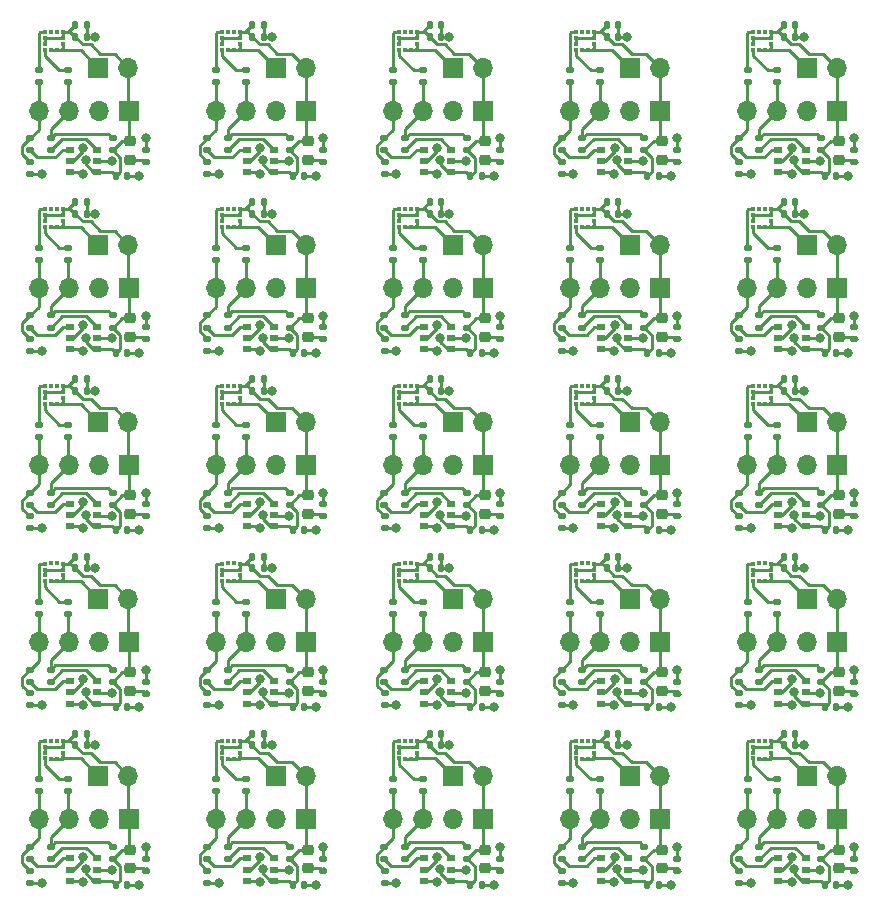
<source format=gbr>
%TF.GenerationSoftware,KiCad,Pcbnew,7.0.1*%
%TF.CreationDate,2025-01-22T18:11:29-05:00*%
%TF.ProjectId,TrackRingA-panel,54726163-6b52-4696-9e67-412d70616e65,rev?*%
%TF.SameCoordinates,Original*%
%TF.FileFunction,Copper,L1,Top*%
%TF.FilePolarity,Positive*%
%FSLAX46Y46*%
G04 Gerber Fmt 4.6, Leading zero omitted, Abs format (unit mm)*
G04 Created by KiCad (PCBNEW 7.0.1) date 2025-01-22 18:11:29*
%MOMM*%
%LPD*%
G01*
G04 APERTURE LIST*
G04 Aperture macros list*
%AMRoundRect*
0 Rectangle with rounded corners*
0 $1 Rounding radius*
0 $2 $3 $4 $5 $6 $7 $8 $9 X,Y pos of 4 corners*
0 Add a 4 corners polygon primitive as box body*
4,1,4,$2,$3,$4,$5,$6,$7,$8,$9,$2,$3,0*
0 Add four circle primitives for the rounded corners*
1,1,$1+$1,$2,$3*
1,1,$1+$1,$4,$5*
1,1,$1+$1,$6,$7*
1,1,$1+$1,$8,$9*
0 Add four rect primitives between the rounded corners*
20,1,$1+$1,$2,$3,$4,$5,0*
20,1,$1+$1,$4,$5,$6,$7,0*
20,1,$1+$1,$6,$7,$8,$9,0*
20,1,$1+$1,$8,$9,$2,$3,0*%
G04 Aperture macros list end*
%TA.AperFunction,SMDPad,CuDef*%
%ADD10RoundRect,0.135000X-0.185000X0.135000X-0.185000X-0.135000X0.185000X-0.135000X0.185000X0.135000X0*%
%TD*%
%TA.AperFunction,SMDPad,CuDef*%
%ADD11RoundRect,0.140000X0.140000X0.170000X-0.140000X0.170000X-0.140000X-0.170000X0.140000X-0.170000X0*%
%TD*%
%TA.AperFunction,SMDPad,CuDef*%
%ADD12RoundRect,0.218750X0.256250X-0.218750X0.256250X0.218750X-0.256250X0.218750X-0.256250X-0.218750X0*%
%TD*%
%TA.AperFunction,SMDPad,CuDef*%
%ADD13R,0.375000X0.350000*%
%TD*%
%TA.AperFunction,SMDPad,CuDef*%
%ADD14R,0.350000X0.375000*%
%TD*%
%TA.AperFunction,SMDPad,CuDef*%
%ADD15RoundRect,0.135000X0.185000X-0.135000X0.185000X0.135000X-0.185000X0.135000X-0.185000X-0.135000X0*%
%TD*%
%TA.AperFunction,SMDPad,CuDef*%
%ADD16R,0.700000X0.510000*%
%TD*%
%TA.AperFunction,ComponentPad*%
%ADD17R,1.700000X1.700000*%
%TD*%
%TA.AperFunction,ComponentPad*%
%ADD18O,1.700000X1.700000*%
%TD*%
%TA.AperFunction,ViaPad*%
%ADD19C,0.800000*%
%TD*%
%TA.AperFunction,Conductor*%
%ADD20C,0.250000*%
%TD*%
G04 APERTURE END LIST*
D10*
%TO.P,R2,1*%
%TO.N,Board_0-/SCL*%
X114000000Y-30990000D03*
%TO.P,R2,2*%
%TO.N,Board_0-Net-(U1-SCL)*%
X114000000Y-32010000D03*
%TD*%
%TO.P,R2,1*%
%TO.N,Board_9-/SCL*%
X174000000Y-45990000D03*
%TO.P,R2,2*%
%TO.N,Board_9-Net-(U1-SCL)*%
X174000000Y-47010000D03*
%TD*%
%TO.P,R2,1*%
%TO.N,Board_7-/SCL*%
X144000000Y-45990000D03*
%TO.P,R2,2*%
%TO.N,Board_7-Net-(U1-SCL)*%
X144000000Y-47010000D03*
%TD*%
%TO.P,R2,1*%
%TO.N,Board_19-/SCL*%
X174000000Y-75990000D03*
%TO.P,R2,2*%
%TO.N,Board_19-Net-(U1-SCL)*%
X174000000Y-77010000D03*
%TD*%
%TO.P,R2,1*%
%TO.N,Board_4-/SCL*%
X174000000Y-30990000D03*
%TO.P,R2,2*%
%TO.N,Board_4-Net-(U1-SCL)*%
X174000000Y-32010000D03*
%TD*%
%TO.P,R2,1*%
%TO.N,Board_20-/SCL*%
X114000000Y-90990000D03*
%TO.P,R2,2*%
%TO.N,Board_20-Net-(U1-SCL)*%
X114000000Y-92010000D03*
%TD*%
%TO.P,R2,1*%
%TO.N,Board_2-/SCL*%
X144000000Y-30990000D03*
%TO.P,R2,2*%
%TO.N,Board_2-Net-(U1-SCL)*%
X144000000Y-32010000D03*
%TD*%
%TO.P,R2,1*%
%TO.N,Board_12-/SCL*%
X144000000Y-60990000D03*
%TO.P,R2,2*%
%TO.N,Board_12-Net-(U1-SCL)*%
X144000000Y-62010000D03*
%TD*%
%TO.P,R2,1*%
%TO.N,Board_5-/SCL*%
X114000000Y-45990000D03*
%TO.P,R2,2*%
%TO.N,Board_5-Net-(U1-SCL)*%
X114000000Y-47010000D03*
%TD*%
%TO.P,R2,1*%
%TO.N,Board_8-/SCL*%
X159000000Y-45990000D03*
%TO.P,R2,2*%
%TO.N,Board_8-Net-(U1-SCL)*%
X159000000Y-47010000D03*
%TD*%
%TO.P,R2,1*%
%TO.N,Board_1-/SCL*%
X129000000Y-30990000D03*
%TO.P,R2,2*%
%TO.N,Board_1-Net-(U1-SCL)*%
X129000000Y-32010000D03*
%TD*%
%TO.P,R2,1*%
%TO.N,Board_6-/SCL*%
X129000000Y-45990000D03*
%TO.P,R2,2*%
%TO.N,Board_6-Net-(U1-SCL)*%
X129000000Y-47010000D03*
%TD*%
%TO.P,R2,1*%
%TO.N,Board_10-/SCL*%
X114000000Y-60990000D03*
%TO.P,R2,2*%
%TO.N,Board_10-Net-(U1-SCL)*%
X114000000Y-62010000D03*
%TD*%
%TO.P,R2,1*%
%TO.N,Board_11-/SCL*%
X129000000Y-60990000D03*
%TO.P,R2,2*%
%TO.N,Board_11-Net-(U1-SCL)*%
X129000000Y-62010000D03*
%TD*%
%TO.P,R2,1*%
%TO.N,Board_15-/SCL*%
X114000000Y-75990000D03*
%TO.P,R2,2*%
%TO.N,Board_15-Net-(U1-SCL)*%
X114000000Y-77010000D03*
%TD*%
%TO.P,R2,1*%
%TO.N,Board_17-/SCL*%
X144000000Y-75990000D03*
%TO.P,R2,2*%
%TO.N,Board_17-Net-(U1-SCL)*%
X144000000Y-77010000D03*
%TD*%
%TO.P,R2,1*%
%TO.N,Board_21-/SCL*%
X129000000Y-90990000D03*
%TO.P,R2,2*%
%TO.N,Board_21-Net-(U1-SCL)*%
X129000000Y-92010000D03*
%TD*%
%TO.P,R2,1*%
%TO.N,Board_18-/SCL*%
X159000000Y-75990000D03*
%TO.P,R2,2*%
%TO.N,Board_18-Net-(U1-SCL)*%
X159000000Y-77010000D03*
%TD*%
%TO.P,R2,1*%
%TO.N,Board_13-/SCL*%
X159000000Y-60990000D03*
%TO.P,R2,2*%
%TO.N,Board_13-Net-(U1-SCL)*%
X159000000Y-62010000D03*
%TD*%
%TO.P,R2,1*%
%TO.N,Board_3-/SCL*%
X159000000Y-30990000D03*
%TO.P,R2,2*%
%TO.N,Board_3-Net-(U1-SCL)*%
X159000000Y-32010000D03*
%TD*%
%TO.P,R2,1*%
%TO.N,Board_14-/SCL*%
X174000000Y-60990000D03*
%TO.P,R2,2*%
%TO.N,Board_14-Net-(U1-SCL)*%
X174000000Y-62010000D03*
%TD*%
%TO.P,R2,1*%
%TO.N,Board_22-/SCL*%
X144000000Y-90990000D03*
%TO.P,R2,2*%
%TO.N,Board_22-Net-(U1-SCL)*%
X144000000Y-92010000D03*
%TD*%
%TO.P,R2,1*%
%TO.N,Board_16-/SCL*%
X129000000Y-75990000D03*
%TO.P,R2,2*%
%TO.N,Board_16-Net-(U1-SCL)*%
X129000000Y-77010000D03*
%TD*%
%TO.P,R2,1*%
%TO.N,Board_24-/SCL*%
X174000000Y-90990000D03*
%TO.P,R2,2*%
%TO.N,Board_24-Net-(U1-SCL)*%
X174000000Y-92010000D03*
%TD*%
%TO.P,R2,1*%
%TO.N,Board_23-/SCL*%
X159000000Y-90990000D03*
%TO.P,R2,2*%
%TO.N,Board_23-Net-(U1-SCL)*%
X159000000Y-92010000D03*
%TD*%
D11*
%TO.P,C1,1*%
%TO.N,Board_2-GND*%
X152230000Y-34175000D03*
%TO.P,C1,2*%
%TO.N,Board_2-/VCC*%
X151270000Y-34175000D03*
%TD*%
%TO.P,C1,1*%
%TO.N,Board_8-GND*%
X167230000Y-49175000D03*
%TO.P,C1,2*%
%TO.N,Board_8-/VCC*%
X166270000Y-49175000D03*
%TD*%
%TO.P,C1,1*%
%TO.N,Board_0-GND*%
X122230000Y-34175000D03*
%TO.P,C1,2*%
%TO.N,Board_0-/VCC*%
X121270000Y-34175000D03*
%TD*%
%TO.P,C1,1*%
%TO.N,Board_1-GND*%
X137230000Y-34175000D03*
%TO.P,C1,2*%
%TO.N,Board_1-/VCC*%
X136270000Y-34175000D03*
%TD*%
%TO.P,C1,1*%
%TO.N,Board_18-GND*%
X167230000Y-79175000D03*
%TO.P,C1,2*%
%TO.N,Board_18-/VCC*%
X166270000Y-79175000D03*
%TD*%
%TO.P,C1,1*%
%TO.N,Board_4-GND*%
X182230000Y-34175000D03*
%TO.P,C1,2*%
%TO.N,Board_4-/VCC*%
X181270000Y-34175000D03*
%TD*%
%TO.P,C1,1*%
%TO.N,Board_5-GND*%
X122230000Y-49175000D03*
%TO.P,C1,2*%
%TO.N,Board_5-/VCC*%
X121270000Y-49175000D03*
%TD*%
%TO.P,C1,1*%
%TO.N,Board_3-GND*%
X167230000Y-34175000D03*
%TO.P,C1,2*%
%TO.N,Board_3-/VCC*%
X166270000Y-34175000D03*
%TD*%
%TO.P,C1,1*%
%TO.N,Board_19-GND*%
X182230000Y-79175000D03*
%TO.P,C1,2*%
%TO.N,Board_19-/VCC*%
X181270000Y-79175000D03*
%TD*%
%TO.P,C1,1*%
%TO.N,Board_6-GND*%
X137230000Y-49175000D03*
%TO.P,C1,2*%
%TO.N,Board_6-/VCC*%
X136270000Y-49175000D03*
%TD*%
%TO.P,C1,1*%
%TO.N,Board_20-GND*%
X122230000Y-94175000D03*
%TO.P,C1,2*%
%TO.N,Board_20-/VCC*%
X121270000Y-94175000D03*
%TD*%
%TO.P,C1,1*%
%TO.N,Board_9-GND*%
X182230000Y-49175000D03*
%TO.P,C1,2*%
%TO.N,Board_9-/VCC*%
X181270000Y-49175000D03*
%TD*%
%TO.P,C1,1*%
%TO.N,Board_10-GND*%
X122230000Y-64175000D03*
%TO.P,C1,2*%
%TO.N,Board_10-/VCC*%
X121270000Y-64175000D03*
%TD*%
%TO.P,C1,1*%
%TO.N,Board_7-GND*%
X152230000Y-49175000D03*
%TO.P,C1,2*%
%TO.N,Board_7-/VCC*%
X151270000Y-49175000D03*
%TD*%
%TO.P,C1,1*%
%TO.N,Board_13-GND*%
X167230000Y-64175000D03*
%TO.P,C1,2*%
%TO.N,Board_13-/VCC*%
X166270000Y-64175000D03*
%TD*%
%TO.P,C1,1*%
%TO.N,Board_21-GND*%
X137230000Y-94175000D03*
%TO.P,C1,2*%
%TO.N,Board_21-/VCC*%
X136270000Y-94175000D03*
%TD*%
%TO.P,C1,1*%
%TO.N,Board_11-GND*%
X137230000Y-64175000D03*
%TO.P,C1,2*%
%TO.N,Board_11-/VCC*%
X136270000Y-64175000D03*
%TD*%
%TO.P,C1,1*%
%TO.N,Board_24-GND*%
X182230000Y-94175000D03*
%TO.P,C1,2*%
%TO.N,Board_24-/VCC*%
X181270000Y-94175000D03*
%TD*%
%TO.P,C1,1*%
%TO.N,Board_22-GND*%
X152230000Y-94175000D03*
%TO.P,C1,2*%
%TO.N,Board_22-/VCC*%
X151270000Y-94175000D03*
%TD*%
%TO.P,C1,1*%
%TO.N,Board_14-GND*%
X182230000Y-64175000D03*
%TO.P,C1,2*%
%TO.N,Board_14-/VCC*%
X181270000Y-64175000D03*
%TD*%
%TO.P,C1,1*%
%TO.N,Board_17-GND*%
X152230000Y-79175000D03*
%TO.P,C1,2*%
%TO.N,Board_17-/VCC*%
X151270000Y-79175000D03*
%TD*%
%TO.P,C1,1*%
%TO.N,Board_12-GND*%
X152230000Y-64175000D03*
%TO.P,C1,2*%
%TO.N,Board_12-/VCC*%
X151270000Y-64175000D03*
%TD*%
%TO.P,C1,1*%
%TO.N,Board_15-GND*%
X122230000Y-79175000D03*
%TO.P,C1,2*%
%TO.N,Board_15-/VCC*%
X121270000Y-79175000D03*
%TD*%
%TO.P,C1,1*%
%TO.N,Board_16-GND*%
X137230000Y-79175000D03*
%TO.P,C1,2*%
%TO.N,Board_16-/VCC*%
X136270000Y-79175000D03*
%TD*%
%TO.P,C1,1*%
%TO.N,Board_23-GND*%
X167230000Y-94175000D03*
%TO.P,C1,2*%
%TO.N,Board_23-/VCC*%
X166270000Y-94175000D03*
%TD*%
%TO.P,C2,1*%
%TO.N,Board_2-GND*%
X148780000Y-22400000D03*
%TO.P,C2,2*%
%TO.N,Board_2-/VCC*%
X147820000Y-22400000D03*
%TD*%
%TO.P,C2,1*%
%TO.N,Board_0-GND*%
X118780000Y-22400000D03*
%TO.P,C2,2*%
%TO.N,Board_0-/VCC*%
X117820000Y-22400000D03*
%TD*%
%TO.P,C2,1*%
%TO.N,Board_1-GND*%
X133780000Y-22400000D03*
%TO.P,C2,2*%
%TO.N,Board_1-/VCC*%
X132820000Y-22400000D03*
%TD*%
%TO.P,C2,1*%
%TO.N,Board_7-GND*%
X148780000Y-37400000D03*
%TO.P,C2,2*%
%TO.N,Board_7-/VCC*%
X147820000Y-37400000D03*
%TD*%
%TO.P,C2,1*%
%TO.N,Board_3-GND*%
X163780000Y-22400000D03*
%TO.P,C2,2*%
%TO.N,Board_3-/VCC*%
X162820000Y-22400000D03*
%TD*%
%TO.P,C2,1*%
%TO.N,Board_8-GND*%
X163780000Y-37400000D03*
%TO.P,C2,2*%
%TO.N,Board_8-/VCC*%
X162820000Y-37400000D03*
%TD*%
%TO.P,C2,1*%
%TO.N,Board_13-GND*%
X163780000Y-52400000D03*
%TO.P,C2,2*%
%TO.N,Board_13-/VCC*%
X162820000Y-52400000D03*
%TD*%
%TO.P,C2,1*%
%TO.N,Board_9-GND*%
X178780000Y-37400000D03*
%TO.P,C2,2*%
%TO.N,Board_9-/VCC*%
X177820000Y-37400000D03*
%TD*%
%TO.P,C2,1*%
%TO.N,Board_18-GND*%
X163780000Y-67400000D03*
%TO.P,C2,2*%
%TO.N,Board_18-/VCC*%
X162820000Y-67400000D03*
%TD*%
%TO.P,C2,1*%
%TO.N,Board_6-GND*%
X133780000Y-37400000D03*
%TO.P,C2,2*%
%TO.N,Board_6-/VCC*%
X132820000Y-37400000D03*
%TD*%
%TO.P,C2,1*%
%TO.N,Board_19-GND*%
X178780000Y-67400000D03*
%TO.P,C2,2*%
%TO.N,Board_19-/VCC*%
X177820000Y-67400000D03*
%TD*%
%TO.P,C2,1*%
%TO.N,Board_5-GND*%
X118780000Y-37400000D03*
%TO.P,C2,2*%
%TO.N,Board_5-/VCC*%
X117820000Y-37400000D03*
%TD*%
%TO.P,C2,1*%
%TO.N,Board_20-GND*%
X118780000Y-82400000D03*
%TO.P,C2,2*%
%TO.N,Board_20-/VCC*%
X117820000Y-82400000D03*
%TD*%
%TO.P,C2,1*%
%TO.N,Board_4-GND*%
X178780000Y-22400000D03*
%TO.P,C2,2*%
%TO.N,Board_4-/VCC*%
X177820000Y-22400000D03*
%TD*%
%TO.P,C2,1*%
%TO.N,Board_10-GND*%
X118780000Y-52400000D03*
%TO.P,C2,2*%
%TO.N,Board_10-/VCC*%
X117820000Y-52400000D03*
%TD*%
%TO.P,C2,1*%
%TO.N,Board_11-GND*%
X133780000Y-52400000D03*
%TO.P,C2,2*%
%TO.N,Board_11-/VCC*%
X132820000Y-52400000D03*
%TD*%
%TO.P,C2,1*%
%TO.N,Board_12-GND*%
X148780000Y-52400000D03*
%TO.P,C2,2*%
%TO.N,Board_12-/VCC*%
X147820000Y-52400000D03*
%TD*%
%TO.P,C2,1*%
%TO.N,Board_16-GND*%
X133780000Y-67400000D03*
%TO.P,C2,2*%
%TO.N,Board_16-/VCC*%
X132820000Y-67400000D03*
%TD*%
%TO.P,C2,1*%
%TO.N,Board_17-GND*%
X148780000Y-67400000D03*
%TO.P,C2,2*%
%TO.N,Board_17-/VCC*%
X147820000Y-67400000D03*
%TD*%
%TO.P,C2,1*%
%TO.N,Board_14-GND*%
X178780000Y-52400000D03*
%TO.P,C2,2*%
%TO.N,Board_14-/VCC*%
X177820000Y-52400000D03*
%TD*%
%TO.P,C2,1*%
%TO.N,Board_24-GND*%
X178780000Y-82400000D03*
%TO.P,C2,2*%
%TO.N,Board_24-/VCC*%
X177820000Y-82400000D03*
%TD*%
%TO.P,C2,1*%
%TO.N,Board_22-GND*%
X148780000Y-82400000D03*
%TO.P,C2,2*%
%TO.N,Board_22-/VCC*%
X147820000Y-82400000D03*
%TD*%
%TO.P,C2,1*%
%TO.N,Board_15-GND*%
X118780000Y-67400000D03*
%TO.P,C2,2*%
%TO.N,Board_15-/VCC*%
X117820000Y-67400000D03*
%TD*%
%TO.P,C2,1*%
%TO.N,Board_23-GND*%
X163780000Y-82400000D03*
%TO.P,C2,2*%
%TO.N,Board_23-/VCC*%
X162820000Y-82400000D03*
%TD*%
%TO.P,C2,1*%
%TO.N,Board_21-GND*%
X133780000Y-82400000D03*
%TO.P,C2,2*%
%TO.N,Board_21-/VCC*%
X132820000Y-82400000D03*
%TD*%
D12*
%TO.P,D1,1,K*%
%TO.N,Board_0-Net-(D1-K)*%
X122500000Y-32787500D03*
%TO.P,D1,2,A*%
%TO.N,Board_0-/VCC*%
X122500000Y-31212500D03*
%TD*%
%TO.P,D1,1,K*%
%TO.N,Board_3-Net-(D1-K)*%
X167500000Y-32787500D03*
%TO.P,D1,2,A*%
%TO.N,Board_3-/VCC*%
X167500000Y-31212500D03*
%TD*%
%TO.P,D1,1,K*%
%TO.N,Board_6-Net-(D1-K)*%
X137500000Y-47787500D03*
%TO.P,D1,2,A*%
%TO.N,Board_6-/VCC*%
X137500000Y-46212500D03*
%TD*%
%TO.P,D1,1,K*%
%TO.N,Board_9-Net-(D1-K)*%
X182500000Y-47787500D03*
%TO.P,D1,2,A*%
%TO.N,Board_9-/VCC*%
X182500000Y-46212500D03*
%TD*%
%TO.P,D1,1,K*%
%TO.N,Board_19-Net-(D1-K)*%
X182500000Y-77787500D03*
%TO.P,D1,2,A*%
%TO.N,Board_19-/VCC*%
X182500000Y-76212500D03*
%TD*%
%TO.P,D1,1,K*%
%TO.N,Board_8-Net-(D1-K)*%
X167500000Y-47787500D03*
%TO.P,D1,2,A*%
%TO.N,Board_8-/VCC*%
X167500000Y-46212500D03*
%TD*%
%TO.P,D1,1,K*%
%TO.N,Board_2-Net-(D1-K)*%
X152500000Y-32787500D03*
%TO.P,D1,2,A*%
%TO.N,Board_2-/VCC*%
X152500000Y-31212500D03*
%TD*%
%TO.P,D1,1,K*%
%TO.N,Board_1-Net-(D1-K)*%
X137500000Y-32787500D03*
%TO.P,D1,2,A*%
%TO.N,Board_1-/VCC*%
X137500000Y-31212500D03*
%TD*%
%TO.P,D1,1,K*%
%TO.N,Board_4-Net-(D1-K)*%
X182500000Y-32787500D03*
%TO.P,D1,2,A*%
%TO.N,Board_4-/VCC*%
X182500000Y-31212500D03*
%TD*%
%TO.P,D1,1,K*%
%TO.N,Board_5-Net-(D1-K)*%
X122500000Y-47787500D03*
%TO.P,D1,2,A*%
%TO.N,Board_5-/VCC*%
X122500000Y-46212500D03*
%TD*%
%TO.P,D1,1,K*%
%TO.N,Board_7-Net-(D1-K)*%
X152500000Y-47787500D03*
%TO.P,D1,2,A*%
%TO.N,Board_7-/VCC*%
X152500000Y-46212500D03*
%TD*%
%TO.P,D1,1,K*%
%TO.N,Board_10-Net-(D1-K)*%
X122500000Y-62787500D03*
%TO.P,D1,2,A*%
%TO.N,Board_10-/VCC*%
X122500000Y-61212500D03*
%TD*%
%TO.P,D1,1,K*%
%TO.N,Board_12-Net-(D1-K)*%
X152500000Y-62787500D03*
%TO.P,D1,2,A*%
%TO.N,Board_12-/VCC*%
X152500000Y-61212500D03*
%TD*%
%TO.P,D1,1,K*%
%TO.N,Board_14-Net-(D1-K)*%
X182500000Y-62787500D03*
%TO.P,D1,2,A*%
%TO.N,Board_14-/VCC*%
X182500000Y-61212500D03*
%TD*%
%TO.P,D1,1,K*%
%TO.N,Board_22-Net-(D1-K)*%
X152500000Y-92787500D03*
%TO.P,D1,2,A*%
%TO.N,Board_22-/VCC*%
X152500000Y-91212500D03*
%TD*%
%TO.P,D1,1,K*%
%TO.N,Board_11-Net-(D1-K)*%
X137500000Y-62787500D03*
%TO.P,D1,2,A*%
%TO.N,Board_11-/VCC*%
X137500000Y-61212500D03*
%TD*%
%TO.P,D1,1,K*%
%TO.N,Board_17-Net-(D1-K)*%
X152500000Y-77787500D03*
%TO.P,D1,2,A*%
%TO.N,Board_17-/VCC*%
X152500000Y-76212500D03*
%TD*%
%TO.P,D1,1,K*%
%TO.N,Board_13-Net-(D1-K)*%
X167500000Y-62787500D03*
%TO.P,D1,2,A*%
%TO.N,Board_13-/VCC*%
X167500000Y-61212500D03*
%TD*%
%TO.P,D1,1,K*%
%TO.N,Board_20-Net-(D1-K)*%
X122500000Y-92787500D03*
%TO.P,D1,2,A*%
%TO.N,Board_20-/VCC*%
X122500000Y-91212500D03*
%TD*%
%TO.P,D1,1,K*%
%TO.N,Board_18-Net-(D1-K)*%
X167500000Y-77787500D03*
%TO.P,D1,2,A*%
%TO.N,Board_18-/VCC*%
X167500000Y-76212500D03*
%TD*%
%TO.P,D1,1,K*%
%TO.N,Board_15-Net-(D1-K)*%
X122500000Y-77787500D03*
%TO.P,D1,2,A*%
%TO.N,Board_15-/VCC*%
X122500000Y-76212500D03*
%TD*%
%TO.P,D1,1,K*%
%TO.N,Board_16-Net-(D1-K)*%
X137500000Y-77787500D03*
%TO.P,D1,2,A*%
%TO.N,Board_16-/VCC*%
X137500000Y-76212500D03*
%TD*%
%TO.P,D1,1,K*%
%TO.N,Board_24-Net-(D1-K)*%
X182500000Y-92787500D03*
%TO.P,D1,2,A*%
%TO.N,Board_24-/VCC*%
X182500000Y-91212500D03*
%TD*%
%TO.P,D1,1,K*%
%TO.N,Board_21-Net-(D1-K)*%
X137500000Y-92787500D03*
%TO.P,D1,2,A*%
%TO.N,Board_21-/VCC*%
X137500000Y-91212500D03*
%TD*%
%TO.P,D1,1,K*%
%TO.N,Board_23-Net-(D1-K)*%
X167500000Y-92787500D03*
%TO.P,D1,2,A*%
%TO.N,Board_23-/VCC*%
X167500000Y-91212500D03*
%TD*%
D13*
%TO.P,U2,1,SCL/SPC*%
%TO.N,Board_2-Net-(U2-SCL{slash}SPC)*%
X145237500Y-22000000D03*
%TO.P,U2,2,~{CS}*%
%TO.N,Board_2-/VCC*%
X145237500Y-22500000D03*
%TO.P,U2,3,SDO/SA0*%
X145237500Y-23000000D03*
%TO.P,U2,4,SDA/SDI/SDO*%
%TO.N,Board_2-Net-(U2-SDA{slash}SDI{slash}SDO)*%
X145237500Y-23500000D03*
D14*
%TO.P,U2,5,NC*%
%TO.N,Board_2-GND*%
X145750000Y-23512500D03*
%TO.P,U2,6,GND*%
X146250000Y-23512500D03*
D13*
%TO.P,U2,7,RES*%
X146762500Y-23500000D03*
%TO.P,U2,8,GND*%
X146762500Y-23000000D03*
%TO.P,U2,9,Vdd*%
%TO.N,Board_2-/VCC*%
X146762500Y-22500000D03*
%TO.P,U2,10,Vdd_IO*%
X146762500Y-22000000D03*
D14*
%TO.P,U2,11,INT2*%
%TO.N,Board_2-unconnected-(U2-INT2-Pad11)*%
X146250000Y-21987500D03*
%TO.P,U2,12,INT1*%
%TO.N,Board_2-unconnected-(U2-INT1-Pad12)*%
X145750000Y-21987500D03*
%TD*%
D13*
%TO.P,U2,1,SCL/SPC*%
%TO.N,Board_0-Net-(U2-SCL{slash}SPC)*%
X115237500Y-22000000D03*
%TO.P,U2,2,~{CS}*%
%TO.N,Board_0-/VCC*%
X115237500Y-22500000D03*
%TO.P,U2,3,SDO/SA0*%
X115237500Y-23000000D03*
%TO.P,U2,4,SDA/SDI/SDO*%
%TO.N,Board_0-Net-(U2-SDA{slash}SDI{slash}SDO)*%
X115237500Y-23500000D03*
D14*
%TO.P,U2,5,NC*%
%TO.N,Board_0-GND*%
X115750000Y-23512500D03*
%TO.P,U2,6,GND*%
X116250000Y-23512500D03*
D13*
%TO.P,U2,7,RES*%
X116762500Y-23500000D03*
%TO.P,U2,8,GND*%
X116762500Y-23000000D03*
%TO.P,U2,9,Vdd*%
%TO.N,Board_0-/VCC*%
X116762500Y-22500000D03*
%TO.P,U2,10,Vdd_IO*%
X116762500Y-22000000D03*
D14*
%TO.P,U2,11,INT2*%
%TO.N,Board_0-unconnected-(U2-INT2-Pad11)*%
X116250000Y-21987500D03*
%TO.P,U2,12,INT1*%
%TO.N,Board_0-unconnected-(U2-INT1-Pad12)*%
X115750000Y-21987500D03*
%TD*%
D13*
%TO.P,U2,1,SCL/SPC*%
%TO.N,Board_1-Net-(U2-SCL{slash}SPC)*%
X130237500Y-22000000D03*
%TO.P,U2,2,~{CS}*%
%TO.N,Board_1-/VCC*%
X130237500Y-22500000D03*
%TO.P,U2,3,SDO/SA0*%
X130237500Y-23000000D03*
%TO.P,U2,4,SDA/SDI/SDO*%
%TO.N,Board_1-Net-(U2-SDA{slash}SDI{slash}SDO)*%
X130237500Y-23500000D03*
D14*
%TO.P,U2,5,NC*%
%TO.N,Board_1-GND*%
X130750000Y-23512500D03*
%TO.P,U2,6,GND*%
X131250000Y-23512500D03*
D13*
%TO.P,U2,7,RES*%
X131762500Y-23500000D03*
%TO.P,U2,8,GND*%
X131762500Y-23000000D03*
%TO.P,U2,9,Vdd*%
%TO.N,Board_1-/VCC*%
X131762500Y-22500000D03*
%TO.P,U2,10,Vdd_IO*%
X131762500Y-22000000D03*
D14*
%TO.P,U2,11,INT2*%
%TO.N,Board_1-unconnected-(U2-INT2-Pad11)*%
X131250000Y-21987500D03*
%TO.P,U2,12,INT1*%
%TO.N,Board_1-unconnected-(U2-INT1-Pad12)*%
X130750000Y-21987500D03*
%TD*%
D13*
%TO.P,U2,1,SCL/SPC*%
%TO.N,Board_3-Net-(U2-SCL{slash}SPC)*%
X160237500Y-22000000D03*
%TO.P,U2,2,~{CS}*%
%TO.N,Board_3-/VCC*%
X160237500Y-22500000D03*
%TO.P,U2,3,SDO/SA0*%
X160237500Y-23000000D03*
%TO.P,U2,4,SDA/SDI/SDO*%
%TO.N,Board_3-Net-(U2-SDA{slash}SDI{slash}SDO)*%
X160237500Y-23500000D03*
D14*
%TO.P,U2,5,NC*%
%TO.N,Board_3-GND*%
X160750000Y-23512500D03*
%TO.P,U2,6,GND*%
X161250000Y-23512500D03*
D13*
%TO.P,U2,7,RES*%
X161762500Y-23500000D03*
%TO.P,U2,8,GND*%
X161762500Y-23000000D03*
%TO.P,U2,9,Vdd*%
%TO.N,Board_3-/VCC*%
X161762500Y-22500000D03*
%TO.P,U2,10,Vdd_IO*%
X161762500Y-22000000D03*
D14*
%TO.P,U2,11,INT2*%
%TO.N,Board_3-unconnected-(U2-INT2-Pad11)*%
X161250000Y-21987500D03*
%TO.P,U2,12,INT1*%
%TO.N,Board_3-unconnected-(U2-INT1-Pad12)*%
X160750000Y-21987500D03*
%TD*%
D13*
%TO.P,U2,1,SCL/SPC*%
%TO.N,Board_6-Net-(U2-SCL{slash}SPC)*%
X130237500Y-37000000D03*
%TO.P,U2,2,~{CS}*%
%TO.N,Board_6-/VCC*%
X130237500Y-37500000D03*
%TO.P,U2,3,SDO/SA0*%
X130237500Y-38000000D03*
%TO.P,U2,4,SDA/SDI/SDO*%
%TO.N,Board_6-Net-(U2-SDA{slash}SDI{slash}SDO)*%
X130237500Y-38500000D03*
D14*
%TO.P,U2,5,NC*%
%TO.N,Board_6-GND*%
X130750000Y-38512500D03*
%TO.P,U2,6,GND*%
X131250000Y-38512500D03*
D13*
%TO.P,U2,7,RES*%
X131762500Y-38500000D03*
%TO.P,U2,8,GND*%
X131762500Y-38000000D03*
%TO.P,U2,9,Vdd*%
%TO.N,Board_6-/VCC*%
X131762500Y-37500000D03*
%TO.P,U2,10,Vdd_IO*%
X131762500Y-37000000D03*
D14*
%TO.P,U2,11,INT2*%
%TO.N,Board_6-unconnected-(U2-INT2-Pad11)*%
X131250000Y-36987500D03*
%TO.P,U2,12,INT1*%
%TO.N,Board_6-unconnected-(U2-INT1-Pad12)*%
X130750000Y-36987500D03*
%TD*%
D13*
%TO.P,U2,1,SCL/SPC*%
%TO.N,Board_11-Net-(U2-SCL{slash}SPC)*%
X130237500Y-52000000D03*
%TO.P,U2,2,~{CS}*%
%TO.N,Board_11-/VCC*%
X130237500Y-52500000D03*
%TO.P,U2,3,SDO/SA0*%
X130237500Y-53000000D03*
%TO.P,U2,4,SDA/SDI/SDO*%
%TO.N,Board_11-Net-(U2-SDA{slash}SDI{slash}SDO)*%
X130237500Y-53500000D03*
D14*
%TO.P,U2,5,NC*%
%TO.N,Board_11-GND*%
X130750000Y-53512500D03*
%TO.P,U2,6,GND*%
X131250000Y-53512500D03*
D13*
%TO.P,U2,7,RES*%
X131762500Y-53500000D03*
%TO.P,U2,8,GND*%
X131762500Y-53000000D03*
%TO.P,U2,9,Vdd*%
%TO.N,Board_11-/VCC*%
X131762500Y-52500000D03*
%TO.P,U2,10,Vdd_IO*%
X131762500Y-52000000D03*
D14*
%TO.P,U2,11,INT2*%
%TO.N,Board_11-unconnected-(U2-INT2-Pad11)*%
X131250000Y-51987500D03*
%TO.P,U2,12,INT1*%
%TO.N,Board_11-unconnected-(U2-INT1-Pad12)*%
X130750000Y-51987500D03*
%TD*%
D13*
%TO.P,U2,1,SCL/SPC*%
%TO.N,Board_18-Net-(U2-SCL{slash}SPC)*%
X160237500Y-67000000D03*
%TO.P,U2,2,~{CS}*%
%TO.N,Board_18-/VCC*%
X160237500Y-67500000D03*
%TO.P,U2,3,SDO/SA0*%
X160237500Y-68000000D03*
%TO.P,U2,4,SDA/SDI/SDO*%
%TO.N,Board_18-Net-(U2-SDA{slash}SDI{slash}SDO)*%
X160237500Y-68500000D03*
D14*
%TO.P,U2,5,NC*%
%TO.N,Board_18-GND*%
X160750000Y-68512500D03*
%TO.P,U2,6,GND*%
X161250000Y-68512500D03*
D13*
%TO.P,U2,7,RES*%
X161762500Y-68500000D03*
%TO.P,U2,8,GND*%
X161762500Y-68000000D03*
%TO.P,U2,9,Vdd*%
%TO.N,Board_18-/VCC*%
X161762500Y-67500000D03*
%TO.P,U2,10,Vdd_IO*%
X161762500Y-67000000D03*
D14*
%TO.P,U2,11,INT2*%
%TO.N,Board_18-unconnected-(U2-INT2-Pad11)*%
X161250000Y-66987500D03*
%TO.P,U2,12,INT1*%
%TO.N,Board_18-unconnected-(U2-INT1-Pad12)*%
X160750000Y-66987500D03*
%TD*%
D13*
%TO.P,U2,1,SCL/SPC*%
%TO.N,Board_7-Net-(U2-SCL{slash}SPC)*%
X145237500Y-37000000D03*
%TO.P,U2,2,~{CS}*%
%TO.N,Board_7-/VCC*%
X145237500Y-37500000D03*
%TO.P,U2,3,SDO/SA0*%
X145237500Y-38000000D03*
%TO.P,U2,4,SDA/SDI/SDO*%
%TO.N,Board_7-Net-(U2-SDA{slash}SDI{slash}SDO)*%
X145237500Y-38500000D03*
D14*
%TO.P,U2,5,NC*%
%TO.N,Board_7-GND*%
X145750000Y-38512500D03*
%TO.P,U2,6,GND*%
X146250000Y-38512500D03*
D13*
%TO.P,U2,7,RES*%
X146762500Y-38500000D03*
%TO.P,U2,8,GND*%
X146762500Y-38000000D03*
%TO.P,U2,9,Vdd*%
%TO.N,Board_7-/VCC*%
X146762500Y-37500000D03*
%TO.P,U2,10,Vdd_IO*%
X146762500Y-37000000D03*
D14*
%TO.P,U2,11,INT2*%
%TO.N,Board_7-unconnected-(U2-INT2-Pad11)*%
X146250000Y-36987500D03*
%TO.P,U2,12,INT1*%
%TO.N,Board_7-unconnected-(U2-INT1-Pad12)*%
X145750000Y-36987500D03*
%TD*%
D13*
%TO.P,U2,1,SCL/SPC*%
%TO.N,Board_8-Net-(U2-SCL{slash}SPC)*%
X160237500Y-37000000D03*
%TO.P,U2,2,~{CS}*%
%TO.N,Board_8-/VCC*%
X160237500Y-37500000D03*
%TO.P,U2,3,SDO/SA0*%
X160237500Y-38000000D03*
%TO.P,U2,4,SDA/SDI/SDO*%
%TO.N,Board_8-Net-(U2-SDA{slash}SDI{slash}SDO)*%
X160237500Y-38500000D03*
D14*
%TO.P,U2,5,NC*%
%TO.N,Board_8-GND*%
X160750000Y-38512500D03*
%TO.P,U2,6,GND*%
X161250000Y-38512500D03*
D13*
%TO.P,U2,7,RES*%
X161762500Y-38500000D03*
%TO.P,U2,8,GND*%
X161762500Y-38000000D03*
%TO.P,U2,9,Vdd*%
%TO.N,Board_8-/VCC*%
X161762500Y-37500000D03*
%TO.P,U2,10,Vdd_IO*%
X161762500Y-37000000D03*
D14*
%TO.P,U2,11,INT2*%
%TO.N,Board_8-unconnected-(U2-INT2-Pad11)*%
X161250000Y-36987500D03*
%TO.P,U2,12,INT1*%
%TO.N,Board_8-unconnected-(U2-INT1-Pad12)*%
X160750000Y-36987500D03*
%TD*%
D13*
%TO.P,U2,1,SCL/SPC*%
%TO.N,Board_5-Net-(U2-SCL{slash}SPC)*%
X115237500Y-37000000D03*
%TO.P,U2,2,~{CS}*%
%TO.N,Board_5-/VCC*%
X115237500Y-37500000D03*
%TO.P,U2,3,SDO/SA0*%
X115237500Y-38000000D03*
%TO.P,U2,4,SDA/SDI/SDO*%
%TO.N,Board_5-Net-(U2-SDA{slash}SDI{slash}SDO)*%
X115237500Y-38500000D03*
D14*
%TO.P,U2,5,NC*%
%TO.N,Board_5-GND*%
X115750000Y-38512500D03*
%TO.P,U2,6,GND*%
X116250000Y-38512500D03*
D13*
%TO.P,U2,7,RES*%
X116762500Y-38500000D03*
%TO.P,U2,8,GND*%
X116762500Y-38000000D03*
%TO.P,U2,9,Vdd*%
%TO.N,Board_5-/VCC*%
X116762500Y-37500000D03*
%TO.P,U2,10,Vdd_IO*%
X116762500Y-37000000D03*
D14*
%TO.P,U2,11,INT2*%
%TO.N,Board_5-unconnected-(U2-INT2-Pad11)*%
X116250000Y-36987500D03*
%TO.P,U2,12,INT1*%
%TO.N,Board_5-unconnected-(U2-INT1-Pad12)*%
X115750000Y-36987500D03*
%TD*%
D13*
%TO.P,U2,1,SCL/SPC*%
%TO.N,Board_9-Net-(U2-SCL{slash}SPC)*%
X175237500Y-37000000D03*
%TO.P,U2,2,~{CS}*%
%TO.N,Board_9-/VCC*%
X175237500Y-37500000D03*
%TO.P,U2,3,SDO/SA0*%
X175237500Y-38000000D03*
%TO.P,U2,4,SDA/SDI/SDO*%
%TO.N,Board_9-Net-(U2-SDA{slash}SDI{slash}SDO)*%
X175237500Y-38500000D03*
D14*
%TO.P,U2,5,NC*%
%TO.N,Board_9-GND*%
X175750000Y-38512500D03*
%TO.P,U2,6,GND*%
X176250000Y-38512500D03*
D13*
%TO.P,U2,7,RES*%
X176762500Y-38500000D03*
%TO.P,U2,8,GND*%
X176762500Y-38000000D03*
%TO.P,U2,9,Vdd*%
%TO.N,Board_9-/VCC*%
X176762500Y-37500000D03*
%TO.P,U2,10,Vdd_IO*%
X176762500Y-37000000D03*
D14*
%TO.P,U2,11,INT2*%
%TO.N,Board_9-unconnected-(U2-INT2-Pad11)*%
X176250000Y-36987500D03*
%TO.P,U2,12,INT1*%
%TO.N,Board_9-unconnected-(U2-INT1-Pad12)*%
X175750000Y-36987500D03*
%TD*%
D13*
%TO.P,U2,1,SCL/SPC*%
%TO.N,Board_10-Net-(U2-SCL{slash}SPC)*%
X115237500Y-52000000D03*
%TO.P,U2,2,~{CS}*%
%TO.N,Board_10-/VCC*%
X115237500Y-52500000D03*
%TO.P,U2,3,SDO/SA0*%
X115237500Y-53000000D03*
%TO.P,U2,4,SDA/SDI/SDO*%
%TO.N,Board_10-Net-(U2-SDA{slash}SDI{slash}SDO)*%
X115237500Y-53500000D03*
D14*
%TO.P,U2,5,NC*%
%TO.N,Board_10-GND*%
X115750000Y-53512500D03*
%TO.P,U2,6,GND*%
X116250000Y-53512500D03*
D13*
%TO.P,U2,7,RES*%
X116762500Y-53500000D03*
%TO.P,U2,8,GND*%
X116762500Y-53000000D03*
%TO.P,U2,9,Vdd*%
%TO.N,Board_10-/VCC*%
X116762500Y-52500000D03*
%TO.P,U2,10,Vdd_IO*%
X116762500Y-52000000D03*
D14*
%TO.P,U2,11,INT2*%
%TO.N,Board_10-unconnected-(U2-INT2-Pad11)*%
X116250000Y-51987500D03*
%TO.P,U2,12,INT1*%
%TO.N,Board_10-unconnected-(U2-INT1-Pad12)*%
X115750000Y-51987500D03*
%TD*%
D13*
%TO.P,U2,1,SCL/SPC*%
%TO.N,Board_19-Net-(U2-SCL{slash}SPC)*%
X175237500Y-67000000D03*
%TO.P,U2,2,~{CS}*%
%TO.N,Board_19-/VCC*%
X175237500Y-67500000D03*
%TO.P,U2,3,SDO/SA0*%
X175237500Y-68000000D03*
%TO.P,U2,4,SDA/SDI/SDO*%
%TO.N,Board_19-Net-(U2-SDA{slash}SDI{slash}SDO)*%
X175237500Y-68500000D03*
D14*
%TO.P,U2,5,NC*%
%TO.N,Board_19-GND*%
X175750000Y-68512500D03*
%TO.P,U2,6,GND*%
X176250000Y-68512500D03*
D13*
%TO.P,U2,7,RES*%
X176762500Y-68500000D03*
%TO.P,U2,8,GND*%
X176762500Y-68000000D03*
%TO.P,U2,9,Vdd*%
%TO.N,Board_19-/VCC*%
X176762500Y-67500000D03*
%TO.P,U2,10,Vdd_IO*%
X176762500Y-67000000D03*
D14*
%TO.P,U2,11,INT2*%
%TO.N,Board_19-unconnected-(U2-INT2-Pad11)*%
X176250000Y-66987500D03*
%TO.P,U2,12,INT1*%
%TO.N,Board_19-unconnected-(U2-INT1-Pad12)*%
X175750000Y-66987500D03*
%TD*%
D13*
%TO.P,U2,1,SCL/SPC*%
%TO.N,Board_4-Net-(U2-SCL{slash}SPC)*%
X175237500Y-22000000D03*
%TO.P,U2,2,~{CS}*%
%TO.N,Board_4-/VCC*%
X175237500Y-22500000D03*
%TO.P,U2,3,SDO/SA0*%
X175237500Y-23000000D03*
%TO.P,U2,4,SDA/SDI/SDO*%
%TO.N,Board_4-Net-(U2-SDA{slash}SDI{slash}SDO)*%
X175237500Y-23500000D03*
D14*
%TO.P,U2,5,NC*%
%TO.N,Board_4-GND*%
X175750000Y-23512500D03*
%TO.P,U2,6,GND*%
X176250000Y-23512500D03*
D13*
%TO.P,U2,7,RES*%
X176762500Y-23500000D03*
%TO.P,U2,8,GND*%
X176762500Y-23000000D03*
%TO.P,U2,9,Vdd*%
%TO.N,Board_4-/VCC*%
X176762500Y-22500000D03*
%TO.P,U2,10,Vdd_IO*%
X176762500Y-22000000D03*
D14*
%TO.P,U2,11,INT2*%
%TO.N,Board_4-unconnected-(U2-INT2-Pad11)*%
X176250000Y-21987500D03*
%TO.P,U2,12,INT1*%
%TO.N,Board_4-unconnected-(U2-INT1-Pad12)*%
X175750000Y-21987500D03*
%TD*%
D13*
%TO.P,U2,1,SCL/SPC*%
%TO.N,Board_20-Net-(U2-SCL{slash}SPC)*%
X115237500Y-82000000D03*
%TO.P,U2,2,~{CS}*%
%TO.N,Board_20-/VCC*%
X115237500Y-82500000D03*
%TO.P,U2,3,SDO/SA0*%
X115237500Y-83000000D03*
%TO.P,U2,4,SDA/SDI/SDO*%
%TO.N,Board_20-Net-(U2-SDA{slash}SDI{slash}SDO)*%
X115237500Y-83500000D03*
D14*
%TO.P,U2,5,NC*%
%TO.N,Board_20-GND*%
X115750000Y-83512500D03*
%TO.P,U2,6,GND*%
X116250000Y-83512500D03*
D13*
%TO.P,U2,7,RES*%
X116762500Y-83500000D03*
%TO.P,U2,8,GND*%
X116762500Y-83000000D03*
%TO.P,U2,9,Vdd*%
%TO.N,Board_20-/VCC*%
X116762500Y-82500000D03*
%TO.P,U2,10,Vdd_IO*%
X116762500Y-82000000D03*
D14*
%TO.P,U2,11,INT2*%
%TO.N,Board_20-unconnected-(U2-INT2-Pad11)*%
X116250000Y-81987500D03*
%TO.P,U2,12,INT1*%
%TO.N,Board_20-unconnected-(U2-INT1-Pad12)*%
X115750000Y-81987500D03*
%TD*%
D13*
%TO.P,U2,1,SCL/SPC*%
%TO.N,Board_12-Net-(U2-SCL{slash}SPC)*%
X145237500Y-52000000D03*
%TO.P,U2,2,~{CS}*%
%TO.N,Board_12-/VCC*%
X145237500Y-52500000D03*
%TO.P,U2,3,SDO/SA0*%
X145237500Y-53000000D03*
%TO.P,U2,4,SDA/SDI/SDO*%
%TO.N,Board_12-Net-(U2-SDA{slash}SDI{slash}SDO)*%
X145237500Y-53500000D03*
D14*
%TO.P,U2,5,NC*%
%TO.N,Board_12-GND*%
X145750000Y-53512500D03*
%TO.P,U2,6,GND*%
X146250000Y-53512500D03*
D13*
%TO.P,U2,7,RES*%
X146762500Y-53500000D03*
%TO.P,U2,8,GND*%
X146762500Y-53000000D03*
%TO.P,U2,9,Vdd*%
%TO.N,Board_12-/VCC*%
X146762500Y-52500000D03*
%TO.P,U2,10,Vdd_IO*%
X146762500Y-52000000D03*
D14*
%TO.P,U2,11,INT2*%
%TO.N,Board_12-unconnected-(U2-INT2-Pad11)*%
X146250000Y-51987500D03*
%TO.P,U2,12,INT1*%
%TO.N,Board_12-unconnected-(U2-INT1-Pad12)*%
X145750000Y-51987500D03*
%TD*%
D13*
%TO.P,U2,1,SCL/SPC*%
%TO.N,Board_13-Net-(U2-SCL{slash}SPC)*%
X160237500Y-52000000D03*
%TO.P,U2,2,~{CS}*%
%TO.N,Board_13-/VCC*%
X160237500Y-52500000D03*
%TO.P,U2,3,SDO/SA0*%
X160237500Y-53000000D03*
%TO.P,U2,4,SDA/SDI/SDO*%
%TO.N,Board_13-Net-(U2-SDA{slash}SDI{slash}SDO)*%
X160237500Y-53500000D03*
D14*
%TO.P,U2,5,NC*%
%TO.N,Board_13-GND*%
X160750000Y-53512500D03*
%TO.P,U2,6,GND*%
X161250000Y-53512500D03*
D13*
%TO.P,U2,7,RES*%
X161762500Y-53500000D03*
%TO.P,U2,8,GND*%
X161762500Y-53000000D03*
%TO.P,U2,9,Vdd*%
%TO.N,Board_13-/VCC*%
X161762500Y-52500000D03*
%TO.P,U2,10,Vdd_IO*%
X161762500Y-52000000D03*
D14*
%TO.P,U2,11,INT2*%
%TO.N,Board_13-unconnected-(U2-INT2-Pad11)*%
X161250000Y-51987500D03*
%TO.P,U2,12,INT1*%
%TO.N,Board_13-unconnected-(U2-INT1-Pad12)*%
X160750000Y-51987500D03*
%TD*%
D13*
%TO.P,U2,1,SCL/SPC*%
%TO.N,Board_14-Net-(U2-SCL{slash}SPC)*%
X175237500Y-52000000D03*
%TO.P,U2,2,~{CS}*%
%TO.N,Board_14-/VCC*%
X175237500Y-52500000D03*
%TO.P,U2,3,SDO/SA0*%
X175237500Y-53000000D03*
%TO.P,U2,4,SDA/SDI/SDO*%
%TO.N,Board_14-Net-(U2-SDA{slash}SDI{slash}SDO)*%
X175237500Y-53500000D03*
D14*
%TO.P,U2,5,NC*%
%TO.N,Board_14-GND*%
X175750000Y-53512500D03*
%TO.P,U2,6,GND*%
X176250000Y-53512500D03*
D13*
%TO.P,U2,7,RES*%
X176762500Y-53500000D03*
%TO.P,U2,8,GND*%
X176762500Y-53000000D03*
%TO.P,U2,9,Vdd*%
%TO.N,Board_14-/VCC*%
X176762500Y-52500000D03*
%TO.P,U2,10,Vdd_IO*%
X176762500Y-52000000D03*
D14*
%TO.P,U2,11,INT2*%
%TO.N,Board_14-unconnected-(U2-INT2-Pad11)*%
X176250000Y-51987500D03*
%TO.P,U2,12,INT1*%
%TO.N,Board_14-unconnected-(U2-INT1-Pad12)*%
X175750000Y-51987500D03*
%TD*%
D13*
%TO.P,U2,1,SCL/SPC*%
%TO.N,Board_24-Net-(U2-SCL{slash}SPC)*%
X175237500Y-82000000D03*
%TO.P,U2,2,~{CS}*%
%TO.N,Board_24-/VCC*%
X175237500Y-82500000D03*
%TO.P,U2,3,SDO/SA0*%
X175237500Y-83000000D03*
%TO.P,U2,4,SDA/SDI/SDO*%
%TO.N,Board_24-Net-(U2-SDA{slash}SDI{slash}SDO)*%
X175237500Y-83500000D03*
D14*
%TO.P,U2,5,NC*%
%TO.N,Board_24-GND*%
X175750000Y-83512500D03*
%TO.P,U2,6,GND*%
X176250000Y-83512500D03*
D13*
%TO.P,U2,7,RES*%
X176762500Y-83500000D03*
%TO.P,U2,8,GND*%
X176762500Y-83000000D03*
%TO.P,U2,9,Vdd*%
%TO.N,Board_24-/VCC*%
X176762500Y-82500000D03*
%TO.P,U2,10,Vdd_IO*%
X176762500Y-82000000D03*
D14*
%TO.P,U2,11,INT2*%
%TO.N,Board_24-unconnected-(U2-INT2-Pad11)*%
X176250000Y-81987500D03*
%TO.P,U2,12,INT1*%
%TO.N,Board_24-unconnected-(U2-INT1-Pad12)*%
X175750000Y-81987500D03*
%TD*%
D13*
%TO.P,U2,1,SCL/SPC*%
%TO.N,Board_22-Net-(U2-SCL{slash}SPC)*%
X145237500Y-82000000D03*
%TO.P,U2,2,~{CS}*%
%TO.N,Board_22-/VCC*%
X145237500Y-82500000D03*
%TO.P,U2,3,SDO/SA0*%
X145237500Y-83000000D03*
%TO.P,U2,4,SDA/SDI/SDO*%
%TO.N,Board_22-Net-(U2-SDA{slash}SDI{slash}SDO)*%
X145237500Y-83500000D03*
D14*
%TO.P,U2,5,NC*%
%TO.N,Board_22-GND*%
X145750000Y-83512500D03*
%TO.P,U2,6,GND*%
X146250000Y-83512500D03*
D13*
%TO.P,U2,7,RES*%
X146762500Y-83500000D03*
%TO.P,U2,8,GND*%
X146762500Y-83000000D03*
%TO.P,U2,9,Vdd*%
%TO.N,Board_22-/VCC*%
X146762500Y-82500000D03*
%TO.P,U2,10,Vdd_IO*%
X146762500Y-82000000D03*
D14*
%TO.P,U2,11,INT2*%
%TO.N,Board_22-unconnected-(U2-INT2-Pad11)*%
X146250000Y-81987500D03*
%TO.P,U2,12,INT1*%
%TO.N,Board_22-unconnected-(U2-INT1-Pad12)*%
X145750000Y-81987500D03*
%TD*%
D13*
%TO.P,U2,1,SCL/SPC*%
%TO.N,Board_17-Net-(U2-SCL{slash}SPC)*%
X145237500Y-67000000D03*
%TO.P,U2,2,~{CS}*%
%TO.N,Board_17-/VCC*%
X145237500Y-67500000D03*
%TO.P,U2,3,SDO/SA0*%
X145237500Y-68000000D03*
%TO.P,U2,4,SDA/SDI/SDO*%
%TO.N,Board_17-Net-(U2-SDA{slash}SDI{slash}SDO)*%
X145237500Y-68500000D03*
D14*
%TO.P,U2,5,NC*%
%TO.N,Board_17-GND*%
X145750000Y-68512500D03*
%TO.P,U2,6,GND*%
X146250000Y-68512500D03*
D13*
%TO.P,U2,7,RES*%
X146762500Y-68500000D03*
%TO.P,U2,8,GND*%
X146762500Y-68000000D03*
%TO.P,U2,9,Vdd*%
%TO.N,Board_17-/VCC*%
X146762500Y-67500000D03*
%TO.P,U2,10,Vdd_IO*%
X146762500Y-67000000D03*
D14*
%TO.P,U2,11,INT2*%
%TO.N,Board_17-unconnected-(U2-INT2-Pad11)*%
X146250000Y-66987500D03*
%TO.P,U2,12,INT1*%
%TO.N,Board_17-unconnected-(U2-INT1-Pad12)*%
X145750000Y-66987500D03*
%TD*%
D13*
%TO.P,U2,1,SCL/SPC*%
%TO.N,Board_15-Net-(U2-SCL{slash}SPC)*%
X115237500Y-67000000D03*
%TO.P,U2,2,~{CS}*%
%TO.N,Board_15-/VCC*%
X115237500Y-67500000D03*
%TO.P,U2,3,SDO/SA0*%
X115237500Y-68000000D03*
%TO.P,U2,4,SDA/SDI/SDO*%
%TO.N,Board_15-Net-(U2-SDA{slash}SDI{slash}SDO)*%
X115237500Y-68500000D03*
D14*
%TO.P,U2,5,NC*%
%TO.N,Board_15-GND*%
X115750000Y-68512500D03*
%TO.P,U2,6,GND*%
X116250000Y-68512500D03*
D13*
%TO.P,U2,7,RES*%
X116762500Y-68500000D03*
%TO.P,U2,8,GND*%
X116762500Y-68000000D03*
%TO.P,U2,9,Vdd*%
%TO.N,Board_15-/VCC*%
X116762500Y-67500000D03*
%TO.P,U2,10,Vdd_IO*%
X116762500Y-67000000D03*
D14*
%TO.P,U2,11,INT2*%
%TO.N,Board_15-unconnected-(U2-INT2-Pad11)*%
X116250000Y-66987500D03*
%TO.P,U2,12,INT1*%
%TO.N,Board_15-unconnected-(U2-INT1-Pad12)*%
X115750000Y-66987500D03*
%TD*%
D13*
%TO.P,U2,1,SCL/SPC*%
%TO.N,Board_16-Net-(U2-SCL{slash}SPC)*%
X130237500Y-67000000D03*
%TO.P,U2,2,~{CS}*%
%TO.N,Board_16-/VCC*%
X130237500Y-67500000D03*
%TO.P,U2,3,SDO/SA0*%
X130237500Y-68000000D03*
%TO.P,U2,4,SDA/SDI/SDO*%
%TO.N,Board_16-Net-(U2-SDA{slash}SDI{slash}SDO)*%
X130237500Y-68500000D03*
D14*
%TO.P,U2,5,NC*%
%TO.N,Board_16-GND*%
X130750000Y-68512500D03*
%TO.P,U2,6,GND*%
X131250000Y-68512500D03*
D13*
%TO.P,U2,7,RES*%
X131762500Y-68500000D03*
%TO.P,U2,8,GND*%
X131762500Y-68000000D03*
%TO.P,U2,9,Vdd*%
%TO.N,Board_16-/VCC*%
X131762500Y-67500000D03*
%TO.P,U2,10,Vdd_IO*%
X131762500Y-67000000D03*
D14*
%TO.P,U2,11,INT2*%
%TO.N,Board_16-unconnected-(U2-INT2-Pad11)*%
X131250000Y-66987500D03*
%TO.P,U2,12,INT1*%
%TO.N,Board_16-unconnected-(U2-INT1-Pad12)*%
X130750000Y-66987500D03*
%TD*%
D13*
%TO.P,U2,1,SCL/SPC*%
%TO.N,Board_21-Net-(U2-SCL{slash}SPC)*%
X130237500Y-82000000D03*
%TO.P,U2,2,~{CS}*%
%TO.N,Board_21-/VCC*%
X130237500Y-82500000D03*
%TO.P,U2,3,SDO/SA0*%
X130237500Y-83000000D03*
%TO.P,U2,4,SDA/SDI/SDO*%
%TO.N,Board_21-Net-(U2-SDA{slash}SDI{slash}SDO)*%
X130237500Y-83500000D03*
D14*
%TO.P,U2,5,NC*%
%TO.N,Board_21-GND*%
X130750000Y-83512500D03*
%TO.P,U2,6,GND*%
X131250000Y-83512500D03*
D13*
%TO.P,U2,7,RES*%
X131762500Y-83500000D03*
%TO.P,U2,8,GND*%
X131762500Y-83000000D03*
%TO.P,U2,9,Vdd*%
%TO.N,Board_21-/VCC*%
X131762500Y-82500000D03*
%TO.P,U2,10,Vdd_IO*%
X131762500Y-82000000D03*
D14*
%TO.P,U2,11,INT2*%
%TO.N,Board_21-unconnected-(U2-INT2-Pad11)*%
X131250000Y-81987500D03*
%TO.P,U2,12,INT1*%
%TO.N,Board_21-unconnected-(U2-INT1-Pad12)*%
X130750000Y-81987500D03*
%TD*%
D13*
%TO.P,U2,1,SCL/SPC*%
%TO.N,Board_23-Net-(U2-SCL{slash}SPC)*%
X160237500Y-82000000D03*
%TO.P,U2,2,~{CS}*%
%TO.N,Board_23-/VCC*%
X160237500Y-82500000D03*
%TO.P,U2,3,SDO/SA0*%
X160237500Y-83000000D03*
%TO.P,U2,4,SDA/SDI/SDO*%
%TO.N,Board_23-Net-(U2-SDA{slash}SDI{slash}SDO)*%
X160237500Y-83500000D03*
D14*
%TO.P,U2,5,NC*%
%TO.N,Board_23-GND*%
X160750000Y-83512500D03*
%TO.P,U2,6,GND*%
X161250000Y-83512500D03*
D13*
%TO.P,U2,7,RES*%
X161762500Y-83500000D03*
%TO.P,U2,8,GND*%
X161762500Y-83000000D03*
%TO.P,U2,9,Vdd*%
%TO.N,Board_23-/VCC*%
X161762500Y-82500000D03*
%TO.P,U2,10,Vdd_IO*%
X161762500Y-82000000D03*
D14*
%TO.P,U2,11,INT2*%
%TO.N,Board_23-unconnected-(U2-INT2-Pad11)*%
X161250000Y-81987500D03*
%TO.P,U2,12,INT1*%
%TO.N,Board_23-unconnected-(U2-INT1-Pad12)*%
X160750000Y-81987500D03*
%TD*%
D11*
%TO.P,C3,1*%
%TO.N,Board_6-GND*%
X133780000Y-36400000D03*
%TO.P,C3,2*%
%TO.N,Board_6-/VCC*%
X132820000Y-36400000D03*
%TD*%
%TO.P,C3,1*%
%TO.N,Board_1-GND*%
X133780000Y-21400000D03*
%TO.P,C3,2*%
%TO.N,Board_1-/VCC*%
X132820000Y-21400000D03*
%TD*%
%TO.P,C3,1*%
%TO.N,Board_2-GND*%
X148780000Y-21400000D03*
%TO.P,C3,2*%
%TO.N,Board_2-/VCC*%
X147820000Y-21400000D03*
%TD*%
%TO.P,C3,1*%
%TO.N,Board_8-GND*%
X163780000Y-36400000D03*
%TO.P,C3,2*%
%TO.N,Board_8-/VCC*%
X162820000Y-36400000D03*
%TD*%
%TO.P,C3,1*%
%TO.N,Board_0-GND*%
X118780000Y-21400000D03*
%TO.P,C3,2*%
%TO.N,Board_0-/VCC*%
X117820000Y-21400000D03*
%TD*%
%TO.P,C3,1*%
%TO.N,Board_3-GND*%
X163780000Y-21400000D03*
%TO.P,C3,2*%
%TO.N,Board_3-/VCC*%
X162820000Y-21400000D03*
%TD*%
%TO.P,C3,1*%
%TO.N,Board_4-GND*%
X178780000Y-21400000D03*
%TO.P,C3,2*%
%TO.N,Board_4-/VCC*%
X177820000Y-21400000D03*
%TD*%
%TO.P,C3,1*%
%TO.N,Board_5-GND*%
X118780000Y-36400000D03*
%TO.P,C3,2*%
%TO.N,Board_5-/VCC*%
X117820000Y-36400000D03*
%TD*%
%TO.P,C3,1*%
%TO.N,Board_11-GND*%
X133780000Y-51400000D03*
%TO.P,C3,2*%
%TO.N,Board_11-/VCC*%
X132820000Y-51400000D03*
%TD*%
%TO.P,C3,1*%
%TO.N,Board_19-GND*%
X178780000Y-66400000D03*
%TO.P,C3,2*%
%TO.N,Board_19-/VCC*%
X177820000Y-66400000D03*
%TD*%
%TO.P,C3,1*%
%TO.N,Board_17-GND*%
X148780000Y-66400000D03*
%TO.P,C3,2*%
%TO.N,Board_17-/VCC*%
X147820000Y-66400000D03*
%TD*%
%TO.P,C3,1*%
%TO.N,Board_13-GND*%
X163780000Y-51400000D03*
%TO.P,C3,2*%
%TO.N,Board_13-/VCC*%
X162820000Y-51400000D03*
%TD*%
%TO.P,C3,1*%
%TO.N,Board_16-GND*%
X133780000Y-66400000D03*
%TO.P,C3,2*%
%TO.N,Board_16-/VCC*%
X132820000Y-66400000D03*
%TD*%
%TO.P,C3,1*%
%TO.N,Board_10-GND*%
X118780000Y-51400000D03*
%TO.P,C3,2*%
%TO.N,Board_10-/VCC*%
X117820000Y-51400000D03*
%TD*%
%TO.P,C3,1*%
%TO.N,Board_15-GND*%
X118780000Y-66400000D03*
%TO.P,C3,2*%
%TO.N,Board_15-/VCC*%
X117820000Y-66400000D03*
%TD*%
%TO.P,C3,1*%
%TO.N,Board_9-GND*%
X178780000Y-36400000D03*
%TO.P,C3,2*%
%TO.N,Board_9-/VCC*%
X177820000Y-36400000D03*
%TD*%
%TO.P,C3,1*%
%TO.N,Board_7-GND*%
X148780000Y-36400000D03*
%TO.P,C3,2*%
%TO.N,Board_7-/VCC*%
X147820000Y-36400000D03*
%TD*%
%TO.P,C3,1*%
%TO.N,Board_20-GND*%
X118780000Y-81400000D03*
%TO.P,C3,2*%
%TO.N,Board_20-/VCC*%
X117820000Y-81400000D03*
%TD*%
%TO.P,C3,1*%
%TO.N,Board_18-GND*%
X163780000Y-66400000D03*
%TO.P,C3,2*%
%TO.N,Board_18-/VCC*%
X162820000Y-66400000D03*
%TD*%
%TO.P,C3,1*%
%TO.N,Board_12-GND*%
X148780000Y-51400000D03*
%TO.P,C3,2*%
%TO.N,Board_12-/VCC*%
X147820000Y-51400000D03*
%TD*%
%TO.P,C3,1*%
%TO.N,Board_14-GND*%
X178780000Y-51400000D03*
%TO.P,C3,2*%
%TO.N,Board_14-/VCC*%
X177820000Y-51400000D03*
%TD*%
%TO.P,C3,1*%
%TO.N,Board_24-GND*%
X178780000Y-81400000D03*
%TO.P,C3,2*%
%TO.N,Board_24-/VCC*%
X177820000Y-81400000D03*
%TD*%
%TO.P,C3,1*%
%TO.N,Board_21-GND*%
X133780000Y-81400000D03*
%TO.P,C3,2*%
%TO.N,Board_21-/VCC*%
X132820000Y-81400000D03*
%TD*%
%TO.P,C3,1*%
%TO.N,Board_22-GND*%
X148780000Y-81400000D03*
%TO.P,C3,2*%
%TO.N,Board_22-/VCC*%
X147820000Y-81400000D03*
%TD*%
%TO.P,C3,1*%
%TO.N,Board_23-GND*%
X163780000Y-81400000D03*
%TO.P,C3,2*%
%TO.N,Board_23-/VCC*%
X162820000Y-81400000D03*
%TD*%
D15*
%TO.P,R4,1*%
%TO.N,Board_3-/VCC*%
X159010000Y-34010000D03*
%TO.P,R4,2*%
%TO.N,Board_3-/SCL*%
X159010000Y-32990000D03*
%TD*%
%TO.P,R4,1*%
%TO.N,Board_2-/VCC*%
X144010000Y-34010000D03*
%TO.P,R4,2*%
%TO.N,Board_2-/SCL*%
X144010000Y-32990000D03*
%TD*%
%TO.P,R4,1*%
%TO.N,Board_6-/VCC*%
X129010000Y-49010000D03*
%TO.P,R4,2*%
%TO.N,Board_6-/SCL*%
X129010000Y-47990000D03*
%TD*%
%TO.P,R4,1*%
%TO.N,Board_20-/VCC*%
X114010000Y-94010000D03*
%TO.P,R4,2*%
%TO.N,Board_20-/SCL*%
X114010000Y-92990000D03*
%TD*%
%TO.P,R4,1*%
%TO.N,Board_0-/VCC*%
X114010000Y-34010000D03*
%TO.P,R4,2*%
%TO.N,Board_0-/SCL*%
X114010000Y-32990000D03*
%TD*%
%TO.P,R4,1*%
%TO.N,Board_8-/VCC*%
X159010000Y-49010000D03*
%TO.P,R4,2*%
%TO.N,Board_8-/SCL*%
X159010000Y-47990000D03*
%TD*%
%TO.P,R4,1*%
%TO.N,Board_1-/VCC*%
X129010000Y-34010000D03*
%TO.P,R4,2*%
%TO.N,Board_1-/SCL*%
X129010000Y-32990000D03*
%TD*%
%TO.P,R4,1*%
%TO.N,Board_5-/VCC*%
X114010000Y-49010000D03*
%TO.P,R4,2*%
%TO.N,Board_5-/SCL*%
X114010000Y-47990000D03*
%TD*%
%TO.P,R4,1*%
%TO.N,Board_7-/VCC*%
X144010000Y-49010000D03*
%TO.P,R4,2*%
%TO.N,Board_7-/SCL*%
X144010000Y-47990000D03*
%TD*%
%TO.P,R4,1*%
%TO.N,Board_4-/VCC*%
X174010000Y-34010000D03*
%TO.P,R4,2*%
%TO.N,Board_4-/SCL*%
X174010000Y-32990000D03*
%TD*%
%TO.P,R4,1*%
%TO.N,Board_9-/VCC*%
X174010000Y-49010000D03*
%TO.P,R4,2*%
%TO.N,Board_9-/SCL*%
X174010000Y-47990000D03*
%TD*%
%TO.P,R4,1*%
%TO.N,Board_19-/VCC*%
X174010000Y-79010000D03*
%TO.P,R4,2*%
%TO.N,Board_19-/SCL*%
X174010000Y-77990000D03*
%TD*%
%TO.P,R4,1*%
%TO.N,Board_16-/VCC*%
X129010000Y-79010000D03*
%TO.P,R4,2*%
%TO.N,Board_16-/SCL*%
X129010000Y-77990000D03*
%TD*%
%TO.P,R4,1*%
%TO.N,Board_24-/VCC*%
X174010000Y-94010000D03*
%TO.P,R4,2*%
%TO.N,Board_24-/SCL*%
X174010000Y-92990000D03*
%TD*%
%TO.P,R4,1*%
%TO.N,Board_21-/VCC*%
X129010000Y-94010000D03*
%TO.P,R4,2*%
%TO.N,Board_21-/SCL*%
X129010000Y-92990000D03*
%TD*%
%TO.P,R4,1*%
%TO.N,Board_10-/VCC*%
X114010000Y-64010000D03*
%TO.P,R4,2*%
%TO.N,Board_10-/SCL*%
X114010000Y-62990000D03*
%TD*%
%TO.P,R4,1*%
%TO.N,Board_13-/VCC*%
X159010000Y-64010000D03*
%TO.P,R4,2*%
%TO.N,Board_13-/SCL*%
X159010000Y-62990000D03*
%TD*%
%TO.P,R4,1*%
%TO.N,Board_14-/VCC*%
X174010000Y-64010000D03*
%TO.P,R4,2*%
%TO.N,Board_14-/SCL*%
X174010000Y-62990000D03*
%TD*%
%TO.P,R4,1*%
%TO.N,Board_12-/VCC*%
X144010000Y-64010000D03*
%TO.P,R4,2*%
%TO.N,Board_12-/SCL*%
X144010000Y-62990000D03*
%TD*%
%TO.P,R4,1*%
%TO.N,Board_18-/VCC*%
X159010000Y-79010000D03*
%TO.P,R4,2*%
%TO.N,Board_18-/SCL*%
X159010000Y-77990000D03*
%TD*%
%TO.P,R4,1*%
%TO.N,Board_11-/VCC*%
X129010000Y-64010000D03*
%TO.P,R4,2*%
%TO.N,Board_11-/SCL*%
X129010000Y-62990000D03*
%TD*%
%TO.P,R4,1*%
%TO.N,Board_15-/VCC*%
X114010000Y-79010000D03*
%TO.P,R4,2*%
%TO.N,Board_15-/SCL*%
X114010000Y-77990000D03*
%TD*%
%TO.P,R4,1*%
%TO.N,Board_17-/VCC*%
X144010000Y-79010000D03*
%TO.P,R4,2*%
%TO.N,Board_17-/SCL*%
X144010000Y-77990000D03*
%TD*%
%TO.P,R4,1*%
%TO.N,Board_23-/VCC*%
X159010000Y-94010000D03*
%TO.P,R4,2*%
%TO.N,Board_23-/SCL*%
X159010000Y-92990000D03*
%TD*%
%TO.P,R4,1*%
%TO.N,Board_22-/VCC*%
X144010000Y-94010000D03*
%TO.P,R4,2*%
%TO.N,Board_22-/SCL*%
X144010000Y-92990000D03*
%TD*%
D10*
%TO.P,R1,1*%
%TO.N,Board_0-/SDA*%
X115750000Y-30990000D03*
%TO.P,R1,2*%
%TO.N,Board_0-Net-(U1-SDA)*%
X115750000Y-32010000D03*
%TD*%
%TO.P,R1,1*%
%TO.N,Board_2-/SDA*%
X145750000Y-30990000D03*
%TO.P,R1,2*%
%TO.N,Board_2-Net-(U1-SDA)*%
X145750000Y-32010000D03*
%TD*%
%TO.P,R1,1*%
%TO.N,Board_8-/SDA*%
X160750000Y-45990000D03*
%TO.P,R1,2*%
%TO.N,Board_8-Net-(U1-SDA)*%
X160750000Y-47010000D03*
%TD*%
%TO.P,R1,1*%
%TO.N,Board_3-/SDA*%
X160750000Y-30990000D03*
%TO.P,R1,2*%
%TO.N,Board_3-Net-(U1-SDA)*%
X160750000Y-32010000D03*
%TD*%
%TO.P,R1,1*%
%TO.N,Board_4-/SDA*%
X175750000Y-30990000D03*
%TO.P,R1,2*%
%TO.N,Board_4-Net-(U1-SDA)*%
X175750000Y-32010000D03*
%TD*%
%TO.P,R1,1*%
%TO.N,Board_1-/SDA*%
X130750000Y-30990000D03*
%TO.P,R1,2*%
%TO.N,Board_1-Net-(U1-SDA)*%
X130750000Y-32010000D03*
%TD*%
%TO.P,R1,1*%
%TO.N,Board_18-/SDA*%
X160750000Y-75990000D03*
%TO.P,R1,2*%
%TO.N,Board_18-Net-(U1-SDA)*%
X160750000Y-77010000D03*
%TD*%
%TO.P,R1,1*%
%TO.N,Board_12-/SDA*%
X145750000Y-60990000D03*
%TO.P,R1,2*%
%TO.N,Board_12-Net-(U1-SDA)*%
X145750000Y-62010000D03*
%TD*%
%TO.P,R1,1*%
%TO.N,Board_11-/SDA*%
X130750000Y-60990000D03*
%TO.P,R1,2*%
%TO.N,Board_11-Net-(U1-SDA)*%
X130750000Y-62010000D03*
%TD*%
%TO.P,R1,1*%
%TO.N,Board_5-/SDA*%
X115750000Y-45990000D03*
%TO.P,R1,2*%
%TO.N,Board_5-Net-(U1-SDA)*%
X115750000Y-47010000D03*
%TD*%
%TO.P,R1,1*%
%TO.N,Board_19-/SDA*%
X175750000Y-75990000D03*
%TO.P,R1,2*%
%TO.N,Board_19-Net-(U1-SDA)*%
X175750000Y-77010000D03*
%TD*%
%TO.P,R1,1*%
%TO.N,Board_24-/SDA*%
X175750000Y-90990000D03*
%TO.P,R1,2*%
%TO.N,Board_24-Net-(U1-SDA)*%
X175750000Y-92010000D03*
%TD*%
%TO.P,R1,1*%
%TO.N,Board_20-/SDA*%
X115750000Y-90990000D03*
%TO.P,R1,2*%
%TO.N,Board_20-Net-(U1-SDA)*%
X115750000Y-92010000D03*
%TD*%
%TO.P,R1,1*%
%TO.N,Board_14-/SDA*%
X175750000Y-60990000D03*
%TO.P,R1,2*%
%TO.N,Board_14-Net-(U1-SDA)*%
X175750000Y-62010000D03*
%TD*%
%TO.P,R1,1*%
%TO.N,Board_9-/SDA*%
X175750000Y-45990000D03*
%TO.P,R1,2*%
%TO.N,Board_9-Net-(U1-SDA)*%
X175750000Y-47010000D03*
%TD*%
%TO.P,R1,1*%
%TO.N,Board_6-/SDA*%
X130750000Y-45990000D03*
%TO.P,R1,2*%
%TO.N,Board_6-Net-(U1-SDA)*%
X130750000Y-47010000D03*
%TD*%
%TO.P,R1,1*%
%TO.N,Board_7-/SDA*%
X145750000Y-45990000D03*
%TO.P,R1,2*%
%TO.N,Board_7-Net-(U1-SDA)*%
X145750000Y-47010000D03*
%TD*%
%TO.P,R1,1*%
%TO.N,Board_10-/SDA*%
X115750000Y-60990000D03*
%TO.P,R1,2*%
%TO.N,Board_10-Net-(U1-SDA)*%
X115750000Y-62010000D03*
%TD*%
%TO.P,R1,1*%
%TO.N,Board_13-/SDA*%
X160750000Y-60990000D03*
%TO.P,R1,2*%
%TO.N,Board_13-Net-(U1-SDA)*%
X160750000Y-62010000D03*
%TD*%
%TO.P,R1,1*%
%TO.N,Board_15-/SDA*%
X115750000Y-75990000D03*
%TO.P,R1,2*%
%TO.N,Board_15-Net-(U1-SDA)*%
X115750000Y-77010000D03*
%TD*%
%TO.P,R1,1*%
%TO.N,Board_16-/SDA*%
X130750000Y-75990000D03*
%TO.P,R1,2*%
%TO.N,Board_16-Net-(U1-SDA)*%
X130750000Y-77010000D03*
%TD*%
%TO.P,R1,1*%
%TO.N,Board_17-/SDA*%
X145750000Y-75990000D03*
%TO.P,R1,2*%
%TO.N,Board_17-Net-(U1-SDA)*%
X145750000Y-77010000D03*
%TD*%
%TO.P,R1,1*%
%TO.N,Board_23-/SDA*%
X160750000Y-90990000D03*
%TO.P,R1,2*%
%TO.N,Board_23-Net-(U1-SDA)*%
X160750000Y-92010000D03*
%TD*%
%TO.P,R1,1*%
%TO.N,Board_22-/SDA*%
X145750000Y-90990000D03*
%TO.P,R1,2*%
%TO.N,Board_22-Net-(U1-SDA)*%
X145750000Y-92010000D03*
%TD*%
%TO.P,R1,1*%
%TO.N,Board_21-/SDA*%
X130750000Y-90990000D03*
%TO.P,R1,2*%
%TO.N,Board_21-Net-(U1-SDA)*%
X130750000Y-92010000D03*
%TD*%
D15*
%TO.P,R5,1*%
%TO.N,Board_1-Net-(D1-K)*%
X138800000Y-33010000D03*
%TO.P,R5,2*%
%TO.N,Board_1-GND*%
X138800000Y-31990000D03*
%TD*%
%TO.P,R5,1*%
%TO.N,Board_0-Net-(D1-K)*%
X123800000Y-33010000D03*
%TO.P,R5,2*%
%TO.N,Board_0-GND*%
X123800000Y-31990000D03*
%TD*%
%TO.P,R5,1*%
%TO.N,Board_6-Net-(D1-K)*%
X138800000Y-48010000D03*
%TO.P,R5,2*%
%TO.N,Board_6-GND*%
X138800000Y-46990000D03*
%TD*%
%TO.P,R5,1*%
%TO.N,Board_9-Net-(D1-K)*%
X183800000Y-48010000D03*
%TO.P,R5,2*%
%TO.N,Board_9-GND*%
X183800000Y-46990000D03*
%TD*%
%TO.P,R5,1*%
%TO.N,Board_19-Net-(D1-K)*%
X183800000Y-78010000D03*
%TO.P,R5,2*%
%TO.N,Board_19-GND*%
X183800000Y-76990000D03*
%TD*%
%TO.P,R5,1*%
%TO.N,Board_10-Net-(D1-K)*%
X123800000Y-63010000D03*
%TO.P,R5,2*%
%TO.N,Board_10-GND*%
X123800000Y-61990000D03*
%TD*%
%TO.P,R5,1*%
%TO.N,Board_2-Net-(D1-K)*%
X153800000Y-33010000D03*
%TO.P,R5,2*%
%TO.N,Board_2-GND*%
X153800000Y-31990000D03*
%TD*%
%TO.P,R5,1*%
%TO.N,Board_3-Net-(D1-K)*%
X168800000Y-33010000D03*
%TO.P,R5,2*%
%TO.N,Board_3-GND*%
X168800000Y-31990000D03*
%TD*%
%TO.P,R5,1*%
%TO.N,Board_8-Net-(D1-K)*%
X168800000Y-48010000D03*
%TO.P,R5,2*%
%TO.N,Board_8-GND*%
X168800000Y-46990000D03*
%TD*%
%TO.P,R5,1*%
%TO.N,Board_4-Net-(D1-K)*%
X183800000Y-33010000D03*
%TO.P,R5,2*%
%TO.N,Board_4-GND*%
X183800000Y-31990000D03*
%TD*%
%TO.P,R5,1*%
%TO.N,Board_5-Net-(D1-K)*%
X123800000Y-48010000D03*
%TO.P,R5,2*%
%TO.N,Board_5-GND*%
X123800000Y-46990000D03*
%TD*%
%TO.P,R5,1*%
%TO.N,Board_7-Net-(D1-K)*%
X153800000Y-48010000D03*
%TO.P,R5,2*%
%TO.N,Board_7-GND*%
X153800000Y-46990000D03*
%TD*%
%TO.P,R5,1*%
%TO.N,Board_18-Net-(D1-K)*%
X168800000Y-78010000D03*
%TO.P,R5,2*%
%TO.N,Board_18-GND*%
X168800000Y-76990000D03*
%TD*%
%TO.P,R5,1*%
%TO.N,Board_20-Net-(D1-K)*%
X123800000Y-93010000D03*
%TO.P,R5,2*%
%TO.N,Board_20-GND*%
X123800000Y-91990000D03*
%TD*%
%TO.P,R5,1*%
%TO.N,Board_22-Net-(D1-K)*%
X153800000Y-93010000D03*
%TO.P,R5,2*%
%TO.N,Board_22-GND*%
X153800000Y-91990000D03*
%TD*%
%TO.P,R5,1*%
%TO.N,Board_13-Net-(D1-K)*%
X168800000Y-63010000D03*
%TO.P,R5,2*%
%TO.N,Board_13-GND*%
X168800000Y-61990000D03*
%TD*%
%TO.P,R5,1*%
%TO.N,Board_14-Net-(D1-K)*%
X183800000Y-63010000D03*
%TO.P,R5,2*%
%TO.N,Board_14-GND*%
X183800000Y-61990000D03*
%TD*%
%TO.P,R5,1*%
%TO.N,Board_11-Net-(D1-K)*%
X138800000Y-63010000D03*
%TO.P,R5,2*%
%TO.N,Board_11-GND*%
X138800000Y-61990000D03*
%TD*%
%TO.P,R5,1*%
%TO.N,Board_15-Net-(D1-K)*%
X123800000Y-78010000D03*
%TO.P,R5,2*%
%TO.N,Board_15-GND*%
X123800000Y-76990000D03*
%TD*%
%TO.P,R5,1*%
%TO.N,Board_17-Net-(D1-K)*%
X153800000Y-78010000D03*
%TO.P,R5,2*%
%TO.N,Board_17-GND*%
X153800000Y-76990000D03*
%TD*%
%TO.P,R5,1*%
%TO.N,Board_16-Net-(D1-K)*%
X138800000Y-78010000D03*
%TO.P,R5,2*%
%TO.N,Board_16-GND*%
X138800000Y-76990000D03*
%TD*%
%TO.P,R5,1*%
%TO.N,Board_24-Net-(D1-K)*%
X183800000Y-93010000D03*
%TO.P,R5,2*%
%TO.N,Board_24-GND*%
X183800000Y-91990000D03*
%TD*%
%TO.P,R5,1*%
%TO.N,Board_12-Net-(D1-K)*%
X153800000Y-63010000D03*
%TO.P,R5,2*%
%TO.N,Board_12-GND*%
X153800000Y-61990000D03*
%TD*%
%TO.P,R5,1*%
%TO.N,Board_21-Net-(D1-K)*%
X138800000Y-93010000D03*
%TO.P,R5,2*%
%TO.N,Board_21-GND*%
X138800000Y-91990000D03*
%TD*%
%TO.P,R5,1*%
%TO.N,Board_23-Net-(D1-K)*%
X168800000Y-93010000D03*
%TO.P,R5,2*%
%TO.N,Board_23-GND*%
X168800000Y-91990000D03*
%TD*%
%TO.P,R7,1*%
%TO.N,Board_3-/SCL*%
X159750000Y-26260000D03*
%TO.P,R7,2*%
%TO.N,Board_3-Net-(U2-SCL{slash}SPC)*%
X159750000Y-25240000D03*
%TD*%
%TO.P,R7,1*%
%TO.N,Board_1-/SCL*%
X129750000Y-26260000D03*
%TO.P,R7,2*%
%TO.N,Board_1-Net-(U2-SCL{slash}SPC)*%
X129750000Y-25240000D03*
%TD*%
%TO.P,R7,1*%
%TO.N,Board_0-/SCL*%
X114750000Y-26260000D03*
%TO.P,R7,2*%
%TO.N,Board_0-Net-(U2-SCL{slash}SPC)*%
X114750000Y-25240000D03*
%TD*%
%TO.P,R7,1*%
%TO.N,Board_2-/SCL*%
X144750000Y-26260000D03*
%TO.P,R7,2*%
%TO.N,Board_2-Net-(U2-SCL{slash}SPC)*%
X144750000Y-25240000D03*
%TD*%
%TO.P,R7,1*%
%TO.N,Board_7-/SCL*%
X144750000Y-41260000D03*
%TO.P,R7,2*%
%TO.N,Board_7-Net-(U2-SCL{slash}SPC)*%
X144750000Y-40240000D03*
%TD*%
%TO.P,R7,1*%
%TO.N,Board_8-/SCL*%
X159750000Y-41260000D03*
%TO.P,R7,2*%
%TO.N,Board_8-Net-(U2-SCL{slash}SPC)*%
X159750000Y-40240000D03*
%TD*%
%TO.P,R7,1*%
%TO.N,Board_13-/SCL*%
X159750000Y-56260000D03*
%TO.P,R7,2*%
%TO.N,Board_13-Net-(U2-SCL{slash}SPC)*%
X159750000Y-55240000D03*
%TD*%
%TO.P,R7,1*%
%TO.N,Board_10-/SCL*%
X114750000Y-56260000D03*
%TO.P,R7,2*%
%TO.N,Board_10-Net-(U2-SCL{slash}SPC)*%
X114750000Y-55240000D03*
%TD*%
%TO.P,R7,1*%
%TO.N,Board_5-/SCL*%
X114750000Y-41260000D03*
%TO.P,R7,2*%
%TO.N,Board_5-Net-(U2-SCL{slash}SPC)*%
X114750000Y-40240000D03*
%TD*%
%TO.P,R7,1*%
%TO.N,Board_9-/SCL*%
X174750000Y-41260000D03*
%TO.P,R7,2*%
%TO.N,Board_9-Net-(U2-SCL{slash}SPC)*%
X174750000Y-40240000D03*
%TD*%
%TO.P,R7,1*%
%TO.N,Board_4-/SCL*%
X174750000Y-26260000D03*
%TO.P,R7,2*%
%TO.N,Board_4-Net-(U2-SCL{slash}SPC)*%
X174750000Y-25240000D03*
%TD*%
%TO.P,R7,1*%
%TO.N,Board_6-/SCL*%
X129750000Y-41260000D03*
%TO.P,R7,2*%
%TO.N,Board_6-Net-(U2-SCL{slash}SPC)*%
X129750000Y-40240000D03*
%TD*%
%TO.P,R7,1*%
%TO.N,Board_18-/SCL*%
X159750000Y-71260000D03*
%TO.P,R7,2*%
%TO.N,Board_18-Net-(U2-SCL{slash}SPC)*%
X159750000Y-70240000D03*
%TD*%
%TO.P,R7,1*%
%TO.N,Board_19-/SCL*%
X174750000Y-71260000D03*
%TO.P,R7,2*%
%TO.N,Board_19-Net-(U2-SCL{slash}SPC)*%
X174750000Y-70240000D03*
%TD*%
%TO.P,R7,1*%
%TO.N,Board_11-/SCL*%
X129750000Y-56260000D03*
%TO.P,R7,2*%
%TO.N,Board_11-Net-(U2-SCL{slash}SPC)*%
X129750000Y-55240000D03*
%TD*%
%TO.P,R7,1*%
%TO.N,Board_20-/SCL*%
X114750000Y-86260000D03*
%TO.P,R7,2*%
%TO.N,Board_20-Net-(U2-SCL{slash}SPC)*%
X114750000Y-85240000D03*
%TD*%
%TO.P,R7,1*%
%TO.N,Board_12-/SCL*%
X144750000Y-56260000D03*
%TO.P,R7,2*%
%TO.N,Board_12-Net-(U2-SCL{slash}SPC)*%
X144750000Y-55240000D03*
%TD*%
%TO.P,R7,1*%
%TO.N,Board_24-/SCL*%
X174750000Y-86260000D03*
%TO.P,R7,2*%
%TO.N,Board_24-Net-(U2-SCL{slash}SPC)*%
X174750000Y-85240000D03*
%TD*%
%TO.P,R7,1*%
%TO.N,Board_22-/SCL*%
X144750000Y-86260000D03*
%TO.P,R7,2*%
%TO.N,Board_22-Net-(U2-SCL{slash}SPC)*%
X144750000Y-85240000D03*
%TD*%
%TO.P,R7,1*%
%TO.N,Board_17-/SCL*%
X144750000Y-71260000D03*
%TO.P,R7,2*%
%TO.N,Board_17-Net-(U2-SCL{slash}SPC)*%
X144750000Y-70240000D03*
%TD*%
%TO.P,R7,1*%
%TO.N,Board_23-/SCL*%
X159750000Y-86260000D03*
%TO.P,R7,2*%
%TO.N,Board_23-Net-(U2-SCL{slash}SPC)*%
X159750000Y-85240000D03*
%TD*%
%TO.P,R7,1*%
%TO.N,Board_21-/SCL*%
X129750000Y-86260000D03*
%TO.P,R7,2*%
%TO.N,Board_21-Net-(U2-SCL{slash}SPC)*%
X129750000Y-85240000D03*
%TD*%
%TO.P,R7,1*%
%TO.N,Board_14-/SCL*%
X174750000Y-56260000D03*
%TO.P,R7,2*%
%TO.N,Board_14-Net-(U2-SCL{slash}SPC)*%
X174750000Y-55240000D03*
%TD*%
%TO.P,R7,1*%
%TO.N,Board_16-/SCL*%
X129750000Y-71260000D03*
%TO.P,R7,2*%
%TO.N,Board_16-Net-(U2-SCL{slash}SPC)*%
X129750000Y-70240000D03*
%TD*%
%TO.P,R7,1*%
%TO.N,Board_15-/SCL*%
X114750000Y-71260000D03*
%TO.P,R7,2*%
%TO.N,Board_15-Net-(U2-SCL{slash}SPC)*%
X114750000Y-70240000D03*
%TD*%
%TO.P,R6,1*%
%TO.N,Board_1-/SDA*%
X132250000Y-26260000D03*
%TO.P,R6,2*%
%TO.N,Board_1-Net-(U2-SDA{slash}SDI{slash}SDO)*%
X132250000Y-25240000D03*
%TD*%
%TO.P,R6,1*%
%TO.N,Board_3-/SDA*%
X162250000Y-26260000D03*
%TO.P,R6,2*%
%TO.N,Board_3-Net-(U2-SDA{slash}SDI{slash}SDO)*%
X162250000Y-25240000D03*
%TD*%
%TO.P,R6,1*%
%TO.N,Board_8-/SDA*%
X162250000Y-41260000D03*
%TO.P,R6,2*%
%TO.N,Board_8-Net-(U2-SDA{slash}SDI{slash}SDO)*%
X162250000Y-40240000D03*
%TD*%
%TO.P,R6,1*%
%TO.N,Board_0-/SDA*%
X117250000Y-26260000D03*
%TO.P,R6,2*%
%TO.N,Board_0-Net-(U2-SDA{slash}SDI{slash}SDO)*%
X117250000Y-25240000D03*
%TD*%
%TO.P,R6,1*%
%TO.N,Board_7-/SDA*%
X147250000Y-41260000D03*
%TO.P,R6,2*%
%TO.N,Board_7-Net-(U2-SDA{slash}SDI{slash}SDO)*%
X147250000Y-40240000D03*
%TD*%
%TO.P,R6,1*%
%TO.N,Board_20-/SDA*%
X117250000Y-86260000D03*
%TO.P,R6,2*%
%TO.N,Board_20-Net-(U2-SDA{slash}SDI{slash}SDO)*%
X117250000Y-85240000D03*
%TD*%
%TO.P,R6,1*%
%TO.N,Board_12-/SDA*%
X147250000Y-56260000D03*
%TO.P,R6,2*%
%TO.N,Board_12-Net-(U2-SDA{slash}SDI{slash}SDO)*%
X147250000Y-55240000D03*
%TD*%
%TO.P,R6,1*%
%TO.N,Board_6-/SDA*%
X132250000Y-41260000D03*
%TO.P,R6,2*%
%TO.N,Board_6-Net-(U2-SDA{slash}SDI{slash}SDO)*%
X132250000Y-40240000D03*
%TD*%
%TO.P,R6,1*%
%TO.N,Board_4-/SDA*%
X177250000Y-26260000D03*
%TO.P,R6,2*%
%TO.N,Board_4-Net-(U2-SDA{slash}SDI{slash}SDO)*%
X177250000Y-25240000D03*
%TD*%
%TO.P,R6,1*%
%TO.N,Board_9-/SDA*%
X177250000Y-41260000D03*
%TO.P,R6,2*%
%TO.N,Board_9-Net-(U2-SDA{slash}SDI{slash}SDO)*%
X177250000Y-40240000D03*
%TD*%
%TO.P,R6,1*%
%TO.N,Board_17-/SDA*%
X147250000Y-71260000D03*
%TO.P,R6,2*%
%TO.N,Board_17-Net-(U2-SDA{slash}SDI{slash}SDO)*%
X147250000Y-70240000D03*
%TD*%
%TO.P,R6,1*%
%TO.N,Board_24-/SDA*%
X177250000Y-86260000D03*
%TO.P,R6,2*%
%TO.N,Board_24-Net-(U2-SDA{slash}SDI{slash}SDO)*%
X177250000Y-85240000D03*
%TD*%
%TO.P,R6,1*%
%TO.N,Board_5-/SDA*%
X117250000Y-41260000D03*
%TO.P,R6,2*%
%TO.N,Board_5-Net-(U2-SDA{slash}SDI{slash}SDO)*%
X117250000Y-40240000D03*
%TD*%
%TO.P,R6,1*%
%TO.N,Board_10-/SDA*%
X117250000Y-56260000D03*
%TO.P,R6,2*%
%TO.N,Board_10-Net-(U2-SDA{slash}SDI{slash}SDO)*%
X117250000Y-55240000D03*
%TD*%
%TO.P,R6,1*%
%TO.N,Board_18-/SDA*%
X162250000Y-71260000D03*
%TO.P,R6,2*%
%TO.N,Board_18-Net-(U2-SDA{slash}SDI{slash}SDO)*%
X162250000Y-70240000D03*
%TD*%
%TO.P,R6,1*%
%TO.N,Board_19-/SDA*%
X177250000Y-71260000D03*
%TO.P,R6,2*%
%TO.N,Board_19-Net-(U2-SDA{slash}SDI{slash}SDO)*%
X177250000Y-70240000D03*
%TD*%
%TO.P,R6,1*%
%TO.N,Board_11-/SDA*%
X132250000Y-56260000D03*
%TO.P,R6,2*%
%TO.N,Board_11-Net-(U2-SDA{slash}SDI{slash}SDO)*%
X132250000Y-55240000D03*
%TD*%
%TO.P,R6,1*%
%TO.N,Board_14-/SDA*%
X177250000Y-56260000D03*
%TO.P,R6,2*%
%TO.N,Board_14-Net-(U2-SDA{slash}SDI{slash}SDO)*%
X177250000Y-55240000D03*
%TD*%
%TO.P,R6,1*%
%TO.N,Board_15-/SDA*%
X117250000Y-71260000D03*
%TO.P,R6,2*%
%TO.N,Board_15-Net-(U2-SDA{slash}SDI{slash}SDO)*%
X117250000Y-70240000D03*
%TD*%
%TO.P,R6,1*%
%TO.N,Board_13-/SDA*%
X162250000Y-56260000D03*
%TO.P,R6,2*%
%TO.N,Board_13-Net-(U2-SDA{slash}SDI{slash}SDO)*%
X162250000Y-55240000D03*
%TD*%
%TO.P,R6,1*%
%TO.N,Board_16-/SDA*%
X132250000Y-71260000D03*
%TO.P,R6,2*%
%TO.N,Board_16-Net-(U2-SDA{slash}SDI{slash}SDO)*%
X132250000Y-70240000D03*
%TD*%
%TO.P,R6,1*%
%TO.N,Board_23-/SDA*%
X162250000Y-86260000D03*
%TO.P,R6,2*%
%TO.N,Board_23-Net-(U2-SDA{slash}SDI{slash}SDO)*%
X162250000Y-85240000D03*
%TD*%
%TO.P,R6,1*%
%TO.N,Board_22-/SDA*%
X147250000Y-86260000D03*
%TO.P,R6,2*%
%TO.N,Board_22-Net-(U2-SDA{slash}SDI{slash}SDO)*%
X147250000Y-85240000D03*
%TD*%
%TO.P,R6,1*%
%TO.N,Board_2-/SDA*%
X147250000Y-26260000D03*
%TO.P,R6,2*%
%TO.N,Board_2-Net-(U2-SDA{slash}SDI{slash}SDO)*%
X147250000Y-25240000D03*
%TD*%
%TO.P,R6,1*%
%TO.N,Board_21-/SDA*%
X132250000Y-86260000D03*
%TO.P,R6,2*%
%TO.N,Board_21-Net-(U2-SDA{slash}SDI{slash}SDO)*%
X132250000Y-85240000D03*
%TD*%
D16*
%TO.P,U1,1,SCL*%
%TO.N,Board_5-Net-(U1-SCL)*%
X117340000Y-46950000D03*
%TO.P,U1,2,GND*%
%TO.N,Board_5-GND*%
X117340000Y-47900000D03*
%TO.P,U1,3,GND*%
X117340000Y-48850000D03*
%TO.P,U1,4,VCC*%
%TO.N,Board_5-/VCC*%
X119660000Y-48850000D03*
%TO.P,U1,5,GND*%
%TO.N,Board_5-GND*%
X119660000Y-47900000D03*
%TO.P,U1,6,SDA*%
%TO.N,Board_5-Net-(U1-SDA)*%
X119660000Y-46950000D03*
%TD*%
%TO.P,U1,1,SCL*%
%TO.N,Board_9-Net-(U1-SCL)*%
X177340000Y-46950000D03*
%TO.P,U1,2,GND*%
%TO.N,Board_9-GND*%
X177340000Y-47900000D03*
%TO.P,U1,3,GND*%
X177340000Y-48850000D03*
%TO.P,U1,4,VCC*%
%TO.N,Board_9-/VCC*%
X179660000Y-48850000D03*
%TO.P,U1,5,GND*%
%TO.N,Board_9-GND*%
X179660000Y-47900000D03*
%TO.P,U1,6,SDA*%
%TO.N,Board_9-Net-(U1-SDA)*%
X179660000Y-46950000D03*
%TD*%
%TO.P,U1,1,SCL*%
%TO.N,Board_0-Net-(U1-SCL)*%
X117340000Y-31950000D03*
%TO.P,U1,2,GND*%
%TO.N,Board_0-GND*%
X117340000Y-32900000D03*
%TO.P,U1,3,GND*%
X117340000Y-33850000D03*
%TO.P,U1,4,VCC*%
%TO.N,Board_0-/VCC*%
X119660000Y-33850000D03*
%TO.P,U1,5,GND*%
%TO.N,Board_0-GND*%
X119660000Y-32900000D03*
%TO.P,U1,6,SDA*%
%TO.N,Board_0-Net-(U1-SDA)*%
X119660000Y-31950000D03*
%TD*%
%TO.P,U1,1,SCL*%
%TO.N,Board_7-Net-(U1-SCL)*%
X147340000Y-46950000D03*
%TO.P,U1,2,GND*%
%TO.N,Board_7-GND*%
X147340000Y-47900000D03*
%TO.P,U1,3,GND*%
X147340000Y-48850000D03*
%TO.P,U1,4,VCC*%
%TO.N,Board_7-/VCC*%
X149660000Y-48850000D03*
%TO.P,U1,5,GND*%
%TO.N,Board_7-GND*%
X149660000Y-47900000D03*
%TO.P,U1,6,SDA*%
%TO.N,Board_7-Net-(U1-SDA)*%
X149660000Y-46950000D03*
%TD*%
%TO.P,U1,1,SCL*%
%TO.N,Board_8-Net-(U1-SCL)*%
X162340000Y-46950000D03*
%TO.P,U1,2,GND*%
%TO.N,Board_8-GND*%
X162340000Y-47900000D03*
%TO.P,U1,3,GND*%
X162340000Y-48850000D03*
%TO.P,U1,4,VCC*%
%TO.N,Board_8-/VCC*%
X164660000Y-48850000D03*
%TO.P,U1,5,GND*%
%TO.N,Board_8-GND*%
X164660000Y-47900000D03*
%TO.P,U1,6,SDA*%
%TO.N,Board_8-Net-(U1-SDA)*%
X164660000Y-46950000D03*
%TD*%
%TO.P,U1,1,SCL*%
%TO.N,Board_1-Net-(U1-SCL)*%
X132340000Y-31950000D03*
%TO.P,U1,2,GND*%
%TO.N,Board_1-GND*%
X132340000Y-32900000D03*
%TO.P,U1,3,GND*%
X132340000Y-33850000D03*
%TO.P,U1,4,VCC*%
%TO.N,Board_1-/VCC*%
X134660000Y-33850000D03*
%TO.P,U1,5,GND*%
%TO.N,Board_1-GND*%
X134660000Y-32900000D03*
%TO.P,U1,6,SDA*%
%TO.N,Board_1-Net-(U1-SDA)*%
X134660000Y-31950000D03*
%TD*%
%TO.P,U1,1,SCL*%
%TO.N,Board_3-Net-(U1-SCL)*%
X162340000Y-31950000D03*
%TO.P,U1,2,GND*%
%TO.N,Board_3-GND*%
X162340000Y-32900000D03*
%TO.P,U1,3,GND*%
X162340000Y-33850000D03*
%TO.P,U1,4,VCC*%
%TO.N,Board_3-/VCC*%
X164660000Y-33850000D03*
%TO.P,U1,5,GND*%
%TO.N,Board_3-GND*%
X164660000Y-32900000D03*
%TO.P,U1,6,SDA*%
%TO.N,Board_3-Net-(U1-SDA)*%
X164660000Y-31950000D03*
%TD*%
%TO.P,U1,1,SCL*%
%TO.N,Board_4-Net-(U1-SCL)*%
X177340000Y-31950000D03*
%TO.P,U1,2,GND*%
%TO.N,Board_4-GND*%
X177340000Y-32900000D03*
%TO.P,U1,3,GND*%
X177340000Y-33850000D03*
%TO.P,U1,4,VCC*%
%TO.N,Board_4-/VCC*%
X179660000Y-33850000D03*
%TO.P,U1,5,GND*%
%TO.N,Board_4-GND*%
X179660000Y-32900000D03*
%TO.P,U1,6,SDA*%
%TO.N,Board_4-Net-(U1-SDA)*%
X179660000Y-31950000D03*
%TD*%
%TO.P,U1,1,SCL*%
%TO.N,Board_6-Net-(U1-SCL)*%
X132340000Y-46950000D03*
%TO.P,U1,2,GND*%
%TO.N,Board_6-GND*%
X132340000Y-47900000D03*
%TO.P,U1,3,GND*%
X132340000Y-48850000D03*
%TO.P,U1,4,VCC*%
%TO.N,Board_6-/VCC*%
X134660000Y-48850000D03*
%TO.P,U1,5,GND*%
%TO.N,Board_6-GND*%
X134660000Y-47900000D03*
%TO.P,U1,6,SDA*%
%TO.N,Board_6-Net-(U1-SDA)*%
X134660000Y-46950000D03*
%TD*%
%TO.P,U1,1,SCL*%
%TO.N,Board_17-Net-(U1-SCL)*%
X147340000Y-76950000D03*
%TO.P,U1,2,GND*%
%TO.N,Board_17-GND*%
X147340000Y-77900000D03*
%TO.P,U1,3,GND*%
X147340000Y-78850000D03*
%TO.P,U1,4,VCC*%
%TO.N,Board_17-/VCC*%
X149660000Y-78850000D03*
%TO.P,U1,5,GND*%
%TO.N,Board_17-GND*%
X149660000Y-77900000D03*
%TO.P,U1,6,SDA*%
%TO.N,Board_17-Net-(U1-SDA)*%
X149660000Y-76950000D03*
%TD*%
%TO.P,U1,1,SCL*%
%TO.N,Board_19-Net-(U1-SCL)*%
X177340000Y-76950000D03*
%TO.P,U1,2,GND*%
%TO.N,Board_19-GND*%
X177340000Y-77900000D03*
%TO.P,U1,3,GND*%
X177340000Y-78850000D03*
%TO.P,U1,4,VCC*%
%TO.N,Board_19-/VCC*%
X179660000Y-78850000D03*
%TO.P,U1,5,GND*%
%TO.N,Board_19-GND*%
X179660000Y-77900000D03*
%TO.P,U1,6,SDA*%
%TO.N,Board_19-Net-(U1-SDA)*%
X179660000Y-76950000D03*
%TD*%
%TO.P,U1,1,SCL*%
%TO.N,Board_11-Net-(U1-SCL)*%
X132340000Y-61950000D03*
%TO.P,U1,2,GND*%
%TO.N,Board_11-GND*%
X132340000Y-62900000D03*
%TO.P,U1,3,GND*%
X132340000Y-63850000D03*
%TO.P,U1,4,VCC*%
%TO.N,Board_11-/VCC*%
X134660000Y-63850000D03*
%TO.P,U1,5,GND*%
%TO.N,Board_11-GND*%
X134660000Y-62900000D03*
%TO.P,U1,6,SDA*%
%TO.N,Board_11-Net-(U1-SDA)*%
X134660000Y-61950000D03*
%TD*%
%TO.P,U1,1,SCL*%
%TO.N,Board_13-Net-(U1-SCL)*%
X162340000Y-61950000D03*
%TO.P,U1,2,GND*%
%TO.N,Board_13-GND*%
X162340000Y-62900000D03*
%TO.P,U1,3,GND*%
X162340000Y-63850000D03*
%TO.P,U1,4,VCC*%
%TO.N,Board_13-/VCC*%
X164660000Y-63850000D03*
%TO.P,U1,5,GND*%
%TO.N,Board_13-GND*%
X164660000Y-62900000D03*
%TO.P,U1,6,SDA*%
%TO.N,Board_13-Net-(U1-SDA)*%
X164660000Y-61950000D03*
%TD*%
%TO.P,U1,1,SCL*%
%TO.N,Board_16-Net-(U1-SCL)*%
X132340000Y-76950000D03*
%TO.P,U1,2,GND*%
%TO.N,Board_16-GND*%
X132340000Y-77900000D03*
%TO.P,U1,3,GND*%
X132340000Y-78850000D03*
%TO.P,U1,4,VCC*%
%TO.N,Board_16-/VCC*%
X134660000Y-78850000D03*
%TO.P,U1,5,GND*%
%TO.N,Board_16-GND*%
X134660000Y-77900000D03*
%TO.P,U1,6,SDA*%
%TO.N,Board_16-Net-(U1-SDA)*%
X134660000Y-76950000D03*
%TD*%
%TO.P,U1,1,SCL*%
%TO.N,Board_18-Net-(U1-SCL)*%
X162340000Y-76950000D03*
%TO.P,U1,2,GND*%
%TO.N,Board_18-GND*%
X162340000Y-77900000D03*
%TO.P,U1,3,GND*%
X162340000Y-78850000D03*
%TO.P,U1,4,VCC*%
%TO.N,Board_18-/VCC*%
X164660000Y-78850000D03*
%TO.P,U1,5,GND*%
%TO.N,Board_18-GND*%
X164660000Y-77900000D03*
%TO.P,U1,6,SDA*%
%TO.N,Board_18-Net-(U1-SDA)*%
X164660000Y-76950000D03*
%TD*%
%TO.P,U1,1,SCL*%
%TO.N,Board_20-Net-(U1-SCL)*%
X117340000Y-91950000D03*
%TO.P,U1,2,GND*%
%TO.N,Board_20-GND*%
X117340000Y-92900000D03*
%TO.P,U1,3,GND*%
X117340000Y-93850000D03*
%TO.P,U1,4,VCC*%
%TO.N,Board_20-/VCC*%
X119660000Y-93850000D03*
%TO.P,U1,5,GND*%
%TO.N,Board_20-GND*%
X119660000Y-92900000D03*
%TO.P,U1,6,SDA*%
%TO.N,Board_20-Net-(U1-SDA)*%
X119660000Y-91950000D03*
%TD*%
%TO.P,U1,1,SCL*%
%TO.N,Board_15-Net-(U1-SCL)*%
X117340000Y-76950000D03*
%TO.P,U1,2,GND*%
%TO.N,Board_15-GND*%
X117340000Y-77900000D03*
%TO.P,U1,3,GND*%
X117340000Y-78850000D03*
%TO.P,U1,4,VCC*%
%TO.N,Board_15-/VCC*%
X119660000Y-78850000D03*
%TO.P,U1,5,GND*%
%TO.N,Board_15-GND*%
X119660000Y-77900000D03*
%TO.P,U1,6,SDA*%
%TO.N,Board_15-Net-(U1-SDA)*%
X119660000Y-76950000D03*
%TD*%
%TO.P,U1,1,SCL*%
%TO.N,Board_14-Net-(U1-SCL)*%
X177340000Y-61950000D03*
%TO.P,U1,2,GND*%
%TO.N,Board_14-GND*%
X177340000Y-62900000D03*
%TO.P,U1,3,GND*%
X177340000Y-63850000D03*
%TO.P,U1,4,VCC*%
%TO.N,Board_14-/VCC*%
X179660000Y-63850000D03*
%TO.P,U1,5,GND*%
%TO.N,Board_14-GND*%
X179660000Y-62900000D03*
%TO.P,U1,6,SDA*%
%TO.N,Board_14-Net-(U1-SDA)*%
X179660000Y-61950000D03*
%TD*%
%TO.P,U1,1,SCL*%
%TO.N,Board_10-Net-(U1-SCL)*%
X117340000Y-61950000D03*
%TO.P,U1,2,GND*%
%TO.N,Board_10-GND*%
X117340000Y-62900000D03*
%TO.P,U1,3,GND*%
X117340000Y-63850000D03*
%TO.P,U1,4,VCC*%
%TO.N,Board_10-/VCC*%
X119660000Y-63850000D03*
%TO.P,U1,5,GND*%
%TO.N,Board_10-GND*%
X119660000Y-62900000D03*
%TO.P,U1,6,SDA*%
%TO.N,Board_10-Net-(U1-SDA)*%
X119660000Y-61950000D03*
%TD*%
%TO.P,U1,1,SCL*%
%TO.N,Board_12-Net-(U1-SCL)*%
X147340000Y-61950000D03*
%TO.P,U1,2,GND*%
%TO.N,Board_12-GND*%
X147340000Y-62900000D03*
%TO.P,U1,3,GND*%
X147340000Y-63850000D03*
%TO.P,U1,4,VCC*%
%TO.N,Board_12-/VCC*%
X149660000Y-63850000D03*
%TO.P,U1,5,GND*%
%TO.N,Board_12-GND*%
X149660000Y-62900000D03*
%TO.P,U1,6,SDA*%
%TO.N,Board_12-Net-(U1-SDA)*%
X149660000Y-61950000D03*
%TD*%
%TO.P,U1,1,SCL*%
%TO.N,Board_23-Net-(U1-SCL)*%
X162340000Y-91950000D03*
%TO.P,U1,2,GND*%
%TO.N,Board_23-GND*%
X162340000Y-92900000D03*
%TO.P,U1,3,GND*%
X162340000Y-93850000D03*
%TO.P,U1,4,VCC*%
%TO.N,Board_23-/VCC*%
X164660000Y-93850000D03*
%TO.P,U1,5,GND*%
%TO.N,Board_23-GND*%
X164660000Y-92900000D03*
%TO.P,U1,6,SDA*%
%TO.N,Board_23-Net-(U1-SDA)*%
X164660000Y-91950000D03*
%TD*%
%TO.P,U1,1,SCL*%
%TO.N,Board_24-Net-(U1-SCL)*%
X177340000Y-91950000D03*
%TO.P,U1,2,GND*%
%TO.N,Board_24-GND*%
X177340000Y-92900000D03*
%TO.P,U1,3,GND*%
X177340000Y-93850000D03*
%TO.P,U1,4,VCC*%
%TO.N,Board_24-/VCC*%
X179660000Y-93850000D03*
%TO.P,U1,5,GND*%
%TO.N,Board_24-GND*%
X179660000Y-92900000D03*
%TO.P,U1,6,SDA*%
%TO.N,Board_24-Net-(U1-SDA)*%
X179660000Y-91950000D03*
%TD*%
%TO.P,U1,1,SCL*%
%TO.N,Board_22-Net-(U1-SCL)*%
X147340000Y-91950000D03*
%TO.P,U1,2,GND*%
%TO.N,Board_22-GND*%
X147340000Y-92900000D03*
%TO.P,U1,3,GND*%
X147340000Y-93850000D03*
%TO.P,U1,4,VCC*%
%TO.N,Board_22-/VCC*%
X149660000Y-93850000D03*
%TO.P,U1,5,GND*%
%TO.N,Board_22-GND*%
X149660000Y-92900000D03*
%TO.P,U1,6,SDA*%
%TO.N,Board_22-Net-(U1-SDA)*%
X149660000Y-91950000D03*
%TD*%
%TO.P,U1,1,SCL*%
%TO.N,Board_2-Net-(U1-SCL)*%
X147340000Y-31950000D03*
%TO.P,U1,2,GND*%
%TO.N,Board_2-GND*%
X147340000Y-32900000D03*
%TO.P,U1,3,GND*%
X147340000Y-33850000D03*
%TO.P,U1,4,VCC*%
%TO.N,Board_2-/VCC*%
X149660000Y-33850000D03*
%TO.P,U1,5,GND*%
%TO.N,Board_2-GND*%
X149660000Y-32900000D03*
%TO.P,U1,6,SDA*%
%TO.N,Board_2-Net-(U1-SDA)*%
X149660000Y-31950000D03*
%TD*%
%TO.P,U1,1,SCL*%
%TO.N,Board_21-Net-(U1-SCL)*%
X132340000Y-91950000D03*
%TO.P,U1,2,GND*%
%TO.N,Board_21-GND*%
X132340000Y-92900000D03*
%TO.P,U1,3,GND*%
X132340000Y-93850000D03*
%TO.P,U1,4,VCC*%
%TO.N,Board_21-/VCC*%
X134660000Y-93850000D03*
%TO.P,U1,5,GND*%
%TO.N,Board_21-GND*%
X134660000Y-92900000D03*
%TO.P,U1,6,SDA*%
%TO.N,Board_21-Net-(U1-SDA)*%
X134660000Y-91950000D03*
%TD*%
D17*
%TO.P,J2,1,Pin_1*%
%TO.N,Board_0-GND*%
X119790000Y-25000000D03*
D18*
%TO.P,J2,2,Pin_2*%
%TO.N,Board_0-/VCC*%
X122330000Y-25000000D03*
%TD*%
D17*
%TO.P,J2,1,Pin_1*%
%TO.N,Board_1-GND*%
X134790000Y-25000000D03*
D18*
%TO.P,J2,2,Pin_2*%
%TO.N,Board_1-/VCC*%
X137330000Y-25000000D03*
%TD*%
D17*
%TO.P,J2,1,Pin_1*%
%TO.N,Board_6-GND*%
X134790000Y-40000000D03*
D18*
%TO.P,J2,2,Pin_2*%
%TO.N,Board_6-/VCC*%
X137330000Y-40000000D03*
%TD*%
D17*
%TO.P,J2,1,Pin_1*%
%TO.N,Board_19-GND*%
X179790000Y-70000000D03*
D18*
%TO.P,J2,2,Pin_2*%
%TO.N,Board_19-/VCC*%
X182330000Y-70000000D03*
%TD*%
D17*
%TO.P,J2,1,Pin_1*%
%TO.N,Board_8-GND*%
X164790000Y-40000000D03*
D18*
%TO.P,J2,2,Pin_2*%
%TO.N,Board_8-/VCC*%
X167330000Y-40000000D03*
%TD*%
D17*
%TO.P,J2,1,Pin_1*%
%TO.N,Board_3-GND*%
X164790000Y-25000000D03*
D18*
%TO.P,J2,2,Pin_2*%
%TO.N,Board_3-/VCC*%
X167330000Y-25000000D03*
%TD*%
D17*
%TO.P,J2,1,Pin_1*%
%TO.N,Board_5-GND*%
X119790000Y-40000000D03*
D18*
%TO.P,J2,2,Pin_2*%
%TO.N,Board_5-/VCC*%
X122330000Y-40000000D03*
%TD*%
D17*
%TO.P,J2,1,Pin_1*%
%TO.N,Board_7-GND*%
X149790000Y-40000000D03*
D18*
%TO.P,J2,2,Pin_2*%
%TO.N,Board_7-/VCC*%
X152330000Y-40000000D03*
%TD*%
D17*
%TO.P,J2,1,Pin_1*%
%TO.N,Board_4-GND*%
X179790000Y-25000000D03*
D18*
%TO.P,J2,2,Pin_2*%
%TO.N,Board_4-/VCC*%
X182330000Y-25000000D03*
%TD*%
D17*
%TO.P,J2,1,Pin_1*%
%TO.N,Board_9-GND*%
X179790000Y-40000000D03*
D18*
%TO.P,J2,2,Pin_2*%
%TO.N,Board_9-/VCC*%
X182330000Y-40000000D03*
%TD*%
D17*
%TO.P,J2,1,Pin_1*%
%TO.N,Board_18-GND*%
X164790000Y-70000000D03*
D18*
%TO.P,J2,2,Pin_2*%
%TO.N,Board_18-/VCC*%
X167330000Y-70000000D03*
%TD*%
D17*
%TO.P,J2,1,Pin_1*%
%TO.N,Board_14-GND*%
X179790000Y-55000000D03*
D18*
%TO.P,J2,2,Pin_2*%
%TO.N,Board_14-/VCC*%
X182330000Y-55000000D03*
%TD*%
D17*
%TO.P,J2,1,Pin_1*%
%TO.N,Board_20-GND*%
X119790000Y-85000000D03*
D18*
%TO.P,J2,2,Pin_2*%
%TO.N,Board_20-/VCC*%
X122330000Y-85000000D03*
%TD*%
D17*
%TO.P,J2,1,Pin_1*%
%TO.N,Board_15-GND*%
X119790000Y-70000000D03*
D18*
%TO.P,J2,2,Pin_2*%
%TO.N,Board_15-/VCC*%
X122330000Y-70000000D03*
%TD*%
D17*
%TO.P,J2,1,Pin_1*%
%TO.N,Board_2-GND*%
X149790000Y-25000000D03*
D18*
%TO.P,J2,2,Pin_2*%
%TO.N,Board_2-/VCC*%
X152330000Y-25000000D03*
%TD*%
D17*
%TO.P,J2,1,Pin_1*%
%TO.N,Board_13-GND*%
X164790000Y-55000000D03*
D18*
%TO.P,J2,2,Pin_2*%
%TO.N,Board_13-/VCC*%
X167330000Y-55000000D03*
%TD*%
D17*
%TO.P,J2,1,Pin_1*%
%TO.N,Board_12-GND*%
X149790000Y-55000000D03*
D18*
%TO.P,J2,2,Pin_2*%
%TO.N,Board_12-/VCC*%
X152330000Y-55000000D03*
%TD*%
D17*
%TO.P,J2,1,Pin_1*%
%TO.N,Board_11-GND*%
X134790000Y-55000000D03*
D18*
%TO.P,J2,2,Pin_2*%
%TO.N,Board_11-/VCC*%
X137330000Y-55000000D03*
%TD*%
D17*
%TO.P,J2,1,Pin_1*%
%TO.N,Board_16-GND*%
X134790000Y-70000000D03*
D18*
%TO.P,J2,2,Pin_2*%
%TO.N,Board_16-/VCC*%
X137330000Y-70000000D03*
%TD*%
D17*
%TO.P,J2,1,Pin_1*%
%TO.N,Board_17-GND*%
X149790000Y-70000000D03*
D18*
%TO.P,J2,2,Pin_2*%
%TO.N,Board_17-/VCC*%
X152330000Y-70000000D03*
%TD*%
D17*
%TO.P,J2,1,Pin_1*%
%TO.N,Board_23-GND*%
X164790000Y-85000000D03*
D18*
%TO.P,J2,2,Pin_2*%
%TO.N,Board_23-/VCC*%
X167330000Y-85000000D03*
%TD*%
D17*
%TO.P,J2,1,Pin_1*%
%TO.N,Board_10-GND*%
X119790000Y-55000000D03*
D18*
%TO.P,J2,2,Pin_2*%
%TO.N,Board_10-/VCC*%
X122330000Y-55000000D03*
%TD*%
D17*
%TO.P,J2,1,Pin_1*%
%TO.N,Board_24-GND*%
X179790000Y-85000000D03*
D18*
%TO.P,J2,2,Pin_2*%
%TO.N,Board_24-/VCC*%
X182330000Y-85000000D03*
%TD*%
D17*
%TO.P,J2,1,Pin_1*%
%TO.N,Board_21-GND*%
X134790000Y-85000000D03*
D18*
%TO.P,J2,2,Pin_2*%
%TO.N,Board_21-/VCC*%
X137330000Y-85000000D03*
%TD*%
D17*
%TO.P,J2,1,Pin_1*%
%TO.N,Board_22-GND*%
X149790000Y-85000000D03*
D18*
%TO.P,J2,2,Pin_2*%
%TO.N,Board_22-/VCC*%
X152330000Y-85000000D03*
%TD*%
D15*
%TO.P,R3,1*%
%TO.N,Board_24-/VCC*%
X181000000Y-92010000D03*
%TO.P,R3,2*%
%TO.N,Board_24-/SDA*%
X181000000Y-90990000D03*
%TD*%
%TO.P,R3,1*%
%TO.N,Board_22-/VCC*%
X151000000Y-92010000D03*
%TO.P,R3,2*%
%TO.N,Board_22-/SDA*%
X151000000Y-90990000D03*
%TD*%
%TO.P,R3,1*%
%TO.N,Board_21-/VCC*%
X136000000Y-92010000D03*
%TO.P,R3,2*%
%TO.N,Board_21-/SDA*%
X136000000Y-90990000D03*
%TD*%
%TO.P,R3,1*%
%TO.N,Board_2-/VCC*%
X151000000Y-32010000D03*
%TO.P,R3,2*%
%TO.N,Board_2-/SDA*%
X151000000Y-30990000D03*
%TD*%
%TO.P,R3,1*%
%TO.N,Board_20-/VCC*%
X121000000Y-92010000D03*
%TO.P,R3,2*%
%TO.N,Board_20-/SDA*%
X121000000Y-90990000D03*
%TD*%
%TO.P,R3,1*%
%TO.N,Board_8-/VCC*%
X166000000Y-47010000D03*
%TO.P,R3,2*%
%TO.N,Board_8-/SDA*%
X166000000Y-45990000D03*
%TD*%
%TO.P,R3,1*%
%TO.N,Board_5-/VCC*%
X121000000Y-47010000D03*
%TO.P,R3,2*%
%TO.N,Board_5-/SDA*%
X121000000Y-45990000D03*
%TD*%
%TO.P,R3,1*%
%TO.N,Board_19-/VCC*%
X181000000Y-77010000D03*
%TO.P,R3,2*%
%TO.N,Board_19-/SDA*%
X181000000Y-75990000D03*
%TD*%
%TO.P,R3,1*%
%TO.N,Board_0-/VCC*%
X121000000Y-32010000D03*
%TO.P,R3,2*%
%TO.N,Board_0-/SDA*%
X121000000Y-30990000D03*
%TD*%
%TO.P,R3,1*%
%TO.N,Board_10-/VCC*%
X121000000Y-62010000D03*
%TO.P,R3,2*%
%TO.N,Board_10-/SDA*%
X121000000Y-60990000D03*
%TD*%
%TO.P,R3,1*%
%TO.N,Board_7-/VCC*%
X151000000Y-47010000D03*
%TO.P,R3,2*%
%TO.N,Board_7-/SDA*%
X151000000Y-45990000D03*
%TD*%
%TO.P,R3,1*%
%TO.N,Board_4-/VCC*%
X181000000Y-32010000D03*
%TO.P,R3,2*%
%TO.N,Board_4-/SDA*%
X181000000Y-30990000D03*
%TD*%
%TO.P,R3,1*%
%TO.N,Board_16-/VCC*%
X136000000Y-77010000D03*
%TO.P,R3,2*%
%TO.N,Board_16-/SDA*%
X136000000Y-75990000D03*
%TD*%
%TO.P,R3,1*%
%TO.N,Board_3-/VCC*%
X166000000Y-32010000D03*
%TO.P,R3,2*%
%TO.N,Board_3-/SDA*%
X166000000Y-30990000D03*
%TD*%
%TO.P,R3,1*%
%TO.N,Board_1-/VCC*%
X136000000Y-32010000D03*
%TO.P,R3,2*%
%TO.N,Board_1-/SDA*%
X136000000Y-30990000D03*
%TD*%
%TO.P,R3,1*%
%TO.N,Board_9-/VCC*%
X181000000Y-47010000D03*
%TO.P,R3,2*%
%TO.N,Board_9-/SDA*%
X181000000Y-45990000D03*
%TD*%
%TO.P,R3,1*%
%TO.N,Board_18-/VCC*%
X166000000Y-77010000D03*
%TO.P,R3,2*%
%TO.N,Board_18-/SDA*%
X166000000Y-75990000D03*
%TD*%
%TO.P,R3,1*%
%TO.N,Board_6-/VCC*%
X136000000Y-47010000D03*
%TO.P,R3,2*%
%TO.N,Board_6-/SDA*%
X136000000Y-45990000D03*
%TD*%
%TO.P,R3,1*%
%TO.N,Board_12-/VCC*%
X151000000Y-62010000D03*
%TO.P,R3,2*%
%TO.N,Board_12-/SDA*%
X151000000Y-60990000D03*
%TD*%
%TO.P,R3,1*%
%TO.N,Board_14-/VCC*%
X181000000Y-62010000D03*
%TO.P,R3,2*%
%TO.N,Board_14-/SDA*%
X181000000Y-60990000D03*
%TD*%
%TO.P,R3,1*%
%TO.N,Board_15-/VCC*%
X121000000Y-77010000D03*
%TO.P,R3,2*%
%TO.N,Board_15-/SDA*%
X121000000Y-75990000D03*
%TD*%
%TO.P,R3,1*%
%TO.N,Board_11-/VCC*%
X136000000Y-62010000D03*
%TO.P,R3,2*%
%TO.N,Board_11-/SDA*%
X136000000Y-60990000D03*
%TD*%
%TO.P,R3,1*%
%TO.N,Board_13-/VCC*%
X166000000Y-62010000D03*
%TO.P,R3,2*%
%TO.N,Board_13-/SDA*%
X166000000Y-60990000D03*
%TD*%
%TO.P,R3,1*%
%TO.N,Board_17-/VCC*%
X151000000Y-77010000D03*
%TO.P,R3,2*%
%TO.N,Board_17-/SDA*%
X151000000Y-75990000D03*
%TD*%
%TO.P,R3,1*%
%TO.N,Board_23-/VCC*%
X166000000Y-92010000D03*
%TO.P,R3,2*%
%TO.N,Board_23-/SDA*%
X166000000Y-90990000D03*
%TD*%
D17*
%TO.P,J1,1,Pin_1*%
%TO.N,Board_4-/VCC*%
X182350000Y-28650000D03*
D18*
%TO.P,J1,2,Pin_2*%
%TO.N,Board_4-GND*%
X179810000Y-28650000D03*
%TO.P,J1,3,Pin_3*%
%TO.N,Board_4-/SDA*%
X177270000Y-28650000D03*
%TO.P,J1,4,Pin_4*%
%TO.N,Board_4-/SCL*%
X174730000Y-28650000D03*
%TD*%
D17*
%TO.P,J1,1,Pin_1*%
%TO.N,Board_0-/VCC*%
X122350000Y-28650000D03*
D18*
%TO.P,J1,2,Pin_2*%
%TO.N,Board_0-GND*%
X119810000Y-28650000D03*
%TO.P,J1,3,Pin_3*%
%TO.N,Board_0-/SDA*%
X117270000Y-28650000D03*
%TO.P,J1,4,Pin_4*%
%TO.N,Board_0-/SCL*%
X114730000Y-28650000D03*
%TD*%
D17*
%TO.P,J1,1,Pin_1*%
%TO.N,Board_8-/VCC*%
X167350000Y-43650000D03*
D18*
%TO.P,J1,2,Pin_2*%
%TO.N,Board_8-GND*%
X164810000Y-43650000D03*
%TO.P,J1,3,Pin_3*%
%TO.N,Board_8-/SDA*%
X162270000Y-43650000D03*
%TO.P,J1,4,Pin_4*%
%TO.N,Board_8-/SCL*%
X159730000Y-43650000D03*
%TD*%
D17*
%TO.P,J1,1,Pin_1*%
%TO.N,Board_1-/VCC*%
X137350000Y-28650000D03*
D18*
%TO.P,J1,2,Pin_2*%
%TO.N,Board_1-GND*%
X134810000Y-28650000D03*
%TO.P,J1,3,Pin_3*%
%TO.N,Board_1-/SDA*%
X132270000Y-28650000D03*
%TO.P,J1,4,Pin_4*%
%TO.N,Board_1-/SCL*%
X129730000Y-28650000D03*
%TD*%
D17*
%TO.P,J1,1,Pin_1*%
%TO.N,Board_7-/VCC*%
X152350000Y-43650000D03*
D18*
%TO.P,J1,2,Pin_2*%
%TO.N,Board_7-GND*%
X149810000Y-43650000D03*
%TO.P,J1,3,Pin_3*%
%TO.N,Board_7-/SDA*%
X147270000Y-43650000D03*
%TO.P,J1,4,Pin_4*%
%TO.N,Board_7-/SCL*%
X144730000Y-43650000D03*
%TD*%
D17*
%TO.P,J1,1,Pin_1*%
%TO.N,Board_3-/VCC*%
X167350000Y-28650000D03*
D18*
%TO.P,J1,2,Pin_2*%
%TO.N,Board_3-GND*%
X164810000Y-28650000D03*
%TO.P,J1,3,Pin_3*%
%TO.N,Board_3-/SDA*%
X162270000Y-28650000D03*
%TO.P,J1,4,Pin_4*%
%TO.N,Board_3-/SCL*%
X159730000Y-28650000D03*
%TD*%
D17*
%TO.P,J1,1,Pin_1*%
%TO.N,Board_9-/VCC*%
X182350000Y-43650000D03*
D18*
%TO.P,J1,2,Pin_2*%
%TO.N,Board_9-GND*%
X179810000Y-43650000D03*
%TO.P,J1,3,Pin_3*%
%TO.N,Board_9-/SDA*%
X177270000Y-43650000D03*
%TO.P,J1,4,Pin_4*%
%TO.N,Board_9-/SCL*%
X174730000Y-43650000D03*
%TD*%
D17*
%TO.P,J1,1,Pin_1*%
%TO.N,Board_18-/VCC*%
X167350000Y-73650000D03*
D18*
%TO.P,J1,2,Pin_2*%
%TO.N,Board_18-GND*%
X164810000Y-73650000D03*
%TO.P,J1,3,Pin_3*%
%TO.N,Board_18-/SDA*%
X162270000Y-73650000D03*
%TO.P,J1,4,Pin_4*%
%TO.N,Board_18-/SCL*%
X159730000Y-73650000D03*
%TD*%
D17*
%TO.P,J1,1,Pin_1*%
%TO.N,Board_5-/VCC*%
X122350000Y-43650000D03*
D18*
%TO.P,J1,2,Pin_2*%
%TO.N,Board_5-GND*%
X119810000Y-43650000D03*
%TO.P,J1,3,Pin_3*%
%TO.N,Board_5-/SDA*%
X117270000Y-43650000D03*
%TO.P,J1,4,Pin_4*%
%TO.N,Board_5-/SCL*%
X114730000Y-43650000D03*
%TD*%
D17*
%TO.P,J1,1,Pin_1*%
%TO.N,Board_13-/VCC*%
X167350000Y-58650000D03*
D18*
%TO.P,J1,2,Pin_2*%
%TO.N,Board_13-GND*%
X164810000Y-58650000D03*
%TO.P,J1,3,Pin_3*%
%TO.N,Board_13-/SDA*%
X162270000Y-58650000D03*
%TO.P,J1,4,Pin_4*%
%TO.N,Board_13-/SCL*%
X159730000Y-58650000D03*
%TD*%
D17*
%TO.P,J1,1,Pin_1*%
%TO.N,Board_16-/VCC*%
X137350000Y-73650000D03*
D18*
%TO.P,J1,2,Pin_2*%
%TO.N,Board_16-GND*%
X134810000Y-73650000D03*
%TO.P,J1,3,Pin_3*%
%TO.N,Board_16-/SDA*%
X132270000Y-73650000D03*
%TO.P,J1,4,Pin_4*%
%TO.N,Board_16-/SCL*%
X129730000Y-73650000D03*
%TD*%
D17*
%TO.P,J1,1,Pin_1*%
%TO.N,Board_15-/VCC*%
X122350000Y-73650000D03*
D18*
%TO.P,J1,2,Pin_2*%
%TO.N,Board_15-GND*%
X119810000Y-73650000D03*
%TO.P,J1,3,Pin_3*%
%TO.N,Board_15-/SDA*%
X117270000Y-73650000D03*
%TO.P,J1,4,Pin_4*%
%TO.N,Board_15-/SCL*%
X114730000Y-73650000D03*
%TD*%
D17*
%TO.P,J1,1,Pin_1*%
%TO.N,Board_6-/VCC*%
X137350000Y-43650000D03*
D18*
%TO.P,J1,2,Pin_2*%
%TO.N,Board_6-GND*%
X134810000Y-43650000D03*
%TO.P,J1,3,Pin_3*%
%TO.N,Board_6-/SDA*%
X132270000Y-43650000D03*
%TO.P,J1,4,Pin_4*%
%TO.N,Board_6-/SCL*%
X129730000Y-43650000D03*
%TD*%
D17*
%TO.P,J1,1,Pin_1*%
%TO.N,Board_14-/VCC*%
X182350000Y-58650000D03*
D18*
%TO.P,J1,2,Pin_2*%
%TO.N,Board_14-GND*%
X179810000Y-58650000D03*
%TO.P,J1,3,Pin_3*%
%TO.N,Board_14-/SDA*%
X177270000Y-58650000D03*
%TO.P,J1,4,Pin_4*%
%TO.N,Board_14-/SCL*%
X174730000Y-58650000D03*
%TD*%
D17*
%TO.P,J1,1,Pin_1*%
%TO.N,Board_23-/VCC*%
X167350000Y-88650000D03*
D18*
%TO.P,J1,2,Pin_2*%
%TO.N,Board_23-GND*%
X164810000Y-88650000D03*
%TO.P,J1,3,Pin_3*%
%TO.N,Board_23-/SDA*%
X162270000Y-88650000D03*
%TO.P,J1,4,Pin_4*%
%TO.N,Board_23-/SCL*%
X159730000Y-88650000D03*
%TD*%
D17*
%TO.P,J1,1,Pin_1*%
%TO.N,Board_19-/VCC*%
X182350000Y-73650000D03*
D18*
%TO.P,J1,2,Pin_2*%
%TO.N,Board_19-GND*%
X179810000Y-73650000D03*
%TO.P,J1,3,Pin_3*%
%TO.N,Board_19-/SDA*%
X177270000Y-73650000D03*
%TO.P,J1,4,Pin_4*%
%TO.N,Board_19-/SCL*%
X174730000Y-73650000D03*
%TD*%
D17*
%TO.P,J1,1,Pin_1*%
%TO.N,Board_17-/VCC*%
X152350000Y-73650000D03*
D18*
%TO.P,J1,2,Pin_2*%
%TO.N,Board_17-GND*%
X149810000Y-73650000D03*
%TO.P,J1,3,Pin_3*%
%TO.N,Board_17-/SDA*%
X147270000Y-73650000D03*
%TO.P,J1,4,Pin_4*%
%TO.N,Board_17-/SCL*%
X144730000Y-73650000D03*
%TD*%
D17*
%TO.P,J1,1,Pin_1*%
%TO.N,Board_10-/VCC*%
X122350000Y-58650000D03*
D18*
%TO.P,J1,2,Pin_2*%
%TO.N,Board_10-GND*%
X119810000Y-58650000D03*
%TO.P,J1,3,Pin_3*%
%TO.N,Board_10-/SDA*%
X117270000Y-58650000D03*
%TO.P,J1,4,Pin_4*%
%TO.N,Board_10-/SCL*%
X114730000Y-58650000D03*
%TD*%
D17*
%TO.P,J1,1,Pin_1*%
%TO.N,Board_11-/VCC*%
X137350000Y-58650000D03*
D18*
%TO.P,J1,2,Pin_2*%
%TO.N,Board_11-GND*%
X134810000Y-58650000D03*
%TO.P,J1,3,Pin_3*%
%TO.N,Board_11-/SDA*%
X132270000Y-58650000D03*
%TO.P,J1,4,Pin_4*%
%TO.N,Board_11-/SCL*%
X129730000Y-58650000D03*
%TD*%
D17*
%TO.P,J1,1,Pin_1*%
%TO.N,Board_12-/VCC*%
X152350000Y-58650000D03*
D18*
%TO.P,J1,2,Pin_2*%
%TO.N,Board_12-GND*%
X149810000Y-58650000D03*
%TO.P,J1,3,Pin_3*%
%TO.N,Board_12-/SDA*%
X147270000Y-58650000D03*
%TO.P,J1,4,Pin_4*%
%TO.N,Board_12-/SCL*%
X144730000Y-58650000D03*
%TD*%
D17*
%TO.P,J1,1,Pin_1*%
%TO.N,Board_24-/VCC*%
X182350000Y-88650000D03*
D18*
%TO.P,J1,2,Pin_2*%
%TO.N,Board_24-GND*%
X179810000Y-88650000D03*
%TO.P,J1,3,Pin_3*%
%TO.N,Board_24-/SDA*%
X177270000Y-88650000D03*
%TO.P,J1,4,Pin_4*%
%TO.N,Board_24-/SCL*%
X174730000Y-88650000D03*
%TD*%
D17*
%TO.P,J1,1,Pin_1*%
%TO.N,Board_21-/VCC*%
X137350000Y-88650000D03*
D18*
%TO.P,J1,2,Pin_2*%
%TO.N,Board_21-GND*%
X134810000Y-88650000D03*
%TO.P,J1,3,Pin_3*%
%TO.N,Board_21-/SDA*%
X132270000Y-88650000D03*
%TO.P,J1,4,Pin_4*%
%TO.N,Board_21-/SCL*%
X129730000Y-88650000D03*
%TD*%
D17*
%TO.P,J1,1,Pin_1*%
%TO.N,Board_2-/VCC*%
X152350000Y-28650000D03*
D18*
%TO.P,J1,2,Pin_2*%
%TO.N,Board_2-GND*%
X149810000Y-28650000D03*
%TO.P,J1,3,Pin_3*%
%TO.N,Board_2-/SDA*%
X147270000Y-28650000D03*
%TO.P,J1,4,Pin_4*%
%TO.N,Board_2-/SCL*%
X144730000Y-28650000D03*
%TD*%
D17*
%TO.P,J1,1,Pin_1*%
%TO.N,Board_20-/VCC*%
X122350000Y-88650000D03*
D18*
%TO.P,J1,2,Pin_2*%
%TO.N,Board_20-GND*%
X119810000Y-88650000D03*
%TO.P,J1,3,Pin_3*%
%TO.N,Board_20-/SDA*%
X117270000Y-88650000D03*
%TO.P,J1,4,Pin_4*%
%TO.N,Board_20-/SCL*%
X114730000Y-88650000D03*
%TD*%
D17*
%TO.P,J1,1,Pin_1*%
%TO.N,Board_22-/VCC*%
X152350000Y-88650000D03*
D18*
%TO.P,J1,2,Pin_2*%
%TO.N,Board_22-GND*%
X149810000Y-88650000D03*
%TO.P,J1,3,Pin_3*%
%TO.N,Board_22-/SDA*%
X147270000Y-88650000D03*
%TO.P,J1,4,Pin_4*%
%TO.N,Board_22-/SCL*%
X144730000Y-88650000D03*
%TD*%
D19*
%TO.N,Board_0-/VCC*%
X115000000Y-34000000D03*
X118710500Y-32859098D03*
%TO.N,Board_0-GND*%
X118477701Y-33997299D03*
X120905523Y-32940121D03*
X123800000Y-31000000D03*
X118487182Y-31801780D03*
X119500000Y-22400000D03*
X123250000Y-34175000D03*
%TO.N,Board_1-/VCC*%
X130000000Y-34000000D03*
X133710500Y-32859098D03*
%TO.N,Board_1-GND*%
X133477701Y-33997299D03*
X135905523Y-32940121D03*
X138800000Y-31000000D03*
X133487182Y-31801780D03*
X134500000Y-22400000D03*
X138250000Y-34175000D03*
%TO.N,Board_2-/VCC*%
X145000000Y-34000000D03*
X148710500Y-32859098D03*
%TO.N,Board_2-GND*%
X148477701Y-33997299D03*
X150905523Y-32940121D03*
X153800000Y-31000000D03*
X148487182Y-31801780D03*
X149500000Y-22400000D03*
X153250000Y-34175000D03*
%TO.N,Board_3-/VCC*%
X160000000Y-34000000D03*
X163710500Y-32859098D03*
%TO.N,Board_3-GND*%
X163477701Y-33997299D03*
X165905523Y-32940121D03*
X168800000Y-31000000D03*
X163487182Y-31801780D03*
X164500000Y-22400000D03*
X168250000Y-34175000D03*
%TO.N,Board_4-/VCC*%
X175000000Y-34000000D03*
X178710500Y-32859098D03*
%TO.N,Board_4-GND*%
X178477701Y-33997299D03*
X180905523Y-32940121D03*
X183800000Y-31000000D03*
X178487182Y-31801780D03*
X179500000Y-22400000D03*
X183250000Y-34175000D03*
%TO.N,Board_5-/VCC*%
X115000000Y-49000000D03*
X118710500Y-47859098D03*
%TO.N,Board_5-GND*%
X118477701Y-48997299D03*
X120905523Y-47940121D03*
X123800000Y-46000000D03*
X118487182Y-46801780D03*
X119500000Y-37400000D03*
X123250000Y-49175000D03*
%TO.N,Board_6-/VCC*%
X130000000Y-49000000D03*
X133710500Y-47859098D03*
%TO.N,Board_6-GND*%
X133477701Y-48997299D03*
X135905523Y-47940121D03*
X138800000Y-46000000D03*
X133487182Y-46801780D03*
X134500000Y-37400000D03*
X138250000Y-49175000D03*
%TO.N,Board_7-/VCC*%
X145000000Y-49000000D03*
X148710500Y-47859098D03*
%TO.N,Board_7-GND*%
X148477701Y-48997299D03*
X150905523Y-47940121D03*
X153800000Y-46000000D03*
X148487182Y-46801780D03*
X149500000Y-37400000D03*
X153250000Y-49175000D03*
%TO.N,Board_8-/VCC*%
X160000000Y-49000000D03*
X163710500Y-47859098D03*
%TO.N,Board_8-GND*%
X163477701Y-48997299D03*
X165905523Y-47940121D03*
X168800000Y-46000000D03*
X163487182Y-46801780D03*
X164500000Y-37400000D03*
X168250000Y-49175000D03*
%TO.N,Board_9-/VCC*%
X175000000Y-49000000D03*
X178710500Y-47859098D03*
%TO.N,Board_9-GND*%
X178477701Y-48997299D03*
X180905523Y-47940121D03*
X183800000Y-46000000D03*
X178487182Y-46801780D03*
X179500000Y-37400000D03*
X183250000Y-49175000D03*
%TO.N,Board_10-/VCC*%
X115000000Y-64000000D03*
X118710500Y-62859098D03*
%TO.N,Board_10-GND*%
X118477701Y-63997299D03*
X120905523Y-62940121D03*
X123800000Y-61000000D03*
X118487182Y-61801780D03*
X119500000Y-52400000D03*
X123250000Y-64175000D03*
%TO.N,Board_11-/VCC*%
X130000000Y-64000000D03*
X133710500Y-62859098D03*
%TO.N,Board_11-GND*%
X133477701Y-63997299D03*
X135905523Y-62940121D03*
X138800000Y-61000000D03*
X133487182Y-61801780D03*
X134500000Y-52400000D03*
X138250000Y-64175000D03*
%TO.N,Board_12-/VCC*%
X145000000Y-64000000D03*
X148710500Y-62859098D03*
%TO.N,Board_12-GND*%
X148477701Y-63997299D03*
X150905523Y-62940121D03*
X153800000Y-61000000D03*
X148487182Y-61801780D03*
X149500000Y-52400000D03*
X153250000Y-64175000D03*
%TO.N,Board_13-/VCC*%
X160000000Y-64000000D03*
X163710500Y-62859098D03*
%TO.N,Board_13-GND*%
X163477701Y-63997299D03*
X165905523Y-62940121D03*
X168800000Y-61000000D03*
X163487182Y-61801780D03*
X164500000Y-52400000D03*
X168250000Y-64175000D03*
%TO.N,Board_14-/VCC*%
X175000000Y-64000000D03*
X178710500Y-62859098D03*
%TO.N,Board_14-GND*%
X178477701Y-63997299D03*
X180905523Y-62940121D03*
X183800000Y-61000000D03*
X178487182Y-61801780D03*
X179500000Y-52400000D03*
X183250000Y-64175000D03*
%TO.N,Board_15-/VCC*%
X115000000Y-79000000D03*
X118710500Y-77859098D03*
%TO.N,Board_15-GND*%
X118477701Y-78997299D03*
X120905523Y-77940121D03*
X123800000Y-76000000D03*
X118487182Y-76801780D03*
X119500000Y-67400000D03*
X123250000Y-79175000D03*
%TO.N,Board_16-/VCC*%
X130000000Y-79000000D03*
X133710500Y-77859098D03*
%TO.N,Board_16-GND*%
X133477701Y-78997299D03*
X135905523Y-77940121D03*
X138800000Y-76000000D03*
X133487182Y-76801780D03*
X134500000Y-67400000D03*
X138250000Y-79175000D03*
%TO.N,Board_17-/VCC*%
X145000000Y-79000000D03*
X148710500Y-77859098D03*
%TO.N,Board_17-GND*%
X148477701Y-78997299D03*
X150905523Y-77940121D03*
X153800000Y-76000000D03*
X148487182Y-76801780D03*
X149500000Y-67400000D03*
X153250000Y-79175000D03*
%TO.N,Board_18-/VCC*%
X160000000Y-79000000D03*
X163710500Y-77859098D03*
%TO.N,Board_18-GND*%
X163477701Y-78997299D03*
X165905523Y-77940121D03*
X168800000Y-76000000D03*
X163487182Y-76801780D03*
X164500000Y-67400000D03*
X168250000Y-79175000D03*
%TO.N,Board_19-/VCC*%
X175000000Y-79000000D03*
X178710500Y-77859098D03*
%TO.N,Board_19-GND*%
X178477701Y-78997299D03*
X180905523Y-77940121D03*
X183800000Y-76000000D03*
X178487182Y-76801780D03*
X179500000Y-67400000D03*
X183250000Y-79175000D03*
%TO.N,Board_20-/VCC*%
X115000000Y-94000000D03*
X118710500Y-92859098D03*
%TO.N,Board_20-GND*%
X118477701Y-93997299D03*
X120905523Y-92940121D03*
X123800000Y-91000000D03*
X118487182Y-91801780D03*
X119500000Y-82400000D03*
X123250000Y-94175000D03*
%TO.N,Board_21-/VCC*%
X130000000Y-94000000D03*
X133710500Y-92859098D03*
%TO.N,Board_21-GND*%
X133477701Y-93997299D03*
X135905523Y-92940121D03*
X138800000Y-91000000D03*
X133487182Y-91801780D03*
X134500000Y-82400000D03*
X138250000Y-94175000D03*
%TO.N,Board_22-/VCC*%
X145000000Y-94000000D03*
X148710500Y-92859098D03*
%TO.N,Board_22-GND*%
X148477701Y-93997299D03*
X150905523Y-92940121D03*
X153800000Y-91000000D03*
X148487182Y-91801780D03*
X149500000Y-82400000D03*
X153250000Y-94175000D03*
%TO.N,Board_23-/VCC*%
X160000000Y-94000000D03*
X163710500Y-92859098D03*
%TO.N,Board_23-GND*%
X163477701Y-93997299D03*
X165905523Y-92940121D03*
X168800000Y-91000000D03*
X163487182Y-91801780D03*
X164500000Y-82400000D03*
X168250000Y-94175000D03*
%TO.N,Board_24-/VCC*%
X175000000Y-94000000D03*
X178710500Y-92859098D03*
%TO.N,Board_24-GND*%
X178477701Y-93997299D03*
X180905523Y-92940121D03*
X183800000Y-91000000D03*
X178487182Y-91801780D03*
X179500000Y-82400000D03*
X183250000Y-94175000D03*
%TD*%
D20*
%TO.N,Board_0-/SCL*%
X114730000Y-30260000D02*
X114730000Y-28650000D01*
X114730000Y-28650000D02*
X114730000Y-26280000D01*
X114000000Y-30990000D02*
X114730000Y-30260000D01*
X114730000Y-26280000D02*
X114750000Y-26260000D01*
X114000000Y-30990000D02*
X113355000Y-31635000D01*
X113355000Y-31635000D02*
X113355000Y-32335000D01*
X113355000Y-32335000D02*
X114010000Y-32990000D01*
%TO.N,Board_0-/SDA*%
X120610000Y-30600000D02*
X121000000Y-30990000D01*
X116140000Y-30600000D02*
X120610000Y-30600000D01*
X115750000Y-30990000D02*
X116140000Y-30600000D01*
X117250000Y-26260000D02*
X117250000Y-28630000D01*
X115750000Y-30170000D02*
X117270000Y-28650000D01*
X115750000Y-30990000D02*
X115750000Y-30170000D01*
%TO.N,Board_0-/VCC*%
X121797500Y-31212500D02*
X121000000Y-32010000D01*
X116762500Y-22000000D02*
X117420000Y-22000000D01*
X118710500Y-32859098D02*
X118710500Y-33205500D01*
X116762500Y-22500000D02*
X116762500Y-22000000D01*
X117420000Y-22000000D02*
X117820000Y-22400000D01*
X119355000Y-33850000D02*
X119660000Y-33850000D01*
X122500000Y-31212500D02*
X121797500Y-31212500D01*
X120945000Y-33850000D02*
X121270000Y-34175000D01*
X118710500Y-33205500D02*
X119355000Y-33850000D01*
X121630523Y-32640523D02*
X121630523Y-33814477D01*
X117220000Y-22000000D02*
X117820000Y-21400000D01*
X122350000Y-28650000D02*
X122350000Y-31062500D01*
X122350000Y-31062500D02*
X122500000Y-31212500D01*
X119135000Y-23035000D02*
X119925000Y-23825000D01*
X121155000Y-23825000D02*
X122330000Y-25000000D01*
X121000000Y-32010000D02*
X121630523Y-32640523D01*
X114010000Y-34010000D02*
X114990000Y-34010000D01*
X119925000Y-23825000D02*
X121155000Y-23825000D01*
X121630523Y-33814477D02*
X121270000Y-34175000D01*
X115237500Y-23000000D02*
X115237500Y-22500000D01*
X122330000Y-25000000D02*
X122330000Y-28630000D01*
X118447391Y-23035000D02*
X119135000Y-23035000D01*
X117820000Y-22400000D02*
X117820000Y-22407609D01*
X115237500Y-22500000D02*
X116762500Y-22500000D01*
X119660000Y-33850000D02*
X120945000Y-33850000D01*
X116762500Y-22000000D02*
X117220000Y-22000000D01*
X117820000Y-22407609D02*
X118447391Y-23035000D01*
X114990000Y-34010000D02*
X115000000Y-34000000D01*
X122330000Y-28630000D02*
X122350000Y-28650000D01*
%TO.N,Board_0-GND*%
X119700121Y-32940121D02*
X119660000Y-32900000D01*
X118487182Y-32057818D02*
X117645000Y-32900000D01*
X118477701Y-33997299D02*
X118330402Y-33850000D01*
X122230000Y-34175000D02*
X123250000Y-34175000D01*
X123800000Y-31990000D02*
X123800000Y-31000000D01*
X116762500Y-23000000D02*
X116762500Y-23500000D01*
X118780000Y-21400000D02*
X118780000Y-22400000D01*
X118487182Y-31801780D02*
X118487182Y-32057818D01*
X120905523Y-32940121D02*
X119700121Y-32940121D01*
X118330402Y-33850000D02*
X117340000Y-33850000D01*
X118780000Y-22400000D02*
X119500000Y-22400000D01*
X116750000Y-23512500D02*
X116762500Y-23500000D01*
X115750000Y-23512500D02*
X116750000Y-23512500D01*
X118290000Y-23500000D02*
X119790000Y-25000000D01*
X117645000Y-32900000D02*
X117340000Y-32900000D01*
X116762500Y-23500000D02*
X118290000Y-23500000D01*
%TO.N,Board_0-Net-(D1-K)*%
X123777500Y-32787500D02*
X124000000Y-33010000D01*
X122500000Y-32787500D02*
X123577500Y-32787500D01*
X123577500Y-32787500D02*
X123800000Y-33010000D01*
%TO.N,Board_0-Net-(U1-SCL)*%
X116780538Y-31950000D02*
X116125538Y-32605000D01*
X117340000Y-31950000D02*
X116780538Y-31950000D01*
X116125538Y-32605000D02*
X114595000Y-32605000D01*
X114595000Y-32605000D02*
X114000000Y-32010000D01*
%TO.N,Board_0-Net-(U1-SDA)*%
X116710000Y-31050000D02*
X115750000Y-32010000D01*
X116710000Y-31050000D02*
X118760000Y-31050000D01*
X118760000Y-31050000D02*
X119660000Y-31950000D01*
%TO.N,Board_0-Net-(U2-SCL{slash}SPC)*%
X114725000Y-25215000D02*
X114725000Y-22075000D01*
X114750000Y-25240000D02*
X114725000Y-25215000D01*
X114725000Y-22075000D02*
X114800000Y-22000000D01*
X114800000Y-22000000D02*
X115237500Y-22000000D01*
%TO.N,Board_0-Net-(U2-SDA{slash}SDI{slash}SDO)*%
X116465000Y-25240000D02*
X115237500Y-24012500D01*
X115237500Y-24012500D02*
X115237500Y-23500000D01*
X117250000Y-25240000D02*
X116465000Y-25240000D01*
%TO.N,Board_1-/SCL*%
X129730000Y-30260000D02*
X129730000Y-28650000D01*
X129730000Y-28650000D02*
X129730000Y-26280000D01*
X129000000Y-30990000D02*
X129730000Y-30260000D01*
X129730000Y-26280000D02*
X129750000Y-26260000D01*
X129000000Y-30990000D02*
X128355000Y-31635000D01*
X128355000Y-31635000D02*
X128355000Y-32335000D01*
X128355000Y-32335000D02*
X129010000Y-32990000D01*
%TO.N,Board_1-/SDA*%
X135610000Y-30600000D02*
X136000000Y-30990000D01*
X131140000Y-30600000D02*
X135610000Y-30600000D01*
X130750000Y-30990000D02*
X131140000Y-30600000D01*
X132250000Y-26260000D02*
X132250000Y-28630000D01*
X130750000Y-30170000D02*
X132270000Y-28650000D01*
X130750000Y-30990000D02*
X130750000Y-30170000D01*
%TO.N,Board_1-/VCC*%
X136797500Y-31212500D02*
X136000000Y-32010000D01*
X131762500Y-22000000D02*
X132420000Y-22000000D01*
X133710500Y-32859098D02*
X133710500Y-33205500D01*
X131762500Y-22500000D02*
X131762500Y-22000000D01*
X132420000Y-22000000D02*
X132820000Y-22400000D01*
X134355000Y-33850000D02*
X134660000Y-33850000D01*
X137500000Y-31212500D02*
X136797500Y-31212500D01*
X135945000Y-33850000D02*
X136270000Y-34175000D01*
X133710500Y-33205500D02*
X134355000Y-33850000D01*
X136630523Y-32640523D02*
X136630523Y-33814477D01*
X132220000Y-22000000D02*
X132820000Y-21400000D01*
X137350000Y-28650000D02*
X137350000Y-31062500D01*
X137350000Y-31062500D02*
X137500000Y-31212500D01*
X134135000Y-23035000D02*
X134925000Y-23825000D01*
X136155000Y-23825000D02*
X137330000Y-25000000D01*
X136000000Y-32010000D02*
X136630523Y-32640523D01*
X129010000Y-34010000D02*
X129990000Y-34010000D01*
X134925000Y-23825000D02*
X136155000Y-23825000D01*
X136630523Y-33814477D02*
X136270000Y-34175000D01*
X130237500Y-23000000D02*
X130237500Y-22500000D01*
X137330000Y-25000000D02*
X137330000Y-28630000D01*
X133447391Y-23035000D02*
X134135000Y-23035000D01*
X132820000Y-22400000D02*
X132820000Y-22407609D01*
X130237500Y-22500000D02*
X131762500Y-22500000D01*
X134660000Y-33850000D02*
X135945000Y-33850000D01*
X131762500Y-22000000D02*
X132220000Y-22000000D01*
X132820000Y-22407609D02*
X133447391Y-23035000D01*
X129990000Y-34010000D02*
X130000000Y-34000000D01*
X137330000Y-28630000D02*
X137350000Y-28650000D01*
%TO.N,Board_1-GND*%
X134700121Y-32940121D02*
X134660000Y-32900000D01*
X133487182Y-32057818D02*
X132645000Y-32900000D01*
X133477701Y-33997299D02*
X133330402Y-33850000D01*
X137230000Y-34175000D02*
X138250000Y-34175000D01*
X138800000Y-31990000D02*
X138800000Y-31000000D01*
X131762500Y-23000000D02*
X131762500Y-23500000D01*
X133780000Y-21400000D02*
X133780000Y-22400000D01*
X133487182Y-31801780D02*
X133487182Y-32057818D01*
X135905523Y-32940121D02*
X134700121Y-32940121D01*
X133330402Y-33850000D02*
X132340000Y-33850000D01*
X133780000Y-22400000D02*
X134500000Y-22400000D01*
X131750000Y-23512500D02*
X131762500Y-23500000D01*
X130750000Y-23512500D02*
X131750000Y-23512500D01*
X133290000Y-23500000D02*
X134790000Y-25000000D01*
X132645000Y-32900000D02*
X132340000Y-32900000D01*
X131762500Y-23500000D02*
X133290000Y-23500000D01*
%TO.N,Board_1-Net-(D1-K)*%
X138777500Y-32787500D02*
X139000000Y-33010000D01*
X137500000Y-32787500D02*
X138577500Y-32787500D01*
X138577500Y-32787500D02*
X138800000Y-33010000D01*
%TO.N,Board_1-Net-(U1-SCL)*%
X131780538Y-31950000D02*
X131125538Y-32605000D01*
X132340000Y-31950000D02*
X131780538Y-31950000D01*
X131125538Y-32605000D02*
X129595000Y-32605000D01*
X129595000Y-32605000D02*
X129000000Y-32010000D01*
%TO.N,Board_1-Net-(U1-SDA)*%
X131710000Y-31050000D02*
X130750000Y-32010000D01*
X131710000Y-31050000D02*
X133760000Y-31050000D01*
X133760000Y-31050000D02*
X134660000Y-31950000D01*
%TO.N,Board_1-Net-(U2-SCL{slash}SPC)*%
X129725000Y-25215000D02*
X129725000Y-22075000D01*
X129750000Y-25240000D02*
X129725000Y-25215000D01*
X129725000Y-22075000D02*
X129800000Y-22000000D01*
X129800000Y-22000000D02*
X130237500Y-22000000D01*
%TO.N,Board_1-Net-(U2-SDA{slash}SDI{slash}SDO)*%
X131465000Y-25240000D02*
X130237500Y-24012500D01*
X130237500Y-24012500D02*
X130237500Y-23500000D01*
X132250000Y-25240000D02*
X131465000Y-25240000D01*
%TO.N,Board_2-/SCL*%
X144730000Y-30260000D02*
X144730000Y-28650000D01*
X144730000Y-28650000D02*
X144730000Y-26280000D01*
X144000000Y-30990000D02*
X144730000Y-30260000D01*
X144730000Y-26280000D02*
X144750000Y-26260000D01*
X144000000Y-30990000D02*
X143355000Y-31635000D01*
X143355000Y-31635000D02*
X143355000Y-32335000D01*
X143355000Y-32335000D02*
X144010000Y-32990000D01*
%TO.N,Board_2-/SDA*%
X150610000Y-30600000D02*
X151000000Y-30990000D01*
X146140000Y-30600000D02*
X150610000Y-30600000D01*
X145750000Y-30990000D02*
X146140000Y-30600000D01*
X147250000Y-26260000D02*
X147250000Y-28630000D01*
X145750000Y-30170000D02*
X147270000Y-28650000D01*
X145750000Y-30990000D02*
X145750000Y-30170000D01*
%TO.N,Board_2-/VCC*%
X151797500Y-31212500D02*
X151000000Y-32010000D01*
X146762500Y-22000000D02*
X147420000Y-22000000D01*
X148710500Y-32859098D02*
X148710500Y-33205500D01*
X146762500Y-22500000D02*
X146762500Y-22000000D01*
X147420000Y-22000000D02*
X147820000Y-22400000D01*
X149355000Y-33850000D02*
X149660000Y-33850000D01*
X152500000Y-31212500D02*
X151797500Y-31212500D01*
X150945000Y-33850000D02*
X151270000Y-34175000D01*
X148710500Y-33205500D02*
X149355000Y-33850000D01*
X151630523Y-32640523D02*
X151630523Y-33814477D01*
X147220000Y-22000000D02*
X147820000Y-21400000D01*
X152350000Y-28650000D02*
X152350000Y-31062500D01*
X152350000Y-31062500D02*
X152500000Y-31212500D01*
X149135000Y-23035000D02*
X149925000Y-23825000D01*
X151155000Y-23825000D02*
X152330000Y-25000000D01*
X151000000Y-32010000D02*
X151630523Y-32640523D01*
X144010000Y-34010000D02*
X144990000Y-34010000D01*
X149925000Y-23825000D02*
X151155000Y-23825000D01*
X151630523Y-33814477D02*
X151270000Y-34175000D01*
X145237500Y-23000000D02*
X145237500Y-22500000D01*
X152330000Y-25000000D02*
X152330000Y-28630000D01*
X148447391Y-23035000D02*
X149135000Y-23035000D01*
X147820000Y-22400000D02*
X147820000Y-22407609D01*
X145237500Y-22500000D02*
X146762500Y-22500000D01*
X149660000Y-33850000D02*
X150945000Y-33850000D01*
X146762500Y-22000000D02*
X147220000Y-22000000D01*
X147820000Y-22407609D02*
X148447391Y-23035000D01*
X144990000Y-34010000D02*
X145000000Y-34000000D01*
X152330000Y-28630000D02*
X152350000Y-28650000D01*
%TO.N,Board_2-GND*%
X149700121Y-32940121D02*
X149660000Y-32900000D01*
X148487182Y-32057818D02*
X147645000Y-32900000D01*
X148477701Y-33997299D02*
X148330402Y-33850000D01*
X152230000Y-34175000D02*
X153250000Y-34175000D01*
X153800000Y-31990000D02*
X153800000Y-31000000D01*
X146762500Y-23000000D02*
X146762500Y-23500000D01*
X148780000Y-21400000D02*
X148780000Y-22400000D01*
X148487182Y-31801780D02*
X148487182Y-32057818D01*
X150905523Y-32940121D02*
X149700121Y-32940121D01*
X148330402Y-33850000D02*
X147340000Y-33850000D01*
X148780000Y-22400000D02*
X149500000Y-22400000D01*
X146750000Y-23512500D02*
X146762500Y-23500000D01*
X145750000Y-23512500D02*
X146750000Y-23512500D01*
X148290000Y-23500000D02*
X149790000Y-25000000D01*
X147645000Y-32900000D02*
X147340000Y-32900000D01*
X146762500Y-23500000D02*
X148290000Y-23500000D01*
%TO.N,Board_2-Net-(D1-K)*%
X153777500Y-32787500D02*
X154000000Y-33010000D01*
X152500000Y-32787500D02*
X153577500Y-32787500D01*
X153577500Y-32787500D02*
X153800000Y-33010000D01*
%TO.N,Board_2-Net-(U1-SCL)*%
X146780538Y-31950000D02*
X146125538Y-32605000D01*
X147340000Y-31950000D02*
X146780538Y-31950000D01*
X146125538Y-32605000D02*
X144595000Y-32605000D01*
X144595000Y-32605000D02*
X144000000Y-32010000D01*
%TO.N,Board_2-Net-(U1-SDA)*%
X146710000Y-31050000D02*
X145750000Y-32010000D01*
X146710000Y-31050000D02*
X148760000Y-31050000D01*
X148760000Y-31050000D02*
X149660000Y-31950000D01*
%TO.N,Board_2-Net-(U2-SCL{slash}SPC)*%
X144725000Y-25215000D02*
X144725000Y-22075000D01*
X144750000Y-25240000D02*
X144725000Y-25215000D01*
X144725000Y-22075000D02*
X144800000Y-22000000D01*
X144800000Y-22000000D02*
X145237500Y-22000000D01*
%TO.N,Board_2-Net-(U2-SDA{slash}SDI{slash}SDO)*%
X146465000Y-25240000D02*
X145237500Y-24012500D01*
X145237500Y-24012500D02*
X145237500Y-23500000D01*
X147250000Y-25240000D02*
X146465000Y-25240000D01*
%TO.N,Board_3-/SCL*%
X159730000Y-30260000D02*
X159730000Y-28650000D01*
X159730000Y-28650000D02*
X159730000Y-26280000D01*
X159000000Y-30990000D02*
X159730000Y-30260000D01*
X159730000Y-26280000D02*
X159750000Y-26260000D01*
X159000000Y-30990000D02*
X158355000Y-31635000D01*
X158355000Y-31635000D02*
X158355000Y-32335000D01*
X158355000Y-32335000D02*
X159010000Y-32990000D01*
%TO.N,Board_3-/SDA*%
X165610000Y-30600000D02*
X166000000Y-30990000D01*
X161140000Y-30600000D02*
X165610000Y-30600000D01*
X160750000Y-30990000D02*
X161140000Y-30600000D01*
X162250000Y-26260000D02*
X162250000Y-28630000D01*
X160750000Y-30170000D02*
X162270000Y-28650000D01*
X160750000Y-30990000D02*
X160750000Y-30170000D01*
%TO.N,Board_3-/VCC*%
X166797500Y-31212500D02*
X166000000Y-32010000D01*
X161762500Y-22000000D02*
X162420000Y-22000000D01*
X163710500Y-32859098D02*
X163710500Y-33205500D01*
X161762500Y-22500000D02*
X161762500Y-22000000D01*
X162420000Y-22000000D02*
X162820000Y-22400000D01*
X164355000Y-33850000D02*
X164660000Y-33850000D01*
X167500000Y-31212500D02*
X166797500Y-31212500D01*
X165945000Y-33850000D02*
X166270000Y-34175000D01*
X163710500Y-33205500D02*
X164355000Y-33850000D01*
X166630523Y-32640523D02*
X166630523Y-33814477D01*
X162220000Y-22000000D02*
X162820000Y-21400000D01*
X167350000Y-28650000D02*
X167350000Y-31062500D01*
X167350000Y-31062500D02*
X167500000Y-31212500D01*
X164135000Y-23035000D02*
X164925000Y-23825000D01*
X166155000Y-23825000D02*
X167330000Y-25000000D01*
X166000000Y-32010000D02*
X166630523Y-32640523D01*
X159010000Y-34010000D02*
X159990000Y-34010000D01*
X164925000Y-23825000D02*
X166155000Y-23825000D01*
X166630523Y-33814477D02*
X166270000Y-34175000D01*
X160237500Y-23000000D02*
X160237500Y-22500000D01*
X167330000Y-25000000D02*
X167330000Y-28630000D01*
X163447391Y-23035000D02*
X164135000Y-23035000D01*
X162820000Y-22400000D02*
X162820000Y-22407609D01*
X160237500Y-22500000D02*
X161762500Y-22500000D01*
X164660000Y-33850000D02*
X165945000Y-33850000D01*
X161762500Y-22000000D02*
X162220000Y-22000000D01*
X162820000Y-22407609D02*
X163447391Y-23035000D01*
X159990000Y-34010000D02*
X160000000Y-34000000D01*
X167330000Y-28630000D02*
X167350000Y-28650000D01*
%TO.N,Board_3-GND*%
X164700121Y-32940121D02*
X164660000Y-32900000D01*
X163487182Y-32057818D02*
X162645000Y-32900000D01*
X163477701Y-33997299D02*
X163330402Y-33850000D01*
X167230000Y-34175000D02*
X168250000Y-34175000D01*
X168800000Y-31990000D02*
X168800000Y-31000000D01*
X161762500Y-23000000D02*
X161762500Y-23500000D01*
X163780000Y-21400000D02*
X163780000Y-22400000D01*
X163487182Y-31801780D02*
X163487182Y-32057818D01*
X165905523Y-32940121D02*
X164700121Y-32940121D01*
X163330402Y-33850000D02*
X162340000Y-33850000D01*
X163780000Y-22400000D02*
X164500000Y-22400000D01*
X161750000Y-23512500D02*
X161762500Y-23500000D01*
X160750000Y-23512500D02*
X161750000Y-23512500D01*
X163290000Y-23500000D02*
X164790000Y-25000000D01*
X162645000Y-32900000D02*
X162340000Y-32900000D01*
X161762500Y-23500000D02*
X163290000Y-23500000D01*
%TO.N,Board_3-Net-(D1-K)*%
X168777500Y-32787500D02*
X169000000Y-33010000D01*
X167500000Y-32787500D02*
X168577500Y-32787500D01*
X168577500Y-32787500D02*
X168800000Y-33010000D01*
%TO.N,Board_3-Net-(U1-SCL)*%
X161780538Y-31950000D02*
X161125538Y-32605000D01*
X162340000Y-31950000D02*
X161780538Y-31950000D01*
X161125538Y-32605000D02*
X159595000Y-32605000D01*
X159595000Y-32605000D02*
X159000000Y-32010000D01*
%TO.N,Board_3-Net-(U1-SDA)*%
X161710000Y-31050000D02*
X160750000Y-32010000D01*
X161710000Y-31050000D02*
X163760000Y-31050000D01*
X163760000Y-31050000D02*
X164660000Y-31950000D01*
%TO.N,Board_3-Net-(U2-SCL{slash}SPC)*%
X159725000Y-25215000D02*
X159725000Y-22075000D01*
X159750000Y-25240000D02*
X159725000Y-25215000D01*
X159725000Y-22075000D02*
X159800000Y-22000000D01*
X159800000Y-22000000D02*
X160237500Y-22000000D01*
%TO.N,Board_3-Net-(U2-SDA{slash}SDI{slash}SDO)*%
X161465000Y-25240000D02*
X160237500Y-24012500D01*
X160237500Y-24012500D02*
X160237500Y-23500000D01*
X162250000Y-25240000D02*
X161465000Y-25240000D01*
%TO.N,Board_4-/SCL*%
X174730000Y-30260000D02*
X174730000Y-28650000D01*
X174730000Y-28650000D02*
X174730000Y-26280000D01*
X174000000Y-30990000D02*
X174730000Y-30260000D01*
X174730000Y-26280000D02*
X174750000Y-26260000D01*
X174000000Y-30990000D02*
X173355000Y-31635000D01*
X173355000Y-31635000D02*
X173355000Y-32335000D01*
X173355000Y-32335000D02*
X174010000Y-32990000D01*
%TO.N,Board_4-/SDA*%
X180610000Y-30600000D02*
X181000000Y-30990000D01*
X176140000Y-30600000D02*
X180610000Y-30600000D01*
X175750000Y-30990000D02*
X176140000Y-30600000D01*
X177250000Y-26260000D02*
X177250000Y-28630000D01*
X175750000Y-30170000D02*
X177270000Y-28650000D01*
X175750000Y-30990000D02*
X175750000Y-30170000D01*
%TO.N,Board_4-/VCC*%
X181797500Y-31212500D02*
X181000000Y-32010000D01*
X176762500Y-22000000D02*
X177420000Y-22000000D01*
X178710500Y-32859098D02*
X178710500Y-33205500D01*
X176762500Y-22500000D02*
X176762500Y-22000000D01*
X177420000Y-22000000D02*
X177820000Y-22400000D01*
X179355000Y-33850000D02*
X179660000Y-33850000D01*
X182500000Y-31212500D02*
X181797500Y-31212500D01*
X180945000Y-33850000D02*
X181270000Y-34175000D01*
X178710500Y-33205500D02*
X179355000Y-33850000D01*
X181630523Y-32640523D02*
X181630523Y-33814477D01*
X177220000Y-22000000D02*
X177820000Y-21400000D01*
X182350000Y-28650000D02*
X182350000Y-31062500D01*
X182350000Y-31062500D02*
X182500000Y-31212500D01*
X179135000Y-23035000D02*
X179925000Y-23825000D01*
X181155000Y-23825000D02*
X182330000Y-25000000D01*
X181000000Y-32010000D02*
X181630523Y-32640523D01*
X174010000Y-34010000D02*
X174990000Y-34010000D01*
X179925000Y-23825000D02*
X181155000Y-23825000D01*
X181630523Y-33814477D02*
X181270000Y-34175000D01*
X175237500Y-23000000D02*
X175237500Y-22500000D01*
X182330000Y-25000000D02*
X182330000Y-28630000D01*
X178447391Y-23035000D02*
X179135000Y-23035000D01*
X177820000Y-22400000D02*
X177820000Y-22407609D01*
X175237500Y-22500000D02*
X176762500Y-22500000D01*
X179660000Y-33850000D02*
X180945000Y-33850000D01*
X176762500Y-22000000D02*
X177220000Y-22000000D01*
X177820000Y-22407609D02*
X178447391Y-23035000D01*
X174990000Y-34010000D02*
X175000000Y-34000000D01*
X182330000Y-28630000D02*
X182350000Y-28650000D01*
%TO.N,Board_4-GND*%
X179700121Y-32940121D02*
X179660000Y-32900000D01*
X178487182Y-32057818D02*
X177645000Y-32900000D01*
X178477701Y-33997299D02*
X178330402Y-33850000D01*
X182230000Y-34175000D02*
X183250000Y-34175000D01*
X183800000Y-31990000D02*
X183800000Y-31000000D01*
X176762500Y-23000000D02*
X176762500Y-23500000D01*
X178780000Y-21400000D02*
X178780000Y-22400000D01*
X178487182Y-31801780D02*
X178487182Y-32057818D01*
X180905523Y-32940121D02*
X179700121Y-32940121D01*
X178330402Y-33850000D02*
X177340000Y-33850000D01*
X178780000Y-22400000D02*
X179500000Y-22400000D01*
X176750000Y-23512500D02*
X176762500Y-23500000D01*
X175750000Y-23512500D02*
X176750000Y-23512500D01*
X178290000Y-23500000D02*
X179790000Y-25000000D01*
X177645000Y-32900000D02*
X177340000Y-32900000D01*
X176762500Y-23500000D02*
X178290000Y-23500000D01*
%TO.N,Board_4-Net-(D1-K)*%
X183777500Y-32787500D02*
X184000000Y-33010000D01*
X182500000Y-32787500D02*
X183577500Y-32787500D01*
X183577500Y-32787500D02*
X183800000Y-33010000D01*
%TO.N,Board_4-Net-(U1-SCL)*%
X176780538Y-31950000D02*
X176125538Y-32605000D01*
X177340000Y-31950000D02*
X176780538Y-31950000D01*
X176125538Y-32605000D02*
X174595000Y-32605000D01*
X174595000Y-32605000D02*
X174000000Y-32010000D01*
%TO.N,Board_4-Net-(U1-SDA)*%
X176710000Y-31050000D02*
X175750000Y-32010000D01*
X176710000Y-31050000D02*
X178760000Y-31050000D01*
X178760000Y-31050000D02*
X179660000Y-31950000D01*
%TO.N,Board_4-Net-(U2-SCL{slash}SPC)*%
X174725000Y-25215000D02*
X174725000Y-22075000D01*
X174750000Y-25240000D02*
X174725000Y-25215000D01*
X174725000Y-22075000D02*
X174800000Y-22000000D01*
X174800000Y-22000000D02*
X175237500Y-22000000D01*
%TO.N,Board_4-Net-(U2-SDA{slash}SDI{slash}SDO)*%
X176465000Y-25240000D02*
X175237500Y-24012500D01*
X175237500Y-24012500D02*
X175237500Y-23500000D01*
X177250000Y-25240000D02*
X176465000Y-25240000D01*
%TO.N,Board_5-/SCL*%
X114730000Y-45260000D02*
X114730000Y-43650000D01*
X114730000Y-43650000D02*
X114730000Y-41280000D01*
X114000000Y-45990000D02*
X114730000Y-45260000D01*
X114730000Y-41280000D02*
X114750000Y-41260000D01*
X114000000Y-45990000D02*
X113355000Y-46635000D01*
X113355000Y-46635000D02*
X113355000Y-47335000D01*
X113355000Y-47335000D02*
X114010000Y-47990000D01*
%TO.N,Board_5-/SDA*%
X120610000Y-45600000D02*
X121000000Y-45990000D01*
X116140000Y-45600000D02*
X120610000Y-45600000D01*
X115750000Y-45990000D02*
X116140000Y-45600000D01*
X117250000Y-41260000D02*
X117250000Y-43630000D01*
X115750000Y-45170000D02*
X117270000Y-43650000D01*
X115750000Y-45990000D02*
X115750000Y-45170000D01*
%TO.N,Board_5-/VCC*%
X121797500Y-46212500D02*
X121000000Y-47010000D01*
X116762500Y-37000000D02*
X117420000Y-37000000D01*
X118710500Y-47859098D02*
X118710500Y-48205500D01*
X116762500Y-37500000D02*
X116762500Y-37000000D01*
X117420000Y-37000000D02*
X117820000Y-37400000D01*
X119355000Y-48850000D02*
X119660000Y-48850000D01*
X122500000Y-46212500D02*
X121797500Y-46212500D01*
X120945000Y-48850000D02*
X121270000Y-49175000D01*
X118710500Y-48205500D02*
X119355000Y-48850000D01*
X121630523Y-47640523D02*
X121630523Y-48814477D01*
X117220000Y-37000000D02*
X117820000Y-36400000D01*
X122350000Y-43650000D02*
X122350000Y-46062500D01*
X122350000Y-46062500D02*
X122500000Y-46212500D01*
X119135000Y-38035000D02*
X119925000Y-38825000D01*
X121155000Y-38825000D02*
X122330000Y-40000000D01*
X121000000Y-47010000D02*
X121630523Y-47640523D01*
X114010000Y-49010000D02*
X114990000Y-49010000D01*
X119925000Y-38825000D02*
X121155000Y-38825000D01*
X121630523Y-48814477D02*
X121270000Y-49175000D01*
X115237500Y-38000000D02*
X115237500Y-37500000D01*
X122330000Y-40000000D02*
X122330000Y-43630000D01*
X118447391Y-38035000D02*
X119135000Y-38035000D01*
X117820000Y-37400000D02*
X117820000Y-37407609D01*
X115237500Y-37500000D02*
X116762500Y-37500000D01*
X119660000Y-48850000D02*
X120945000Y-48850000D01*
X116762500Y-37000000D02*
X117220000Y-37000000D01*
X117820000Y-37407609D02*
X118447391Y-38035000D01*
X114990000Y-49010000D02*
X115000000Y-49000000D01*
X122330000Y-43630000D02*
X122350000Y-43650000D01*
%TO.N,Board_5-GND*%
X119700121Y-47940121D02*
X119660000Y-47900000D01*
X118487182Y-47057818D02*
X117645000Y-47900000D01*
X118477701Y-48997299D02*
X118330402Y-48850000D01*
X122230000Y-49175000D02*
X123250000Y-49175000D01*
X123800000Y-46990000D02*
X123800000Y-46000000D01*
X116762500Y-38000000D02*
X116762500Y-38500000D01*
X118780000Y-36400000D02*
X118780000Y-37400000D01*
X118487182Y-46801780D02*
X118487182Y-47057818D01*
X120905523Y-47940121D02*
X119700121Y-47940121D01*
X118330402Y-48850000D02*
X117340000Y-48850000D01*
X118780000Y-37400000D02*
X119500000Y-37400000D01*
X116750000Y-38512500D02*
X116762500Y-38500000D01*
X115750000Y-38512500D02*
X116750000Y-38512500D01*
X118290000Y-38500000D02*
X119790000Y-40000000D01*
X117645000Y-47900000D02*
X117340000Y-47900000D01*
X116762500Y-38500000D02*
X118290000Y-38500000D01*
%TO.N,Board_5-Net-(D1-K)*%
X123777500Y-47787500D02*
X124000000Y-48010000D01*
X122500000Y-47787500D02*
X123577500Y-47787500D01*
X123577500Y-47787500D02*
X123800000Y-48010000D01*
%TO.N,Board_5-Net-(U1-SCL)*%
X116780538Y-46950000D02*
X116125538Y-47605000D01*
X117340000Y-46950000D02*
X116780538Y-46950000D01*
X116125538Y-47605000D02*
X114595000Y-47605000D01*
X114595000Y-47605000D02*
X114000000Y-47010000D01*
%TO.N,Board_5-Net-(U1-SDA)*%
X116710000Y-46050000D02*
X115750000Y-47010000D01*
X116710000Y-46050000D02*
X118760000Y-46050000D01*
X118760000Y-46050000D02*
X119660000Y-46950000D01*
%TO.N,Board_5-Net-(U2-SCL{slash}SPC)*%
X114725000Y-40215000D02*
X114725000Y-37075000D01*
X114750000Y-40240000D02*
X114725000Y-40215000D01*
X114725000Y-37075000D02*
X114800000Y-37000000D01*
X114800000Y-37000000D02*
X115237500Y-37000000D01*
%TO.N,Board_5-Net-(U2-SDA{slash}SDI{slash}SDO)*%
X116465000Y-40240000D02*
X115237500Y-39012500D01*
X115237500Y-39012500D02*
X115237500Y-38500000D01*
X117250000Y-40240000D02*
X116465000Y-40240000D01*
%TO.N,Board_6-/SCL*%
X129730000Y-45260000D02*
X129730000Y-43650000D01*
X129730000Y-43650000D02*
X129730000Y-41280000D01*
X129000000Y-45990000D02*
X129730000Y-45260000D01*
X129730000Y-41280000D02*
X129750000Y-41260000D01*
X129000000Y-45990000D02*
X128355000Y-46635000D01*
X128355000Y-46635000D02*
X128355000Y-47335000D01*
X128355000Y-47335000D02*
X129010000Y-47990000D01*
%TO.N,Board_6-/SDA*%
X135610000Y-45600000D02*
X136000000Y-45990000D01*
X131140000Y-45600000D02*
X135610000Y-45600000D01*
X130750000Y-45990000D02*
X131140000Y-45600000D01*
X132250000Y-41260000D02*
X132250000Y-43630000D01*
X130750000Y-45170000D02*
X132270000Y-43650000D01*
X130750000Y-45990000D02*
X130750000Y-45170000D01*
%TO.N,Board_6-/VCC*%
X136797500Y-46212500D02*
X136000000Y-47010000D01*
X131762500Y-37000000D02*
X132420000Y-37000000D01*
X133710500Y-47859098D02*
X133710500Y-48205500D01*
X131762500Y-37500000D02*
X131762500Y-37000000D01*
X132420000Y-37000000D02*
X132820000Y-37400000D01*
X134355000Y-48850000D02*
X134660000Y-48850000D01*
X137500000Y-46212500D02*
X136797500Y-46212500D01*
X135945000Y-48850000D02*
X136270000Y-49175000D01*
X133710500Y-48205500D02*
X134355000Y-48850000D01*
X136630523Y-47640523D02*
X136630523Y-48814477D01*
X132220000Y-37000000D02*
X132820000Y-36400000D01*
X137350000Y-43650000D02*
X137350000Y-46062500D01*
X137350000Y-46062500D02*
X137500000Y-46212500D01*
X134135000Y-38035000D02*
X134925000Y-38825000D01*
X136155000Y-38825000D02*
X137330000Y-40000000D01*
X136000000Y-47010000D02*
X136630523Y-47640523D01*
X129010000Y-49010000D02*
X129990000Y-49010000D01*
X134925000Y-38825000D02*
X136155000Y-38825000D01*
X136630523Y-48814477D02*
X136270000Y-49175000D01*
X130237500Y-38000000D02*
X130237500Y-37500000D01*
X137330000Y-40000000D02*
X137330000Y-43630000D01*
X133447391Y-38035000D02*
X134135000Y-38035000D01*
X132820000Y-37400000D02*
X132820000Y-37407609D01*
X130237500Y-37500000D02*
X131762500Y-37500000D01*
X134660000Y-48850000D02*
X135945000Y-48850000D01*
X131762500Y-37000000D02*
X132220000Y-37000000D01*
X132820000Y-37407609D02*
X133447391Y-38035000D01*
X129990000Y-49010000D02*
X130000000Y-49000000D01*
X137330000Y-43630000D02*
X137350000Y-43650000D01*
%TO.N,Board_6-GND*%
X134700121Y-47940121D02*
X134660000Y-47900000D01*
X133487182Y-47057818D02*
X132645000Y-47900000D01*
X133477701Y-48997299D02*
X133330402Y-48850000D01*
X137230000Y-49175000D02*
X138250000Y-49175000D01*
X138800000Y-46990000D02*
X138800000Y-46000000D01*
X131762500Y-38000000D02*
X131762500Y-38500000D01*
X133780000Y-36400000D02*
X133780000Y-37400000D01*
X133487182Y-46801780D02*
X133487182Y-47057818D01*
X135905523Y-47940121D02*
X134700121Y-47940121D01*
X133330402Y-48850000D02*
X132340000Y-48850000D01*
X133780000Y-37400000D02*
X134500000Y-37400000D01*
X131750000Y-38512500D02*
X131762500Y-38500000D01*
X130750000Y-38512500D02*
X131750000Y-38512500D01*
X133290000Y-38500000D02*
X134790000Y-40000000D01*
X132645000Y-47900000D02*
X132340000Y-47900000D01*
X131762500Y-38500000D02*
X133290000Y-38500000D01*
%TO.N,Board_6-Net-(D1-K)*%
X138777500Y-47787500D02*
X139000000Y-48010000D01*
X137500000Y-47787500D02*
X138577500Y-47787500D01*
X138577500Y-47787500D02*
X138800000Y-48010000D01*
%TO.N,Board_6-Net-(U1-SCL)*%
X131780538Y-46950000D02*
X131125538Y-47605000D01*
X132340000Y-46950000D02*
X131780538Y-46950000D01*
X131125538Y-47605000D02*
X129595000Y-47605000D01*
X129595000Y-47605000D02*
X129000000Y-47010000D01*
%TO.N,Board_6-Net-(U1-SDA)*%
X131710000Y-46050000D02*
X130750000Y-47010000D01*
X131710000Y-46050000D02*
X133760000Y-46050000D01*
X133760000Y-46050000D02*
X134660000Y-46950000D01*
%TO.N,Board_6-Net-(U2-SCL{slash}SPC)*%
X129725000Y-40215000D02*
X129725000Y-37075000D01*
X129750000Y-40240000D02*
X129725000Y-40215000D01*
X129725000Y-37075000D02*
X129800000Y-37000000D01*
X129800000Y-37000000D02*
X130237500Y-37000000D01*
%TO.N,Board_6-Net-(U2-SDA{slash}SDI{slash}SDO)*%
X131465000Y-40240000D02*
X130237500Y-39012500D01*
X130237500Y-39012500D02*
X130237500Y-38500000D01*
X132250000Y-40240000D02*
X131465000Y-40240000D01*
%TO.N,Board_7-/SCL*%
X144730000Y-45260000D02*
X144730000Y-43650000D01*
X144730000Y-43650000D02*
X144730000Y-41280000D01*
X144000000Y-45990000D02*
X144730000Y-45260000D01*
X144730000Y-41280000D02*
X144750000Y-41260000D01*
X144000000Y-45990000D02*
X143355000Y-46635000D01*
X143355000Y-46635000D02*
X143355000Y-47335000D01*
X143355000Y-47335000D02*
X144010000Y-47990000D01*
%TO.N,Board_7-/SDA*%
X150610000Y-45600000D02*
X151000000Y-45990000D01*
X146140000Y-45600000D02*
X150610000Y-45600000D01*
X145750000Y-45990000D02*
X146140000Y-45600000D01*
X147250000Y-41260000D02*
X147250000Y-43630000D01*
X145750000Y-45170000D02*
X147270000Y-43650000D01*
X145750000Y-45990000D02*
X145750000Y-45170000D01*
%TO.N,Board_7-/VCC*%
X151797500Y-46212500D02*
X151000000Y-47010000D01*
X146762500Y-37000000D02*
X147420000Y-37000000D01*
X148710500Y-47859098D02*
X148710500Y-48205500D01*
X146762500Y-37500000D02*
X146762500Y-37000000D01*
X147420000Y-37000000D02*
X147820000Y-37400000D01*
X149355000Y-48850000D02*
X149660000Y-48850000D01*
X152500000Y-46212500D02*
X151797500Y-46212500D01*
X150945000Y-48850000D02*
X151270000Y-49175000D01*
X148710500Y-48205500D02*
X149355000Y-48850000D01*
X151630523Y-47640523D02*
X151630523Y-48814477D01*
X147220000Y-37000000D02*
X147820000Y-36400000D01*
X152350000Y-43650000D02*
X152350000Y-46062500D01*
X152350000Y-46062500D02*
X152500000Y-46212500D01*
X149135000Y-38035000D02*
X149925000Y-38825000D01*
X151155000Y-38825000D02*
X152330000Y-40000000D01*
X151000000Y-47010000D02*
X151630523Y-47640523D01*
X144010000Y-49010000D02*
X144990000Y-49010000D01*
X149925000Y-38825000D02*
X151155000Y-38825000D01*
X151630523Y-48814477D02*
X151270000Y-49175000D01*
X145237500Y-38000000D02*
X145237500Y-37500000D01*
X152330000Y-40000000D02*
X152330000Y-43630000D01*
X148447391Y-38035000D02*
X149135000Y-38035000D01*
X147820000Y-37400000D02*
X147820000Y-37407609D01*
X145237500Y-37500000D02*
X146762500Y-37500000D01*
X149660000Y-48850000D02*
X150945000Y-48850000D01*
X146762500Y-37000000D02*
X147220000Y-37000000D01*
X147820000Y-37407609D02*
X148447391Y-38035000D01*
X144990000Y-49010000D02*
X145000000Y-49000000D01*
X152330000Y-43630000D02*
X152350000Y-43650000D01*
%TO.N,Board_7-GND*%
X149700121Y-47940121D02*
X149660000Y-47900000D01*
X148487182Y-47057818D02*
X147645000Y-47900000D01*
X148477701Y-48997299D02*
X148330402Y-48850000D01*
X152230000Y-49175000D02*
X153250000Y-49175000D01*
X153800000Y-46990000D02*
X153800000Y-46000000D01*
X146762500Y-38000000D02*
X146762500Y-38500000D01*
X148780000Y-36400000D02*
X148780000Y-37400000D01*
X148487182Y-46801780D02*
X148487182Y-47057818D01*
X150905523Y-47940121D02*
X149700121Y-47940121D01*
X148330402Y-48850000D02*
X147340000Y-48850000D01*
X148780000Y-37400000D02*
X149500000Y-37400000D01*
X146750000Y-38512500D02*
X146762500Y-38500000D01*
X145750000Y-38512500D02*
X146750000Y-38512500D01*
X148290000Y-38500000D02*
X149790000Y-40000000D01*
X147645000Y-47900000D02*
X147340000Y-47900000D01*
X146762500Y-38500000D02*
X148290000Y-38500000D01*
%TO.N,Board_7-Net-(D1-K)*%
X153777500Y-47787500D02*
X154000000Y-48010000D01*
X152500000Y-47787500D02*
X153577500Y-47787500D01*
X153577500Y-47787500D02*
X153800000Y-48010000D01*
%TO.N,Board_7-Net-(U1-SCL)*%
X146780538Y-46950000D02*
X146125538Y-47605000D01*
X147340000Y-46950000D02*
X146780538Y-46950000D01*
X146125538Y-47605000D02*
X144595000Y-47605000D01*
X144595000Y-47605000D02*
X144000000Y-47010000D01*
%TO.N,Board_7-Net-(U1-SDA)*%
X146710000Y-46050000D02*
X145750000Y-47010000D01*
X146710000Y-46050000D02*
X148760000Y-46050000D01*
X148760000Y-46050000D02*
X149660000Y-46950000D01*
%TO.N,Board_7-Net-(U2-SCL{slash}SPC)*%
X144725000Y-40215000D02*
X144725000Y-37075000D01*
X144750000Y-40240000D02*
X144725000Y-40215000D01*
X144725000Y-37075000D02*
X144800000Y-37000000D01*
X144800000Y-37000000D02*
X145237500Y-37000000D01*
%TO.N,Board_7-Net-(U2-SDA{slash}SDI{slash}SDO)*%
X146465000Y-40240000D02*
X145237500Y-39012500D01*
X145237500Y-39012500D02*
X145237500Y-38500000D01*
X147250000Y-40240000D02*
X146465000Y-40240000D01*
%TO.N,Board_8-/SCL*%
X159730000Y-45260000D02*
X159730000Y-43650000D01*
X159730000Y-43650000D02*
X159730000Y-41280000D01*
X159000000Y-45990000D02*
X159730000Y-45260000D01*
X159730000Y-41280000D02*
X159750000Y-41260000D01*
X159000000Y-45990000D02*
X158355000Y-46635000D01*
X158355000Y-46635000D02*
X158355000Y-47335000D01*
X158355000Y-47335000D02*
X159010000Y-47990000D01*
%TO.N,Board_8-/SDA*%
X165610000Y-45600000D02*
X166000000Y-45990000D01*
X161140000Y-45600000D02*
X165610000Y-45600000D01*
X160750000Y-45990000D02*
X161140000Y-45600000D01*
X162250000Y-41260000D02*
X162250000Y-43630000D01*
X160750000Y-45170000D02*
X162270000Y-43650000D01*
X160750000Y-45990000D02*
X160750000Y-45170000D01*
%TO.N,Board_8-/VCC*%
X166797500Y-46212500D02*
X166000000Y-47010000D01*
X161762500Y-37000000D02*
X162420000Y-37000000D01*
X163710500Y-47859098D02*
X163710500Y-48205500D01*
X161762500Y-37500000D02*
X161762500Y-37000000D01*
X162420000Y-37000000D02*
X162820000Y-37400000D01*
X164355000Y-48850000D02*
X164660000Y-48850000D01*
X167500000Y-46212500D02*
X166797500Y-46212500D01*
X165945000Y-48850000D02*
X166270000Y-49175000D01*
X163710500Y-48205500D02*
X164355000Y-48850000D01*
X166630523Y-47640523D02*
X166630523Y-48814477D01*
X162220000Y-37000000D02*
X162820000Y-36400000D01*
X167350000Y-43650000D02*
X167350000Y-46062500D01*
X167350000Y-46062500D02*
X167500000Y-46212500D01*
X164135000Y-38035000D02*
X164925000Y-38825000D01*
X166155000Y-38825000D02*
X167330000Y-40000000D01*
X166000000Y-47010000D02*
X166630523Y-47640523D01*
X159010000Y-49010000D02*
X159990000Y-49010000D01*
X164925000Y-38825000D02*
X166155000Y-38825000D01*
X166630523Y-48814477D02*
X166270000Y-49175000D01*
X160237500Y-38000000D02*
X160237500Y-37500000D01*
X167330000Y-40000000D02*
X167330000Y-43630000D01*
X163447391Y-38035000D02*
X164135000Y-38035000D01*
X162820000Y-37400000D02*
X162820000Y-37407609D01*
X160237500Y-37500000D02*
X161762500Y-37500000D01*
X164660000Y-48850000D02*
X165945000Y-48850000D01*
X161762500Y-37000000D02*
X162220000Y-37000000D01*
X162820000Y-37407609D02*
X163447391Y-38035000D01*
X159990000Y-49010000D02*
X160000000Y-49000000D01*
X167330000Y-43630000D02*
X167350000Y-43650000D01*
%TO.N,Board_8-GND*%
X164700121Y-47940121D02*
X164660000Y-47900000D01*
X163487182Y-47057818D02*
X162645000Y-47900000D01*
X163477701Y-48997299D02*
X163330402Y-48850000D01*
X167230000Y-49175000D02*
X168250000Y-49175000D01*
X168800000Y-46990000D02*
X168800000Y-46000000D01*
X161762500Y-38000000D02*
X161762500Y-38500000D01*
X163780000Y-36400000D02*
X163780000Y-37400000D01*
X163487182Y-46801780D02*
X163487182Y-47057818D01*
X165905523Y-47940121D02*
X164700121Y-47940121D01*
X163330402Y-48850000D02*
X162340000Y-48850000D01*
X163780000Y-37400000D02*
X164500000Y-37400000D01*
X161750000Y-38512500D02*
X161762500Y-38500000D01*
X160750000Y-38512500D02*
X161750000Y-38512500D01*
X163290000Y-38500000D02*
X164790000Y-40000000D01*
X162645000Y-47900000D02*
X162340000Y-47900000D01*
X161762500Y-38500000D02*
X163290000Y-38500000D01*
%TO.N,Board_8-Net-(D1-K)*%
X168777500Y-47787500D02*
X169000000Y-48010000D01*
X167500000Y-47787500D02*
X168577500Y-47787500D01*
X168577500Y-47787500D02*
X168800000Y-48010000D01*
%TO.N,Board_8-Net-(U1-SCL)*%
X161780538Y-46950000D02*
X161125538Y-47605000D01*
X162340000Y-46950000D02*
X161780538Y-46950000D01*
X161125538Y-47605000D02*
X159595000Y-47605000D01*
X159595000Y-47605000D02*
X159000000Y-47010000D01*
%TO.N,Board_8-Net-(U1-SDA)*%
X161710000Y-46050000D02*
X160750000Y-47010000D01*
X161710000Y-46050000D02*
X163760000Y-46050000D01*
X163760000Y-46050000D02*
X164660000Y-46950000D01*
%TO.N,Board_8-Net-(U2-SCL{slash}SPC)*%
X159725000Y-40215000D02*
X159725000Y-37075000D01*
X159750000Y-40240000D02*
X159725000Y-40215000D01*
X159725000Y-37075000D02*
X159800000Y-37000000D01*
X159800000Y-37000000D02*
X160237500Y-37000000D01*
%TO.N,Board_8-Net-(U2-SDA{slash}SDI{slash}SDO)*%
X161465000Y-40240000D02*
X160237500Y-39012500D01*
X160237500Y-39012500D02*
X160237500Y-38500000D01*
X162250000Y-40240000D02*
X161465000Y-40240000D01*
%TO.N,Board_9-/SCL*%
X174730000Y-45260000D02*
X174730000Y-43650000D01*
X174730000Y-43650000D02*
X174730000Y-41280000D01*
X174000000Y-45990000D02*
X174730000Y-45260000D01*
X174730000Y-41280000D02*
X174750000Y-41260000D01*
X174000000Y-45990000D02*
X173355000Y-46635000D01*
X173355000Y-46635000D02*
X173355000Y-47335000D01*
X173355000Y-47335000D02*
X174010000Y-47990000D01*
%TO.N,Board_9-/SDA*%
X180610000Y-45600000D02*
X181000000Y-45990000D01*
X176140000Y-45600000D02*
X180610000Y-45600000D01*
X175750000Y-45990000D02*
X176140000Y-45600000D01*
X177250000Y-41260000D02*
X177250000Y-43630000D01*
X175750000Y-45170000D02*
X177270000Y-43650000D01*
X175750000Y-45990000D02*
X175750000Y-45170000D01*
%TO.N,Board_9-/VCC*%
X181797500Y-46212500D02*
X181000000Y-47010000D01*
X176762500Y-37000000D02*
X177420000Y-37000000D01*
X178710500Y-47859098D02*
X178710500Y-48205500D01*
X176762500Y-37500000D02*
X176762500Y-37000000D01*
X177420000Y-37000000D02*
X177820000Y-37400000D01*
X179355000Y-48850000D02*
X179660000Y-48850000D01*
X182500000Y-46212500D02*
X181797500Y-46212500D01*
X180945000Y-48850000D02*
X181270000Y-49175000D01*
X178710500Y-48205500D02*
X179355000Y-48850000D01*
X181630523Y-47640523D02*
X181630523Y-48814477D01*
X177220000Y-37000000D02*
X177820000Y-36400000D01*
X182350000Y-43650000D02*
X182350000Y-46062500D01*
X182350000Y-46062500D02*
X182500000Y-46212500D01*
X179135000Y-38035000D02*
X179925000Y-38825000D01*
X181155000Y-38825000D02*
X182330000Y-40000000D01*
X181000000Y-47010000D02*
X181630523Y-47640523D01*
X174010000Y-49010000D02*
X174990000Y-49010000D01*
X179925000Y-38825000D02*
X181155000Y-38825000D01*
X181630523Y-48814477D02*
X181270000Y-49175000D01*
X175237500Y-38000000D02*
X175237500Y-37500000D01*
X182330000Y-40000000D02*
X182330000Y-43630000D01*
X178447391Y-38035000D02*
X179135000Y-38035000D01*
X177820000Y-37400000D02*
X177820000Y-37407609D01*
X175237500Y-37500000D02*
X176762500Y-37500000D01*
X179660000Y-48850000D02*
X180945000Y-48850000D01*
X176762500Y-37000000D02*
X177220000Y-37000000D01*
X177820000Y-37407609D02*
X178447391Y-38035000D01*
X174990000Y-49010000D02*
X175000000Y-49000000D01*
X182330000Y-43630000D02*
X182350000Y-43650000D01*
%TO.N,Board_9-GND*%
X179700121Y-47940121D02*
X179660000Y-47900000D01*
X178487182Y-47057818D02*
X177645000Y-47900000D01*
X178477701Y-48997299D02*
X178330402Y-48850000D01*
X182230000Y-49175000D02*
X183250000Y-49175000D01*
X183800000Y-46990000D02*
X183800000Y-46000000D01*
X176762500Y-38000000D02*
X176762500Y-38500000D01*
X178780000Y-36400000D02*
X178780000Y-37400000D01*
X178487182Y-46801780D02*
X178487182Y-47057818D01*
X180905523Y-47940121D02*
X179700121Y-47940121D01*
X178330402Y-48850000D02*
X177340000Y-48850000D01*
X178780000Y-37400000D02*
X179500000Y-37400000D01*
X176750000Y-38512500D02*
X176762500Y-38500000D01*
X175750000Y-38512500D02*
X176750000Y-38512500D01*
X178290000Y-38500000D02*
X179790000Y-40000000D01*
X177645000Y-47900000D02*
X177340000Y-47900000D01*
X176762500Y-38500000D02*
X178290000Y-38500000D01*
%TO.N,Board_9-Net-(D1-K)*%
X183777500Y-47787500D02*
X184000000Y-48010000D01*
X182500000Y-47787500D02*
X183577500Y-47787500D01*
X183577500Y-47787500D02*
X183800000Y-48010000D01*
%TO.N,Board_9-Net-(U1-SCL)*%
X176780538Y-46950000D02*
X176125538Y-47605000D01*
X177340000Y-46950000D02*
X176780538Y-46950000D01*
X176125538Y-47605000D02*
X174595000Y-47605000D01*
X174595000Y-47605000D02*
X174000000Y-47010000D01*
%TO.N,Board_9-Net-(U1-SDA)*%
X176710000Y-46050000D02*
X175750000Y-47010000D01*
X176710000Y-46050000D02*
X178760000Y-46050000D01*
X178760000Y-46050000D02*
X179660000Y-46950000D01*
%TO.N,Board_9-Net-(U2-SCL{slash}SPC)*%
X174725000Y-40215000D02*
X174725000Y-37075000D01*
X174750000Y-40240000D02*
X174725000Y-40215000D01*
X174725000Y-37075000D02*
X174800000Y-37000000D01*
X174800000Y-37000000D02*
X175237500Y-37000000D01*
%TO.N,Board_9-Net-(U2-SDA{slash}SDI{slash}SDO)*%
X176465000Y-40240000D02*
X175237500Y-39012500D01*
X175237500Y-39012500D02*
X175237500Y-38500000D01*
X177250000Y-40240000D02*
X176465000Y-40240000D01*
%TO.N,Board_10-/SCL*%
X114730000Y-60260000D02*
X114730000Y-58650000D01*
X114730000Y-58650000D02*
X114730000Y-56280000D01*
X114000000Y-60990000D02*
X114730000Y-60260000D01*
X114730000Y-56280000D02*
X114750000Y-56260000D01*
X114000000Y-60990000D02*
X113355000Y-61635000D01*
X113355000Y-61635000D02*
X113355000Y-62335000D01*
X113355000Y-62335000D02*
X114010000Y-62990000D01*
%TO.N,Board_10-/SDA*%
X120610000Y-60600000D02*
X121000000Y-60990000D01*
X116140000Y-60600000D02*
X120610000Y-60600000D01*
X115750000Y-60990000D02*
X116140000Y-60600000D01*
X117250000Y-56260000D02*
X117250000Y-58630000D01*
X115750000Y-60170000D02*
X117270000Y-58650000D01*
X115750000Y-60990000D02*
X115750000Y-60170000D01*
%TO.N,Board_10-/VCC*%
X121797500Y-61212500D02*
X121000000Y-62010000D01*
X116762500Y-52000000D02*
X117420000Y-52000000D01*
X118710500Y-62859098D02*
X118710500Y-63205500D01*
X116762500Y-52500000D02*
X116762500Y-52000000D01*
X117420000Y-52000000D02*
X117820000Y-52400000D01*
X119355000Y-63850000D02*
X119660000Y-63850000D01*
X122500000Y-61212500D02*
X121797500Y-61212500D01*
X120945000Y-63850000D02*
X121270000Y-64175000D01*
X118710500Y-63205500D02*
X119355000Y-63850000D01*
X121630523Y-62640523D02*
X121630523Y-63814477D01*
X117220000Y-52000000D02*
X117820000Y-51400000D01*
X122350000Y-58650000D02*
X122350000Y-61062500D01*
X122350000Y-61062500D02*
X122500000Y-61212500D01*
X119135000Y-53035000D02*
X119925000Y-53825000D01*
X121155000Y-53825000D02*
X122330000Y-55000000D01*
X121000000Y-62010000D02*
X121630523Y-62640523D01*
X114010000Y-64010000D02*
X114990000Y-64010000D01*
X119925000Y-53825000D02*
X121155000Y-53825000D01*
X121630523Y-63814477D02*
X121270000Y-64175000D01*
X115237500Y-53000000D02*
X115237500Y-52500000D01*
X122330000Y-55000000D02*
X122330000Y-58630000D01*
X118447391Y-53035000D02*
X119135000Y-53035000D01*
X117820000Y-52400000D02*
X117820000Y-52407609D01*
X115237500Y-52500000D02*
X116762500Y-52500000D01*
X119660000Y-63850000D02*
X120945000Y-63850000D01*
X116762500Y-52000000D02*
X117220000Y-52000000D01*
X117820000Y-52407609D02*
X118447391Y-53035000D01*
X114990000Y-64010000D02*
X115000000Y-64000000D01*
X122330000Y-58630000D02*
X122350000Y-58650000D01*
%TO.N,Board_10-GND*%
X119700121Y-62940121D02*
X119660000Y-62900000D01*
X118487182Y-62057818D02*
X117645000Y-62900000D01*
X118477701Y-63997299D02*
X118330402Y-63850000D01*
X122230000Y-64175000D02*
X123250000Y-64175000D01*
X123800000Y-61990000D02*
X123800000Y-61000000D01*
X116762500Y-53000000D02*
X116762500Y-53500000D01*
X118780000Y-51400000D02*
X118780000Y-52400000D01*
X118487182Y-61801780D02*
X118487182Y-62057818D01*
X120905523Y-62940121D02*
X119700121Y-62940121D01*
X118330402Y-63850000D02*
X117340000Y-63850000D01*
X118780000Y-52400000D02*
X119500000Y-52400000D01*
X116750000Y-53512500D02*
X116762500Y-53500000D01*
X115750000Y-53512500D02*
X116750000Y-53512500D01*
X118290000Y-53500000D02*
X119790000Y-55000000D01*
X117645000Y-62900000D02*
X117340000Y-62900000D01*
X116762500Y-53500000D02*
X118290000Y-53500000D01*
%TO.N,Board_10-Net-(D1-K)*%
X123777500Y-62787500D02*
X124000000Y-63010000D01*
X122500000Y-62787500D02*
X123577500Y-62787500D01*
X123577500Y-62787500D02*
X123800000Y-63010000D01*
%TO.N,Board_10-Net-(U1-SCL)*%
X116780538Y-61950000D02*
X116125538Y-62605000D01*
X117340000Y-61950000D02*
X116780538Y-61950000D01*
X116125538Y-62605000D02*
X114595000Y-62605000D01*
X114595000Y-62605000D02*
X114000000Y-62010000D01*
%TO.N,Board_10-Net-(U1-SDA)*%
X116710000Y-61050000D02*
X115750000Y-62010000D01*
X116710000Y-61050000D02*
X118760000Y-61050000D01*
X118760000Y-61050000D02*
X119660000Y-61950000D01*
%TO.N,Board_10-Net-(U2-SCL{slash}SPC)*%
X114725000Y-55215000D02*
X114725000Y-52075000D01*
X114750000Y-55240000D02*
X114725000Y-55215000D01*
X114725000Y-52075000D02*
X114800000Y-52000000D01*
X114800000Y-52000000D02*
X115237500Y-52000000D01*
%TO.N,Board_10-Net-(U2-SDA{slash}SDI{slash}SDO)*%
X116465000Y-55240000D02*
X115237500Y-54012500D01*
X115237500Y-54012500D02*
X115237500Y-53500000D01*
X117250000Y-55240000D02*
X116465000Y-55240000D01*
%TO.N,Board_11-/SCL*%
X129730000Y-60260000D02*
X129730000Y-58650000D01*
X129730000Y-58650000D02*
X129730000Y-56280000D01*
X129000000Y-60990000D02*
X129730000Y-60260000D01*
X129730000Y-56280000D02*
X129750000Y-56260000D01*
X129000000Y-60990000D02*
X128355000Y-61635000D01*
X128355000Y-61635000D02*
X128355000Y-62335000D01*
X128355000Y-62335000D02*
X129010000Y-62990000D01*
%TO.N,Board_11-/SDA*%
X135610000Y-60600000D02*
X136000000Y-60990000D01*
X131140000Y-60600000D02*
X135610000Y-60600000D01*
X130750000Y-60990000D02*
X131140000Y-60600000D01*
X132250000Y-56260000D02*
X132250000Y-58630000D01*
X130750000Y-60170000D02*
X132270000Y-58650000D01*
X130750000Y-60990000D02*
X130750000Y-60170000D01*
%TO.N,Board_11-/VCC*%
X136797500Y-61212500D02*
X136000000Y-62010000D01*
X131762500Y-52000000D02*
X132420000Y-52000000D01*
X133710500Y-62859098D02*
X133710500Y-63205500D01*
X131762500Y-52500000D02*
X131762500Y-52000000D01*
X132420000Y-52000000D02*
X132820000Y-52400000D01*
X134355000Y-63850000D02*
X134660000Y-63850000D01*
X137500000Y-61212500D02*
X136797500Y-61212500D01*
X135945000Y-63850000D02*
X136270000Y-64175000D01*
X133710500Y-63205500D02*
X134355000Y-63850000D01*
X136630523Y-62640523D02*
X136630523Y-63814477D01*
X132220000Y-52000000D02*
X132820000Y-51400000D01*
X137350000Y-58650000D02*
X137350000Y-61062500D01*
X137350000Y-61062500D02*
X137500000Y-61212500D01*
X134135000Y-53035000D02*
X134925000Y-53825000D01*
X136155000Y-53825000D02*
X137330000Y-55000000D01*
X136000000Y-62010000D02*
X136630523Y-62640523D01*
X129010000Y-64010000D02*
X129990000Y-64010000D01*
X134925000Y-53825000D02*
X136155000Y-53825000D01*
X136630523Y-63814477D02*
X136270000Y-64175000D01*
X130237500Y-53000000D02*
X130237500Y-52500000D01*
X137330000Y-55000000D02*
X137330000Y-58630000D01*
X133447391Y-53035000D02*
X134135000Y-53035000D01*
X132820000Y-52400000D02*
X132820000Y-52407609D01*
X130237500Y-52500000D02*
X131762500Y-52500000D01*
X134660000Y-63850000D02*
X135945000Y-63850000D01*
X131762500Y-52000000D02*
X132220000Y-52000000D01*
X132820000Y-52407609D02*
X133447391Y-53035000D01*
X129990000Y-64010000D02*
X130000000Y-64000000D01*
X137330000Y-58630000D02*
X137350000Y-58650000D01*
%TO.N,Board_11-GND*%
X134700121Y-62940121D02*
X134660000Y-62900000D01*
X133487182Y-62057818D02*
X132645000Y-62900000D01*
X133477701Y-63997299D02*
X133330402Y-63850000D01*
X137230000Y-64175000D02*
X138250000Y-64175000D01*
X138800000Y-61990000D02*
X138800000Y-61000000D01*
X131762500Y-53000000D02*
X131762500Y-53500000D01*
X133780000Y-51400000D02*
X133780000Y-52400000D01*
X133487182Y-61801780D02*
X133487182Y-62057818D01*
X135905523Y-62940121D02*
X134700121Y-62940121D01*
X133330402Y-63850000D02*
X132340000Y-63850000D01*
X133780000Y-52400000D02*
X134500000Y-52400000D01*
X131750000Y-53512500D02*
X131762500Y-53500000D01*
X130750000Y-53512500D02*
X131750000Y-53512500D01*
X133290000Y-53500000D02*
X134790000Y-55000000D01*
X132645000Y-62900000D02*
X132340000Y-62900000D01*
X131762500Y-53500000D02*
X133290000Y-53500000D01*
%TO.N,Board_11-Net-(D1-K)*%
X138777500Y-62787500D02*
X139000000Y-63010000D01*
X137500000Y-62787500D02*
X138577500Y-62787500D01*
X138577500Y-62787500D02*
X138800000Y-63010000D01*
%TO.N,Board_11-Net-(U1-SCL)*%
X131780538Y-61950000D02*
X131125538Y-62605000D01*
X132340000Y-61950000D02*
X131780538Y-61950000D01*
X131125538Y-62605000D02*
X129595000Y-62605000D01*
X129595000Y-62605000D02*
X129000000Y-62010000D01*
%TO.N,Board_11-Net-(U1-SDA)*%
X131710000Y-61050000D02*
X130750000Y-62010000D01*
X131710000Y-61050000D02*
X133760000Y-61050000D01*
X133760000Y-61050000D02*
X134660000Y-61950000D01*
%TO.N,Board_11-Net-(U2-SCL{slash}SPC)*%
X129725000Y-55215000D02*
X129725000Y-52075000D01*
X129750000Y-55240000D02*
X129725000Y-55215000D01*
X129725000Y-52075000D02*
X129800000Y-52000000D01*
X129800000Y-52000000D02*
X130237500Y-52000000D01*
%TO.N,Board_11-Net-(U2-SDA{slash}SDI{slash}SDO)*%
X131465000Y-55240000D02*
X130237500Y-54012500D01*
X130237500Y-54012500D02*
X130237500Y-53500000D01*
X132250000Y-55240000D02*
X131465000Y-55240000D01*
%TO.N,Board_12-/SCL*%
X144730000Y-60260000D02*
X144730000Y-58650000D01*
X144730000Y-58650000D02*
X144730000Y-56280000D01*
X144000000Y-60990000D02*
X144730000Y-60260000D01*
X144730000Y-56280000D02*
X144750000Y-56260000D01*
X144000000Y-60990000D02*
X143355000Y-61635000D01*
X143355000Y-61635000D02*
X143355000Y-62335000D01*
X143355000Y-62335000D02*
X144010000Y-62990000D01*
%TO.N,Board_12-/SDA*%
X150610000Y-60600000D02*
X151000000Y-60990000D01*
X146140000Y-60600000D02*
X150610000Y-60600000D01*
X145750000Y-60990000D02*
X146140000Y-60600000D01*
X147250000Y-56260000D02*
X147250000Y-58630000D01*
X145750000Y-60170000D02*
X147270000Y-58650000D01*
X145750000Y-60990000D02*
X145750000Y-60170000D01*
%TO.N,Board_12-/VCC*%
X151797500Y-61212500D02*
X151000000Y-62010000D01*
X146762500Y-52000000D02*
X147420000Y-52000000D01*
X148710500Y-62859098D02*
X148710500Y-63205500D01*
X146762500Y-52500000D02*
X146762500Y-52000000D01*
X147420000Y-52000000D02*
X147820000Y-52400000D01*
X149355000Y-63850000D02*
X149660000Y-63850000D01*
X152500000Y-61212500D02*
X151797500Y-61212500D01*
X150945000Y-63850000D02*
X151270000Y-64175000D01*
X148710500Y-63205500D02*
X149355000Y-63850000D01*
X151630523Y-62640523D02*
X151630523Y-63814477D01*
X147220000Y-52000000D02*
X147820000Y-51400000D01*
X152350000Y-58650000D02*
X152350000Y-61062500D01*
X152350000Y-61062500D02*
X152500000Y-61212500D01*
X149135000Y-53035000D02*
X149925000Y-53825000D01*
X151155000Y-53825000D02*
X152330000Y-55000000D01*
X151000000Y-62010000D02*
X151630523Y-62640523D01*
X144010000Y-64010000D02*
X144990000Y-64010000D01*
X149925000Y-53825000D02*
X151155000Y-53825000D01*
X151630523Y-63814477D02*
X151270000Y-64175000D01*
X145237500Y-53000000D02*
X145237500Y-52500000D01*
X152330000Y-55000000D02*
X152330000Y-58630000D01*
X148447391Y-53035000D02*
X149135000Y-53035000D01*
X147820000Y-52400000D02*
X147820000Y-52407609D01*
X145237500Y-52500000D02*
X146762500Y-52500000D01*
X149660000Y-63850000D02*
X150945000Y-63850000D01*
X146762500Y-52000000D02*
X147220000Y-52000000D01*
X147820000Y-52407609D02*
X148447391Y-53035000D01*
X144990000Y-64010000D02*
X145000000Y-64000000D01*
X152330000Y-58630000D02*
X152350000Y-58650000D01*
%TO.N,Board_12-GND*%
X149700121Y-62940121D02*
X149660000Y-62900000D01*
X148487182Y-62057818D02*
X147645000Y-62900000D01*
X148477701Y-63997299D02*
X148330402Y-63850000D01*
X152230000Y-64175000D02*
X153250000Y-64175000D01*
X153800000Y-61990000D02*
X153800000Y-61000000D01*
X146762500Y-53000000D02*
X146762500Y-53500000D01*
X148780000Y-51400000D02*
X148780000Y-52400000D01*
X148487182Y-61801780D02*
X148487182Y-62057818D01*
X150905523Y-62940121D02*
X149700121Y-62940121D01*
X148330402Y-63850000D02*
X147340000Y-63850000D01*
X148780000Y-52400000D02*
X149500000Y-52400000D01*
X146750000Y-53512500D02*
X146762500Y-53500000D01*
X145750000Y-53512500D02*
X146750000Y-53512500D01*
X148290000Y-53500000D02*
X149790000Y-55000000D01*
X147645000Y-62900000D02*
X147340000Y-62900000D01*
X146762500Y-53500000D02*
X148290000Y-53500000D01*
%TO.N,Board_12-Net-(D1-K)*%
X153777500Y-62787500D02*
X154000000Y-63010000D01*
X152500000Y-62787500D02*
X153577500Y-62787500D01*
X153577500Y-62787500D02*
X153800000Y-63010000D01*
%TO.N,Board_12-Net-(U1-SCL)*%
X146780538Y-61950000D02*
X146125538Y-62605000D01*
X147340000Y-61950000D02*
X146780538Y-61950000D01*
X146125538Y-62605000D02*
X144595000Y-62605000D01*
X144595000Y-62605000D02*
X144000000Y-62010000D01*
%TO.N,Board_12-Net-(U1-SDA)*%
X146710000Y-61050000D02*
X145750000Y-62010000D01*
X146710000Y-61050000D02*
X148760000Y-61050000D01*
X148760000Y-61050000D02*
X149660000Y-61950000D01*
%TO.N,Board_12-Net-(U2-SCL{slash}SPC)*%
X144725000Y-55215000D02*
X144725000Y-52075000D01*
X144750000Y-55240000D02*
X144725000Y-55215000D01*
X144725000Y-52075000D02*
X144800000Y-52000000D01*
X144800000Y-52000000D02*
X145237500Y-52000000D01*
%TO.N,Board_12-Net-(U2-SDA{slash}SDI{slash}SDO)*%
X146465000Y-55240000D02*
X145237500Y-54012500D01*
X145237500Y-54012500D02*
X145237500Y-53500000D01*
X147250000Y-55240000D02*
X146465000Y-55240000D01*
%TO.N,Board_13-/SCL*%
X159730000Y-60260000D02*
X159730000Y-58650000D01*
X159730000Y-58650000D02*
X159730000Y-56280000D01*
X159000000Y-60990000D02*
X159730000Y-60260000D01*
X159730000Y-56280000D02*
X159750000Y-56260000D01*
X159000000Y-60990000D02*
X158355000Y-61635000D01*
X158355000Y-61635000D02*
X158355000Y-62335000D01*
X158355000Y-62335000D02*
X159010000Y-62990000D01*
%TO.N,Board_13-/SDA*%
X165610000Y-60600000D02*
X166000000Y-60990000D01*
X161140000Y-60600000D02*
X165610000Y-60600000D01*
X160750000Y-60990000D02*
X161140000Y-60600000D01*
X162250000Y-56260000D02*
X162250000Y-58630000D01*
X160750000Y-60170000D02*
X162270000Y-58650000D01*
X160750000Y-60990000D02*
X160750000Y-60170000D01*
%TO.N,Board_13-/VCC*%
X166797500Y-61212500D02*
X166000000Y-62010000D01*
X161762500Y-52000000D02*
X162420000Y-52000000D01*
X163710500Y-62859098D02*
X163710500Y-63205500D01*
X161762500Y-52500000D02*
X161762500Y-52000000D01*
X162420000Y-52000000D02*
X162820000Y-52400000D01*
X164355000Y-63850000D02*
X164660000Y-63850000D01*
X167500000Y-61212500D02*
X166797500Y-61212500D01*
X165945000Y-63850000D02*
X166270000Y-64175000D01*
X163710500Y-63205500D02*
X164355000Y-63850000D01*
X166630523Y-62640523D02*
X166630523Y-63814477D01*
X162220000Y-52000000D02*
X162820000Y-51400000D01*
X167350000Y-58650000D02*
X167350000Y-61062500D01*
X167350000Y-61062500D02*
X167500000Y-61212500D01*
X164135000Y-53035000D02*
X164925000Y-53825000D01*
X166155000Y-53825000D02*
X167330000Y-55000000D01*
X166000000Y-62010000D02*
X166630523Y-62640523D01*
X159010000Y-64010000D02*
X159990000Y-64010000D01*
X164925000Y-53825000D02*
X166155000Y-53825000D01*
X166630523Y-63814477D02*
X166270000Y-64175000D01*
X160237500Y-53000000D02*
X160237500Y-52500000D01*
X167330000Y-55000000D02*
X167330000Y-58630000D01*
X163447391Y-53035000D02*
X164135000Y-53035000D01*
X162820000Y-52400000D02*
X162820000Y-52407609D01*
X160237500Y-52500000D02*
X161762500Y-52500000D01*
X164660000Y-63850000D02*
X165945000Y-63850000D01*
X161762500Y-52000000D02*
X162220000Y-52000000D01*
X162820000Y-52407609D02*
X163447391Y-53035000D01*
X159990000Y-64010000D02*
X160000000Y-64000000D01*
X167330000Y-58630000D02*
X167350000Y-58650000D01*
%TO.N,Board_13-GND*%
X164700121Y-62940121D02*
X164660000Y-62900000D01*
X163487182Y-62057818D02*
X162645000Y-62900000D01*
X163477701Y-63997299D02*
X163330402Y-63850000D01*
X167230000Y-64175000D02*
X168250000Y-64175000D01*
X168800000Y-61990000D02*
X168800000Y-61000000D01*
X161762500Y-53000000D02*
X161762500Y-53500000D01*
X163780000Y-51400000D02*
X163780000Y-52400000D01*
X163487182Y-61801780D02*
X163487182Y-62057818D01*
X165905523Y-62940121D02*
X164700121Y-62940121D01*
X163330402Y-63850000D02*
X162340000Y-63850000D01*
X163780000Y-52400000D02*
X164500000Y-52400000D01*
X161750000Y-53512500D02*
X161762500Y-53500000D01*
X160750000Y-53512500D02*
X161750000Y-53512500D01*
X163290000Y-53500000D02*
X164790000Y-55000000D01*
X162645000Y-62900000D02*
X162340000Y-62900000D01*
X161762500Y-53500000D02*
X163290000Y-53500000D01*
%TO.N,Board_13-Net-(D1-K)*%
X168777500Y-62787500D02*
X169000000Y-63010000D01*
X167500000Y-62787500D02*
X168577500Y-62787500D01*
X168577500Y-62787500D02*
X168800000Y-63010000D01*
%TO.N,Board_13-Net-(U1-SCL)*%
X161780538Y-61950000D02*
X161125538Y-62605000D01*
X162340000Y-61950000D02*
X161780538Y-61950000D01*
X161125538Y-62605000D02*
X159595000Y-62605000D01*
X159595000Y-62605000D02*
X159000000Y-62010000D01*
%TO.N,Board_13-Net-(U1-SDA)*%
X161710000Y-61050000D02*
X160750000Y-62010000D01*
X161710000Y-61050000D02*
X163760000Y-61050000D01*
X163760000Y-61050000D02*
X164660000Y-61950000D01*
%TO.N,Board_13-Net-(U2-SCL{slash}SPC)*%
X159725000Y-55215000D02*
X159725000Y-52075000D01*
X159750000Y-55240000D02*
X159725000Y-55215000D01*
X159725000Y-52075000D02*
X159800000Y-52000000D01*
X159800000Y-52000000D02*
X160237500Y-52000000D01*
%TO.N,Board_13-Net-(U2-SDA{slash}SDI{slash}SDO)*%
X161465000Y-55240000D02*
X160237500Y-54012500D01*
X160237500Y-54012500D02*
X160237500Y-53500000D01*
X162250000Y-55240000D02*
X161465000Y-55240000D01*
%TO.N,Board_14-/SCL*%
X174730000Y-60260000D02*
X174730000Y-58650000D01*
X174730000Y-58650000D02*
X174730000Y-56280000D01*
X174000000Y-60990000D02*
X174730000Y-60260000D01*
X174730000Y-56280000D02*
X174750000Y-56260000D01*
X174000000Y-60990000D02*
X173355000Y-61635000D01*
X173355000Y-61635000D02*
X173355000Y-62335000D01*
X173355000Y-62335000D02*
X174010000Y-62990000D01*
%TO.N,Board_14-/SDA*%
X180610000Y-60600000D02*
X181000000Y-60990000D01*
X176140000Y-60600000D02*
X180610000Y-60600000D01*
X175750000Y-60990000D02*
X176140000Y-60600000D01*
X177250000Y-56260000D02*
X177250000Y-58630000D01*
X175750000Y-60170000D02*
X177270000Y-58650000D01*
X175750000Y-60990000D02*
X175750000Y-60170000D01*
%TO.N,Board_14-/VCC*%
X181797500Y-61212500D02*
X181000000Y-62010000D01*
X176762500Y-52000000D02*
X177420000Y-52000000D01*
X178710500Y-62859098D02*
X178710500Y-63205500D01*
X176762500Y-52500000D02*
X176762500Y-52000000D01*
X177420000Y-52000000D02*
X177820000Y-52400000D01*
X179355000Y-63850000D02*
X179660000Y-63850000D01*
X182500000Y-61212500D02*
X181797500Y-61212500D01*
X180945000Y-63850000D02*
X181270000Y-64175000D01*
X178710500Y-63205500D02*
X179355000Y-63850000D01*
X181630523Y-62640523D02*
X181630523Y-63814477D01*
X177220000Y-52000000D02*
X177820000Y-51400000D01*
X182350000Y-58650000D02*
X182350000Y-61062500D01*
X182350000Y-61062500D02*
X182500000Y-61212500D01*
X179135000Y-53035000D02*
X179925000Y-53825000D01*
X181155000Y-53825000D02*
X182330000Y-55000000D01*
X181000000Y-62010000D02*
X181630523Y-62640523D01*
X174010000Y-64010000D02*
X174990000Y-64010000D01*
X179925000Y-53825000D02*
X181155000Y-53825000D01*
X181630523Y-63814477D02*
X181270000Y-64175000D01*
X175237500Y-53000000D02*
X175237500Y-52500000D01*
X182330000Y-55000000D02*
X182330000Y-58630000D01*
X178447391Y-53035000D02*
X179135000Y-53035000D01*
X177820000Y-52400000D02*
X177820000Y-52407609D01*
X175237500Y-52500000D02*
X176762500Y-52500000D01*
X179660000Y-63850000D02*
X180945000Y-63850000D01*
X176762500Y-52000000D02*
X177220000Y-52000000D01*
X177820000Y-52407609D02*
X178447391Y-53035000D01*
X174990000Y-64010000D02*
X175000000Y-64000000D01*
X182330000Y-58630000D02*
X182350000Y-58650000D01*
%TO.N,Board_14-GND*%
X179700121Y-62940121D02*
X179660000Y-62900000D01*
X178487182Y-62057818D02*
X177645000Y-62900000D01*
X178477701Y-63997299D02*
X178330402Y-63850000D01*
X182230000Y-64175000D02*
X183250000Y-64175000D01*
X183800000Y-61990000D02*
X183800000Y-61000000D01*
X176762500Y-53000000D02*
X176762500Y-53500000D01*
X178780000Y-51400000D02*
X178780000Y-52400000D01*
X178487182Y-61801780D02*
X178487182Y-62057818D01*
X180905523Y-62940121D02*
X179700121Y-62940121D01*
X178330402Y-63850000D02*
X177340000Y-63850000D01*
X178780000Y-52400000D02*
X179500000Y-52400000D01*
X176750000Y-53512500D02*
X176762500Y-53500000D01*
X175750000Y-53512500D02*
X176750000Y-53512500D01*
X178290000Y-53500000D02*
X179790000Y-55000000D01*
X177645000Y-62900000D02*
X177340000Y-62900000D01*
X176762500Y-53500000D02*
X178290000Y-53500000D01*
%TO.N,Board_14-Net-(D1-K)*%
X183777500Y-62787500D02*
X184000000Y-63010000D01*
X182500000Y-62787500D02*
X183577500Y-62787500D01*
X183577500Y-62787500D02*
X183800000Y-63010000D01*
%TO.N,Board_14-Net-(U1-SCL)*%
X176780538Y-61950000D02*
X176125538Y-62605000D01*
X177340000Y-61950000D02*
X176780538Y-61950000D01*
X176125538Y-62605000D02*
X174595000Y-62605000D01*
X174595000Y-62605000D02*
X174000000Y-62010000D01*
%TO.N,Board_14-Net-(U1-SDA)*%
X176710000Y-61050000D02*
X175750000Y-62010000D01*
X176710000Y-61050000D02*
X178760000Y-61050000D01*
X178760000Y-61050000D02*
X179660000Y-61950000D01*
%TO.N,Board_14-Net-(U2-SCL{slash}SPC)*%
X174725000Y-55215000D02*
X174725000Y-52075000D01*
X174750000Y-55240000D02*
X174725000Y-55215000D01*
X174725000Y-52075000D02*
X174800000Y-52000000D01*
X174800000Y-52000000D02*
X175237500Y-52000000D01*
%TO.N,Board_14-Net-(U2-SDA{slash}SDI{slash}SDO)*%
X176465000Y-55240000D02*
X175237500Y-54012500D01*
X175237500Y-54012500D02*
X175237500Y-53500000D01*
X177250000Y-55240000D02*
X176465000Y-55240000D01*
%TO.N,Board_15-/SCL*%
X114730000Y-75260000D02*
X114730000Y-73650000D01*
X114730000Y-73650000D02*
X114730000Y-71280000D01*
X114000000Y-75990000D02*
X114730000Y-75260000D01*
X114730000Y-71280000D02*
X114750000Y-71260000D01*
X114000000Y-75990000D02*
X113355000Y-76635000D01*
X113355000Y-76635000D02*
X113355000Y-77335000D01*
X113355000Y-77335000D02*
X114010000Y-77990000D01*
%TO.N,Board_15-/SDA*%
X120610000Y-75600000D02*
X121000000Y-75990000D01*
X116140000Y-75600000D02*
X120610000Y-75600000D01*
X115750000Y-75990000D02*
X116140000Y-75600000D01*
X117250000Y-71260000D02*
X117250000Y-73630000D01*
X115750000Y-75170000D02*
X117270000Y-73650000D01*
X115750000Y-75990000D02*
X115750000Y-75170000D01*
%TO.N,Board_15-/VCC*%
X121797500Y-76212500D02*
X121000000Y-77010000D01*
X116762500Y-67000000D02*
X117420000Y-67000000D01*
X118710500Y-77859098D02*
X118710500Y-78205500D01*
X116762500Y-67500000D02*
X116762500Y-67000000D01*
X117420000Y-67000000D02*
X117820000Y-67400000D01*
X119355000Y-78850000D02*
X119660000Y-78850000D01*
X122500000Y-76212500D02*
X121797500Y-76212500D01*
X120945000Y-78850000D02*
X121270000Y-79175000D01*
X118710500Y-78205500D02*
X119355000Y-78850000D01*
X121630523Y-77640523D02*
X121630523Y-78814477D01*
X117220000Y-67000000D02*
X117820000Y-66400000D01*
X122350000Y-73650000D02*
X122350000Y-76062500D01*
X122350000Y-76062500D02*
X122500000Y-76212500D01*
X119135000Y-68035000D02*
X119925000Y-68825000D01*
X121155000Y-68825000D02*
X122330000Y-70000000D01*
X121000000Y-77010000D02*
X121630523Y-77640523D01*
X114010000Y-79010000D02*
X114990000Y-79010000D01*
X119925000Y-68825000D02*
X121155000Y-68825000D01*
X121630523Y-78814477D02*
X121270000Y-79175000D01*
X115237500Y-68000000D02*
X115237500Y-67500000D01*
X122330000Y-70000000D02*
X122330000Y-73630000D01*
X118447391Y-68035000D02*
X119135000Y-68035000D01*
X117820000Y-67400000D02*
X117820000Y-67407609D01*
X115237500Y-67500000D02*
X116762500Y-67500000D01*
X119660000Y-78850000D02*
X120945000Y-78850000D01*
X116762500Y-67000000D02*
X117220000Y-67000000D01*
X117820000Y-67407609D02*
X118447391Y-68035000D01*
X114990000Y-79010000D02*
X115000000Y-79000000D01*
X122330000Y-73630000D02*
X122350000Y-73650000D01*
%TO.N,Board_15-GND*%
X119700121Y-77940121D02*
X119660000Y-77900000D01*
X118487182Y-77057818D02*
X117645000Y-77900000D01*
X118477701Y-78997299D02*
X118330402Y-78850000D01*
X122230000Y-79175000D02*
X123250000Y-79175000D01*
X123800000Y-76990000D02*
X123800000Y-76000000D01*
X116762500Y-68000000D02*
X116762500Y-68500000D01*
X118780000Y-66400000D02*
X118780000Y-67400000D01*
X118487182Y-76801780D02*
X118487182Y-77057818D01*
X120905523Y-77940121D02*
X119700121Y-77940121D01*
X118330402Y-78850000D02*
X117340000Y-78850000D01*
X118780000Y-67400000D02*
X119500000Y-67400000D01*
X116750000Y-68512500D02*
X116762500Y-68500000D01*
X115750000Y-68512500D02*
X116750000Y-68512500D01*
X118290000Y-68500000D02*
X119790000Y-70000000D01*
X117645000Y-77900000D02*
X117340000Y-77900000D01*
X116762500Y-68500000D02*
X118290000Y-68500000D01*
%TO.N,Board_15-Net-(D1-K)*%
X123777500Y-77787500D02*
X124000000Y-78010000D01*
X122500000Y-77787500D02*
X123577500Y-77787500D01*
X123577500Y-77787500D02*
X123800000Y-78010000D01*
%TO.N,Board_15-Net-(U1-SCL)*%
X116780538Y-76950000D02*
X116125538Y-77605000D01*
X117340000Y-76950000D02*
X116780538Y-76950000D01*
X116125538Y-77605000D02*
X114595000Y-77605000D01*
X114595000Y-77605000D02*
X114000000Y-77010000D01*
%TO.N,Board_15-Net-(U1-SDA)*%
X116710000Y-76050000D02*
X115750000Y-77010000D01*
X116710000Y-76050000D02*
X118760000Y-76050000D01*
X118760000Y-76050000D02*
X119660000Y-76950000D01*
%TO.N,Board_15-Net-(U2-SCL{slash}SPC)*%
X114725000Y-70215000D02*
X114725000Y-67075000D01*
X114750000Y-70240000D02*
X114725000Y-70215000D01*
X114725000Y-67075000D02*
X114800000Y-67000000D01*
X114800000Y-67000000D02*
X115237500Y-67000000D01*
%TO.N,Board_15-Net-(U2-SDA{slash}SDI{slash}SDO)*%
X116465000Y-70240000D02*
X115237500Y-69012500D01*
X115237500Y-69012500D02*
X115237500Y-68500000D01*
X117250000Y-70240000D02*
X116465000Y-70240000D01*
%TO.N,Board_16-/SCL*%
X129730000Y-75260000D02*
X129730000Y-73650000D01*
X129730000Y-73650000D02*
X129730000Y-71280000D01*
X129000000Y-75990000D02*
X129730000Y-75260000D01*
X129730000Y-71280000D02*
X129750000Y-71260000D01*
X129000000Y-75990000D02*
X128355000Y-76635000D01*
X128355000Y-76635000D02*
X128355000Y-77335000D01*
X128355000Y-77335000D02*
X129010000Y-77990000D01*
%TO.N,Board_16-/SDA*%
X135610000Y-75600000D02*
X136000000Y-75990000D01*
X131140000Y-75600000D02*
X135610000Y-75600000D01*
X130750000Y-75990000D02*
X131140000Y-75600000D01*
X132250000Y-71260000D02*
X132250000Y-73630000D01*
X130750000Y-75170000D02*
X132270000Y-73650000D01*
X130750000Y-75990000D02*
X130750000Y-75170000D01*
%TO.N,Board_16-/VCC*%
X136797500Y-76212500D02*
X136000000Y-77010000D01*
X131762500Y-67000000D02*
X132420000Y-67000000D01*
X133710500Y-77859098D02*
X133710500Y-78205500D01*
X131762500Y-67500000D02*
X131762500Y-67000000D01*
X132420000Y-67000000D02*
X132820000Y-67400000D01*
X134355000Y-78850000D02*
X134660000Y-78850000D01*
X137500000Y-76212500D02*
X136797500Y-76212500D01*
X135945000Y-78850000D02*
X136270000Y-79175000D01*
X133710500Y-78205500D02*
X134355000Y-78850000D01*
X136630523Y-77640523D02*
X136630523Y-78814477D01*
X132220000Y-67000000D02*
X132820000Y-66400000D01*
X137350000Y-73650000D02*
X137350000Y-76062500D01*
X137350000Y-76062500D02*
X137500000Y-76212500D01*
X134135000Y-68035000D02*
X134925000Y-68825000D01*
X136155000Y-68825000D02*
X137330000Y-70000000D01*
X136000000Y-77010000D02*
X136630523Y-77640523D01*
X129010000Y-79010000D02*
X129990000Y-79010000D01*
X134925000Y-68825000D02*
X136155000Y-68825000D01*
X136630523Y-78814477D02*
X136270000Y-79175000D01*
X130237500Y-68000000D02*
X130237500Y-67500000D01*
X137330000Y-70000000D02*
X137330000Y-73630000D01*
X133447391Y-68035000D02*
X134135000Y-68035000D01*
X132820000Y-67400000D02*
X132820000Y-67407609D01*
X130237500Y-67500000D02*
X131762500Y-67500000D01*
X134660000Y-78850000D02*
X135945000Y-78850000D01*
X131762500Y-67000000D02*
X132220000Y-67000000D01*
X132820000Y-67407609D02*
X133447391Y-68035000D01*
X129990000Y-79010000D02*
X130000000Y-79000000D01*
X137330000Y-73630000D02*
X137350000Y-73650000D01*
%TO.N,Board_16-GND*%
X134700121Y-77940121D02*
X134660000Y-77900000D01*
X133487182Y-77057818D02*
X132645000Y-77900000D01*
X133477701Y-78997299D02*
X133330402Y-78850000D01*
X137230000Y-79175000D02*
X138250000Y-79175000D01*
X138800000Y-76990000D02*
X138800000Y-76000000D01*
X131762500Y-68000000D02*
X131762500Y-68500000D01*
X133780000Y-66400000D02*
X133780000Y-67400000D01*
X133487182Y-76801780D02*
X133487182Y-77057818D01*
X135905523Y-77940121D02*
X134700121Y-77940121D01*
X133330402Y-78850000D02*
X132340000Y-78850000D01*
X133780000Y-67400000D02*
X134500000Y-67400000D01*
X131750000Y-68512500D02*
X131762500Y-68500000D01*
X130750000Y-68512500D02*
X131750000Y-68512500D01*
X133290000Y-68500000D02*
X134790000Y-70000000D01*
X132645000Y-77900000D02*
X132340000Y-77900000D01*
X131762500Y-68500000D02*
X133290000Y-68500000D01*
%TO.N,Board_16-Net-(D1-K)*%
X138777500Y-77787500D02*
X139000000Y-78010000D01*
X137500000Y-77787500D02*
X138577500Y-77787500D01*
X138577500Y-77787500D02*
X138800000Y-78010000D01*
%TO.N,Board_16-Net-(U1-SCL)*%
X131780538Y-76950000D02*
X131125538Y-77605000D01*
X132340000Y-76950000D02*
X131780538Y-76950000D01*
X131125538Y-77605000D02*
X129595000Y-77605000D01*
X129595000Y-77605000D02*
X129000000Y-77010000D01*
%TO.N,Board_16-Net-(U1-SDA)*%
X131710000Y-76050000D02*
X130750000Y-77010000D01*
X131710000Y-76050000D02*
X133760000Y-76050000D01*
X133760000Y-76050000D02*
X134660000Y-76950000D01*
%TO.N,Board_16-Net-(U2-SCL{slash}SPC)*%
X129725000Y-70215000D02*
X129725000Y-67075000D01*
X129750000Y-70240000D02*
X129725000Y-70215000D01*
X129725000Y-67075000D02*
X129800000Y-67000000D01*
X129800000Y-67000000D02*
X130237500Y-67000000D01*
%TO.N,Board_16-Net-(U2-SDA{slash}SDI{slash}SDO)*%
X131465000Y-70240000D02*
X130237500Y-69012500D01*
X130237500Y-69012500D02*
X130237500Y-68500000D01*
X132250000Y-70240000D02*
X131465000Y-70240000D01*
%TO.N,Board_17-/SCL*%
X144730000Y-75260000D02*
X144730000Y-73650000D01*
X144730000Y-73650000D02*
X144730000Y-71280000D01*
X144000000Y-75990000D02*
X144730000Y-75260000D01*
X144730000Y-71280000D02*
X144750000Y-71260000D01*
X144000000Y-75990000D02*
X143355000Y-76635000D01*
X143355000Y-76635000D02*
X143355000Y-77335000D01*
X143355000Y-77335000D02*
X144010000Y-77990000D01*
%TO.N,Board_17-/SDA*%
X150610000Y-75600000D02*
X151000000Y-75990000D01*
X146140000Y-75600000D02*
X150610000Y-75600000D01*
X145750000Y-75990000D02*
X146140000Y-75600000D01*
X147250000Y-71260000D02*
X147250000Y-73630000D01*
X145750000Y-75170000D02*
X147270000Y-73650000D01*
X145750000Y-75990000D02*
X145750000Y-75170000D01*
%TO.N,Board_17-/VCC*%
X151797500Y-76212500D02*
X151000000Y-77010000D01*
X146762500Y-67000000D02*
X147420000Y-67000000D01*
X148710500Y-77859098D02*
X148710500Y-78205500D01*
X146762500Y-67500000D02*
X146762500Y-67000000D01*
X147420000Y-67000000D02*
X147820000Y-67400000D01*
X149355000Y-78850000D02*
X149660000Y-78850000D01*
X152500000Y-76212500D02*
X151797500Y-76212500D01*
X150945000Y-78850000D02*
X151270000Y-79175000D01*
X148710500Y-78205500D02*
X149355000Y-78850000D01*
X151630523Y-77640523D02*
X151630523Y-78814477D01*
X147220000Y-67000000D02*
X147820000Y-66400000D01*
X152350000Y-73650000D02*
X152350000Y-76062500D01*
X152350000Y-76062500D02*
X152500000Y-76212500D01*
X149135000Y-68035000D02*
X149925000Y-68825000D01*
X151155000Y-68825000D02*
X152330000Y-70000000D01*
X151000000Y-77010000D02*
X151630523Y-77640523D01*
X144010000Y-79010000D02*
X144990000Y-79010000D01*
X149925000Y-68825000D02*
X151155000Y-68825000D01*
X151630523Y-78814477D02*
X151270000Y-79175000D01*
X145237500Y-68000000D02*
X145237500Y-67500000D01*
X152330000Y-70000000D02*
X152330000Y-73630000D01*
X148447391Y-68035000D02*
X149135000Y-68035000D01*
X147820000Y-67400000D02*
X147820000Y-67407609D01*
X145237500Y-67500000D02*
X146762500Y-67500000D01*
X149660000Y-78850000D02*
X150945000Y-78850000D01*
X146762500Y-67000000D02*
X147220000Y-67000000D01*
X147820000Y-67407609D02*
X148447391Y-68035000D01*
X144990000Y-79010000D02*
X145000000Y-79000000D01*
X152330000Y-73630000D02*
X152350000Y-73650000D01*
%TO.N,Board_17-GND*%
X149700121Y-77940121D02*
X149660000Y-77900000D01*
X148487182Y-77057818D02*
X147645000Y-77900000D01*
X148477701Y-78997299D02*
X148330402Y-78850000D01*
X152230000Y-79175000D02*
X153250000Y-79175000D01*
X153800000Y-76990000D02*
X153800000Y-76000000D01*
X146762500Y-68000000D02*
X146762500Y-68500000D01*
X148780000Y-66400000D02*
X148780000Y-67400000D01*
X148487182Y-76801780D02*
X148487182Y-77057818D01*
X150905523Y-77940121D02*
X149700121Y-77940121D01*
X148330402Y-78850000D02*
X147340000Y-78850000D01*
X148780000Y-67400000D02*
X149500000Y-67400000D01*
X146750000Y-68512500D02*
X146762500Y-68500000D01*
X145750000Y-68512500D02*
X146750000Y-68512500D01*
X148290000Y-68500000D02*
X149790000Y-70000000D01*
X147645000Y-77900000D02*
X147340000Y-77900000D01*
X146762500Y-68500000D02*
X148290000Y-68500000D01*
%TO.N,Board_17-Net-(D1-K)*%
X153777500Y-77787500D02*
X154000000Y-78010000D01*
X152500000Y-77787500D02*
X153577500Y-77787500D01*
X153577500Y-77787500D02*
X153800000Y-78010000D01*
%TO.N,Board_17-Net-(U1-SCL)*%
X146780538Y-76950000D02*
X146125538Y-77605000D01*
X147340000Y-76950000D02*
X146780538Y-76950000D01*
X146125538Y-77605000D02*
X144595000Y-77605000D01*
X144595000Y-77605000D02*
X144000000Y-77010000D01*
%TO.N,Board_17-Net-(U1-SDA)*%
X146710000Y-76050000D02*
X145750000Y-77010000D01*
X146710000Y-76050000D02*
X148760000Y-76050000D01*
X148760000Y-76050000D02*
X149660000Y-76950000D01*
%TO.N,Board_17-Net-(U2-SCL{slash}SPC)*%
X144725000Y-70215000D02*
X144725000Y-67075000D01*
X144750000Y-70240000D02*
X144725000Y-70215000D01*
X144725000Y-67075000D02*
X144800000Y-67000000D01*
X144800000Y-67000000D02*
X145237500Y-67000000D01*
%TO.N,Board_17-Net-(U2-SDA{slash}SDI{slash}SDO)*%
X146465000Y-70240000D02*
X145237500Y-69012500D01*
X145237500Y-69012500D02*
X145237500Y-68500000D01*
X147250000Y-70240000D02*
X146465000Y-70240000D01*
%TO.N,Board_18-/SCL*%
X159730000Y-75260000D02*
X159730000Y-73650000D01*
X159730000Y-73650000D02*
X159730000Y-71280000D01*
X159000000Y-75990000D02*
X159730000Y-75260000D01*
X159730000Y-71280000D02*
X159750000Y-71260000D01*
X159000000Y-75990000D02*
X158355000Y-76635000D01*
X158355000Y-76635000D02*
X158355000Y-77335000D01*
X158355000Y-77335000D02*
X159010000Y-77990000D01*
%TO.N,Board_18-/SDA*%
X165610000Y-75600000D02*
X166000000Y-75990000D01*
X161140000Y-75600000D02*
X165610000Y-75600000D01*
X160750000Y-75990000D02*
X161140000Y-75600000D01*
X162250000Y-71260000D02*
X162250000Y-73630000D01*
X160750000Y-75170000D02*
X162270000Y-73650000D01*
X160750000Y-75990000D02*
X160750000Y-75170000D01*
%TO.N,Board_18-/VCC*%
X166797500Y-76212500D02*
X166000000Y-77010000D01*
X161762500Y-67000000D02*
X162420000Y-67000000D01*
X163710500Y-77859098D02*
X163710500Y-78205500D01*
X161762500Y-67500000D02*
X161762500Y-67000000D01*
X162420000Y-67000000D02*
X162820000Y-67400000D01*
X164355000Y-78850000D02*
X164660000Y-78850000D01*
X167500000Y-76212500D02*
X166797500Y-76212500D01*
X165945000Y-78850000D02*
X166270000Y-79175000D01*
X163710500Y-78205500D02*
X164355000Y-78850000D01*
X166630523Y-77640523D02*
X166630523Y-78814477D01*
X162220000Y-67000000D02*
X162820000Y-66400000D01*
X167350000Y-73650000D02*
X167350000Y-76062500D01*
X167350000Y-76062500D02*
X167500000Y-76212500D01*
X164135000Y-68035000D02*
X164925000Y-68825000D01*
X166155000Y-68825000D02*
X167330000Y-70000000D01*
X166000000Y-77010000D02*
X166630523Y-77640523D01*
X159010000Y-79010000D02*
X159990000Y-79010000D01*
X164925000Y-68825000D02*
X166155000Y-68825000D01*
X166630523Y-78814477D02*
X166270000Y-79175000D01*
X160237500Y-68000000D02*
X160237500Y-67500000D01*
X167330000Y-70000000D02*
X167330000Y-73630000D01*
X163447391Y-68035000D02*
X164135000Y-68035000D01*
X162820000Y-67400000D02*
X162820000Y-67407609D01*
X160237500Y-67500000D02*
X161762500Y-67500000D01*
X164660000Y-78850000D02*
X165945000Y-78850000D01*
X161762500Y-67000000D02*
X162220000Y-67000000D01*
X162820000Y-67407609D02*
X163447391Y-68035000D01*
X159990000Y-79010000D02*
X160000000Y-79000000D01*
X167330000Y-73630000D02*
X167350000Y-73650000D01*
%TO.N,Board_18-GND*%
X164700121Y-77940121D02*
X164660000Y-77900000D01*
X163487182Y-77057818D02*
X162645000Y-77900000D01*
X163477701Y-78997299D02*
X163330402Y-78850000D01*
X167230000Y-79175000D02*
X168250000Y-79175000D01*
X168800000Y-76990000D02*
X168800000Y-76000000D01*
X161762500Y-68000000D02*
X161762500Y-68500000D01*
X163780000Y-66400000D02*
X163780000Y-67400000D01*
X163487182Y-76801780D02*
X163487182Y-77057818D01*
X165905523Y-77940121D02*
X164700121Y-77940121D01*
X163330402Y-78850000D02*
X162340000Y-78850000D01*
X163780000Y-67400000D02*
X164500000Y-67400000D01*
X161750000Y-68512500D02*
X161762500Y-68500000D01*
X160750000Y-68512500D02*
X161750000Y-68512500D01*
X163290000Y-68500000D02*
X164790000Y-70000000D01*
X162645000Y-77900000D02*
X162340000Y-77900000D01*
X161762500Y-68500000D02*
X163290000Y-68500000D01*
%TO.N,Board_18-Net-(D1-K)*%
X168777500Y-77787500D02*
X169000000Y-78010000D01*
X167500000Y-77787500D02*
X168577500Y-77787500D01*
X168577500Y-77787500D02*
X168800000Y-78010000D01*
%TO.N,Board_18-Net-(U1-SCL)*%
X161780538Y-76950000D02*
X161125538Y-77605000D01*
X162340000Y-76950000D02*
X161780538Y-76950000D01*
X161125538Y-77605000D02*
X159595000Y-77605000D01*
X159595000Y-77605000D02*
X159000000Y-77010000D01*
%TO.N,Board_18-Net-(U1-SDA)*%
X161710000Y-76050000D02*
X160750000Y-77010000D01*
X161710000Y-76050000D02*
X163760000Y-76050000D01*
X163760000Y-76050000D02*
X164660000Y-76950000D01*
%TO.N,Board_18-Net-(U2-SCL{slash}SPC)*%
X159725000Y-70215000D02*
X159725000Y-67075000D01*
X159750000Y-70240000D02*
X159725000Y-70215000D01*
X159725000Y-67075000D02*
X159800000Y-67000000D01*
X159800000Y-67000000D02*
X160237500Y-67000000D01*
%TO.N,Board_18-Net-(U2-SDA{slash}SDI{slash}SDO)*%
X161465000Y-70240000D02*
X160237500Y-69012500D01*
X160237500Y-69012500D02*
X160237500Y-68500000D01*
X162250000Y-70240000D02*
X161465000Y-70240000D01*
%TO.N,Board_19-/SCL*%
X174730000Y-75260000D02*
X174730000Y-73650000D01*
X174730000Y-73650000D02*
X174730000Y-71280000D01*
X174000000Y-75990000D02*
X174730000Y-75260000D01*
X174730000Y-71280000D02*
X174750000Y-71260000D01*
X174000000Y-75990000D02*
X173355000Y-76635000D01*
X173355000Y-76635000D02*
X173355000Y-77335000D01*
X173355000Y-77335000D02*
X174010000Y-77990000D01*
%TO.N,Board_19-/SDA*%
X180610000Y-75600000D02*
X181000000Y-75990000D01*
X176140000Y-75600000D02*
X180610000Y-75600000D01*
X175750000Y-75990000D02*
X176140000Y-75600000D01*
X177250000Y-71260000D02*
X177250000Y-73630000D01*
X175750000Y-75170000D02*
X177270000Y-73650000D01*
X175750000Y-75990000D02*
X175750000Y-75170000D01*
%TO.N,Board_19-/VCC*%
X181797500Y-76212500D02*
X181000000Y-77010000D01*
X176762500Y-67000000D02*
X177420000Y-67000000D01*
X178710500Y-77859098D02*
X178710500Y-78205500D01*
X176762500Y-67500000D02*
X176762500Y-67000000D01*
X177420000Y-67000000D02*
X177820000Y-67400000D01*
X179355000Y-78850000D02*
X179660000Y-78850000D01*
X182500000Y-76212500D02*
X181797500Y-76212500D01*
X180945000Y-78850000D02*
X181270000Y-79175000D01*
X178710500Y-78205500D02*
X179355000Y-78850000D01*
X181630523Y-77640523D02*
X181630523Y-78814477D01*
X177220000Y-67000000D02*
X177820000Y-66400000D01*
X182350000Y-73650000D02*
X182350000Y-76062500D01*
X182350000Y-76062500D02*
X182500000Y-76212500D01*
X179135000Y-68035000D02*
X179925000Y-68825000D01*
X181155000Y-68825000D02*
X182330000Y-70000000D01*
X181000000Y-77010000D02*
X181630523Y-77640523D01*
X174010000Y-79010000D02*
X174990000Y-79010000D01*
X179925000Y-68825000D02*
X181155000Y-68825000D01*
X181630523Y-78814477D02*
X181270000Y-79175000D01*
X175237500Y-68000000D02*
X175237500Y-67500000D01*
X182330000Y-70000000D02*
X182330000Y-73630000D01*
X178447391Y-68035000D02*
X179135000Y-68035000D01*
X177820000Y-67400000D02*
X177820000Y-67407609D01*
X175237500Y-67500000D02*
X176762500Y-67500000D01*
X179660000Y-78850000D02*
X180945000Y-78850000D01*
X176762500Y-67000000D02*
X177220000Y-67000000D01*
X177820000Y-67407609D02*
X178447391Y-68035000D01*
X174990000Y-79010000D02*
X175000000Y-79000000D01*
X182330000Y-73630000D02*
X182350000Y-73650000D01*
%TO.N,Board_19-GND*%
X179700121Y-77940121D02*
X179660000Y-77900000D01*
X178487182Y-77057818D02*
X177645000Y-77900000D01*
X178477701Y-78997299D02*
X178330402Y-78850000D01*
X182230000Y-79175000D02*
X183250000Y-79175000D01*
X183800000Y-76990000D02*
X183800000Y-76000000D01*
X176762500Y-68000000D02*
X176762500Y-68500000D01*
X178780000Y-66400000D02*
X178780000Y-67400000D01*
X178487182Y-76801780D02*
X178487182Y-77057818D01*
X180905523Y-77940121D02*
X179700121Y-77940121D01*
X178330402Y-78850000D02*
X177340000Y-78850000D01*
X178780000Y-67400000D02*
X179500000Y-67400000D01*
X176750000Y-68512500D02*
X176762500Y-68500000D01*
X175750000Y-68512500D02*
X176750000Y-68512500D01*
X178290000Y-68500000D02*
X179790000Y-70000000D01*
X177645000Y-77900000D02*
X177340000Y-77900000D01*
X176762500Y-68500000D02*
X178290000Y-68500000D01*
%TO.N,Board_19-Net-(D1-K)*%
X183777500Y-77787500D02*
X184000000Y-78010000D01*
X182500000Y-77787500D02*
X183577500Y-77787500D01*
X183577500Y-77787500D02*
X183800000Y-78010000D01*
%TO.N,Board_19-Net-(U1-SCL)*%
X176780538Y-76950000D02*
X176125538Y-77605000D01*
X177340000Y-76950000D02*
X176780538Y-76950000D01*
X176125538Y-77605000D02*
X174595000Y-77605000D01*
X174595000Y-77605000D02*
X174000000Y-77010000D01*
%TO.N,Board_19-Net-(U1-SDA)*%
X176710000Y-76050000D02*
X175750000Y-77010000D01*
X176710000Y-76050000D02*
X178760000Y-76050000D01*
X178760000Y-76050000D02*
X179660000Y-76950000D01*
%TO.N,Board_19-Net-(U2-SCL{slash}SPC)*%
X174725000Y-70215000D02*
X174725000Y-67075000D01*
X174750000Y-70240000D02*
X174725000Y-70215000D01*
X174725000Y-67075000D02*
X174800000Y-67000000D01*
X174800000Y-67000000D02*
X175237500Y-67000000D01*
%TO.N,Board_19-Net-(U2-SDA{slash}SDI{slash}SDO)*%
X176465000Y-70240000D02*
X175237500Y-69012500D01*
X175237500Y-69012500D02*
X175237500Y-68500000D01*
X177250000Y-70240000D02*
X176465000Y-70240000D01*
%TO.N,Board_20-/SCL*%
X114730000Y-90260000D02*
X114730000Y-88650000D01*
X114730000Y-88650000D02*
X114730000Y-86280000D01*
X114000000Y-90990000D02*
X114730000Y-90260000D01*
X114730000Y-86280000D02*
X114750000Y-86260000D01*
X114000000Y-90990000D02*
X113355000Y-91635000D01*
X113355000Y-91635000D02*
X113355000Y-92335000D01*
X113355000Y-92335000D02*
X114010000Y-92990000D01*
%TO.N,Board_20-/SDA*%
X120610000Y-90600000D02*
X121000000Y-90990000D01*
X116140000Y-90600000D02*
X120610000Y-90600000D01*
X115750000Y-90990000D02*
X116140000Y-90600000D01*
X117250000Y-86260000D02*
X117250000Y-88630000D01*
X115750000Y-90170000D02*
X117270000Y-88650000D01*
X115750000Y-90990000D02*
X115750000Y-90170000D01*
%TO.N,Board_20-/VCC*%
X121797500Y-91212500D02*
X121000000Y-92010000D01*
X116762500Y-82000000D02*
X117420000Y-82000000D01*
X118710500Y-92859098D02*
X118710500Y-93205500D01*
X116762500Y-82500000D02*
X116762500Y-82000000D01*
X117420000Y-82000000D02*
X117820000Y-82400000D01*
X119355000Y-93850000D02*
X119660000Y-93850000D01*
X122500000Y-91212500D02*
X121797500Y-91212500D01*
X120945000Y-93850000D02*
X121270000Y-94175000D01*
X118710500Y-93205500D02*
X119355000Y-93850000D01*
X121630523Y-92640523D02*
X121630523Y-93814477D01*
X117220000Y-82000000D02*
X117820000Y-81400000D01*
X122350000Y-88650000D02*
X122350000Y-91062500D01*
X122350000Y-91062500D02*
X122500000Y-91212500D01*
X119135000Y-83035000D02*
X119925000Y-83825000D01*
X121155000Y-83825000D02*
X122330000Y-85000000D01*
X121000000Y-92010000D02*
X121630523Y-92640523D01*
X114010000Y-94010000D02*
X114990000Y-94010000D01*
X119925000Y-83825000D02*
X121155000Y-83825000D01*
X121630523Y-93814477D02*
X121270000Y-94175000D01*
X115237500Y-83000000D02*
X115237500Y-82500000D01*
X122330000Y-85000000D02*
X122330000Y-88630000D01*
X118447391Y-83035000D02*
X119135000Y-83035000D01*
X117820000Y-82400000D02*
X117820000Y-82407609D01*
X115237500Y-82500000D02*
X116762500Y-82500000D01*
X119660000Y-93850000D02*
X120945000Y-93850000D01*
X116762500Y-82000000D02*
X117220000Y-82000000D01*
X117820000Y-82407609D02*
X118447391Y-83035000D01*
X114990000Y-94010000D02*
X115000000Y-94000000D01*
X122330000Y-88630000D02*
X122350000Y-88650000D01*
%TO.N,Board_20-GND*%
X119700121Y-92940121D02*
X119660000Y-92900000D01*
X118487182Y-92057818D02*
X117645000Y-92900000D01*
X118477701Y-93997299D02*
X118330402Y-93850000D01*
X122230000Y-94175000D02*
X123250000Y-94175000D01*
X123800000Y-91990000D02*
X123800000Y-91000000D01*
X116762500Y-83000000D02*
X116762500Y-83500000D01*
X118780000Y-81400000D02*
X118780000Y-82400000D01*
X118487182Y-91801780D02*
X118487182Y-92057818D01*
X120905523Y-92940121D02*
X119700121Y-92940121D01*
X118330402Y-93850000D02*
X117340000Y-93850000D01*
X118780000Y-82400000D02*
X119500000Y-82400000D01*
X116750000Y-83512500D02*
X116762500Y-83500000D01*
X115750000Y-83512500D02*
X116750000Y-83512500D01*
X118290000Y-83500000D02*
X119790000Y-85000000D01*
X117645000Y-92900000D02*
X117340000Y-92900000D01*
X116762500Y-83500000D02*
X118290000Y-83500000D01*
%TO.N,Board_20-Net-(D1-K)*%
X123777500Y-92787500D02*
X124000000Y-93010000D01*
X122500000Y-92787500D02*
X123577500Y-92787500D01*
X123577500Y-92787500D02*
X123800000Y-93010000D01*
%TO.N,Board_20-Net-(U1-SCL)*%
X116780538Y-91950000D02*
X116125538Y-92605000D01*
X117340000Y-91950000D02*
X116780538Y-91950000D01*
X116125538Y-92605000D02*
X114595000Y-92605000D01*
X114595000Y-92605000D02*
X114000000Y-92010000D01*
%TO.N,Board_20-Net-(U1-SDA)*%
X116710000Y-91050000D02*
X115750000Y-92010000D01*
X116710000Y-91050000D02*
X118760000Y-91050000D01*
X118760000Y-91050000D02*
X119660000Y-91950000D01*
%TO.N,Board_20-Net-(U2-SCL{slash}SPC)*%
X114725000Y-85215000D02*
X114725000Y-82075000D01*
X114750000Y-85240000D02*
X114725000Y-85215000D01*
X114725000Y-82075000D02*
X114800000Y-82000000D01*
X114800000Y-82000000D02*
X115237500Y-82000000D01*
%TO.N,Board_20-Net-(U2-SDA{slash}SDI{slash}SDO)*%
X116465000Y-85240000D02*
X115237500Y-84012500D01*
X115237500Y-84012500D02*
X115237500Y-83500000D01*
X117250000Y-85240000D02*
X116465000Y-85240000D01*
%TO.N,Board_21-/SCL*%
X129730000Y-90260000D02*
X129730000Y-88650000D01*
X129730000Y-88650000D02*
X129730000Y-86280000D01*
X129000000Y-90990000D02*
X129730000Y-90260000D01*
X129730000Y-86280000D02*
X129750000Y-86260000D01*
X129000000Y-90990000D02*
X128355000Y-91635000D01*
X128355000Y-91635000D02*
X128355000Y-92335000D01*
X128355000Y-92335000D02*
X129010000Y-92990000D01*
%TO.N,Board_21-/SDA*%
X135610000Y-90600000D02*
X136000000Y-90990000D01*
X131140000Y-90600000D02*
X135610000Y-90600000D01*
X130750000Y-90990000D02*
X131140000Y-90600000D01*
X132250000Y-86260000D02*
X132250000Y-88630000D01*
X130750000Y-90170000D02*
X132270000Y-88650000D01*
X130750000Y-90990000D02*
X130750000Y-90170000D01*
%TO.N,Board_21-/VCC*%
X136797500Y-91212500D02*
X136000000Y-92010000D01*
X131762500Y-82000000D02*
X132420000Y-82000000D01*
X133710500Y-92859098D02*
X133710500Y-93205500D01*
X131762500Y-82500000D02*
X131762500Y-82000000D01*
X132420000Y-82000000D02*
X132820000Y-82400000D01*
X134355000Y-93850000D02*
X134660000Y-93850000D01*
X137500000Y-91212500D02*
X136797500Y-91212500D01*
X135945000Y-93850000D02*
X136270000Y-94175000D01*
X133710500Y-93205500D02*
X134355000Y-93850000D01*
X136630523Y-92640523D02*
X136630523Y-93814477D01*
X132220000Y-82000000D02*
X132820000Y-81400000D01*
X137350000Y-88650000D02*
X137350000Y-91062500D01*
X137350000Y-91062500D02*
X137500000Y-91212500D01*
X134135000Y-83035000D02*
X134925000Y-83825000D01*
X136155000Y-83825000D02*
X137330000Y-85000000D01*
X136000000Y-92010000D02*
X136630523Y-92640523D01*
X129010000Y-94010000D02*
X129990000Y-94010000D01*
X134925000Y-83825000D02*
X136155000Y-83825000D01*
X136630523Y-93814477D02*
X136270000Y-94175000D01*
X130237500Y-83000000D02*
X130237500Y-82500000D01*
X137330000Y-85000000D02*
X137330000Y-88630000D01*
X133447391Y-83035000D02*
X134135000Y-83035000D01*
X132820000Y-82400000D02*
X132820000Y-82407609D01*
X130237500Y-82500000D02*
X131762500Y-82500000D01*
X134660000Y-93850000D02*
X135945000Y-93850000D01*
X131762500Y-82000000D02*
X132220000Y-82000000D01*
X132820000Y-82407609D02*
X133447391Y-83035000D01*
X129990000Y-94010000D02*
X130000000Y-94000000D01*
X137330000Y-88630000D02*
X137350000Y-88650000D01*
%TO.N,Board_21-GND*%
X134700121Y-92940121D02*
X134660000Y-92900000D01*
X133487182Y-92057818D02*
X132645000Y-92900000D01*
X133477701Y-93997299D02*
X133330402Y-93850000D01*
X137230000Y-94175000D02*
X138250000Y-94175000D01*
X138800000Y-91990000D02*
X138800000Y-91000000D01*
X131762500Y-83000000D02*
X131762500Y-83500000D01*
X133780000Y-81400000D02*
X133780000Y-82400000D01*
X133487182Y-91801780D02*
X133487182Y-92057818D01*
X135905523Y-92940121D02*
X134700121Y-92940121D01*
X133330402Y-93850000D02*
X132340000Y-93850000D01*
X133780000Y-82400000D02*
X134500000Y-82400000D01*
X131750000Y-83512500D02*
X131762500Y-83500000D01*
X130750000Y-83512500D02*
X131750000Y-83512500D01*
X133290000Y-83500000D02*
X134790000Y-85000000D01*
X132645000Y-92900000D02*
X132340000Y-92900000D01*
X131762500Y-83500000D02*
X133290000Y-83500000D01*
%TO.N,Board_21-Net-(D1-K)*%
X138777500Y-92787500D02*
X139000000Y-93010000D01*
X137500000Y-92787500D02*
X138577500Y-92787500D01*
X138577500Y-92787500D02*
X138800000Y-93010000D01*
%TO.N,Board_21-Net-(U1-SCL)*%
X131780538Y-91950000D02*
X131125538Y-92605000D01*
X132340000Y-91950000D02*
X131780538Y-91950000D01*
X131125538Y-92605000D02*
X129595000Y-92605000D01*
X129595000Y-92605000D02*
X129000000Y-92010000D01*
%TO.N,Board_21-Net-(U1-SDA)*%
X131710000Y-91050000D02*
X130750000Y-92010000D01*
X131710000Y-91050000D02*
X133760000Y-91050000D01*
X133760000Y-91050000D02*
X134660000Y-91950000D01*
%TO.N,Board_21-Net-(U2-SCL{slash}SPC)*%
X129725000Y-85215000D02*
X129725000Y-82075000D01*
X129750000Y-85240000D02*
X129725000Y-85215000D01*
X129725000Y-82075000D02*
X129800000Y-82000000D01*
X129800000Y-82000000D02*
X130237500Y-82000000D01*
%TO.N,Board_21-Net-(U2-SDA{slash}SDI{slash}SDO)*%
X131465000Y-85240000D02*
X130237500Y-84012500D01*
X130237500Y-84012500D02*
X130237500Y-83500000D01*
X132250000Y-85240000D02*
X131465000Y-85240000D01*
%TO.N,Board_22-/SCL*%
X144730000Y-90260000D02*
X144730000Y-88650000D01*
X144730000Y-88650000D02*
X144730000Y-86280000D01*
X144000000Y-90990000D02*
X144730000Y-90260000D01*
X144730000Y-86280000D02*
X144750000Y-86260000D01*
X144000000Y-90990000D02*
X143355000Y-91635000D01*
X143355000Y-91635000D02*
X143355000Y-92335000D01*
X143355000Y-92335000D02*
X144010000Y-92990000D01*
%TO.N,Board_22-/SDA*%
X150610000Y-90600000D02*
X151000000Y-90990000D01*
X146140000Y-90600000D02*
X150610000Y-90600000D01*
X145750000Y-90990000D02*
X146140000Y-90600000D01*
X147250000Y-86260000D02*
X147250000Y-88630000D01*
X145750000Y-90170000D02*
X147270000Y-88650000D01*
X145750000Y-90990000D02*
X145750000Y-90170000D01*
%TO.N,Board_22-/VCC*%
X151797500Y-91212500D02*
X151000000Y-92010000D01*
X146762500Y-82000000D02*
X147420000Y-82000000D01*
X148710500Y-92859098D02*
X148710500Y-93205500D01*
X146762500Y-82500000D02*
X146762500Y-82000000D01*
X147420000Y-82000000D02*
X147820000Y-82400000D01*
X149355000Y-93850000D02*
X149660000Y-93850000D01*
X152500000Y-91212500D02*
X151797500Y-91212500D01*
X150945000Y-93850000D02*
X151270000Y-94175000D01*
X148710500Y-93205500D02*
X149355000Y-93850000D01*
X151630523Y-92640523D02*
X151630523Y-93814477D01*
X147220000Y-82000000D02*
X147820000Y-81400000D01*
X152350000Y-88650000D02*
X152350000Y-91062500D01*
X152350000Y-91062500D02*
X152500000Y-91212500D01*
X149135000Y-83035000D02*
X149925000Y-83825000D01*
X151155000Y-83825000D02*
X152330000Y-85000000D01*
X151000000Y-92010000D02*
X151630523Y-92640523D01*
X144010000Y-94010000D02*
X144990000Y-94010000D01*
X149925000Y-83825000D02*
X151155000Y-83825000D01*
X151630523Y-93814477D02*
X151270000Y-94175000D01*
X145237500Y-83000000D02*
X145237500Y-82500000D01*
X152330000Y-85000000D02*
X152330000Y-88630000D01*
X148447391Y-83035000D02*
X149135000Y-83035000D01*
X147820000Y-82400000D02*
X147820000Y-82407609D01*
X145237500Y-82500000D02*
X146762500Y-82500000D01*
X149660000Y-93850000D02*
X150945000Y-93850000D01*
X146762500Y-82000000D02*
X147220000Y-82000000D01*
X147820000Y-82407609D02*
X148447391Y-83035000D01*
X144990000Y-94010000D02*
X145000000Y-94000000D01*
X152330000Y-88630000D02*
X152350000Y-88650000D01*
%TO.N,Board_22-GND*%
X149700121Y-92940121D02*
X149660000Y-92900000D01*
X148487182Y-92057818D02*
X147645000Y-92900000D01*
X148477701Y-93997299D02*
X148330402Y-93850000D01*
X152230000Y-94175000D02*
X153250000Y-94175000D01*
X153800000Y-91990000D02*
X153800000Y-91000000D01*
X146762500Y-83000000D02*
X146762500Y-83500000D01*
X148780000Y-81400000D02*
X148780000Y-82400000D01*
X148487182Y-91801780D02*
X148487182Y-92057818D01*
X150905523Y-92940121D02*
X149700121Y-92940121D01*
X148330402Y-93850000D02*
X147340000Y-93850000D01*
X148780000Y-82400000D02*
X149500000Y-82400000D01*
X146750000Y-83512500D02*
X146762500Y-83500000D01*
X145750000Y-83512500D02*
X146750000Y-83512500D01*
X148290000Y-83500000D02*
X149790000Y-85000000D01*
X147645000Y-92900000D02*
X147340000Y-92900000D01*
X146762500Y-83500000D02*
X148290000Y-83500000D01*
%TO.N,Board_22-Net-(D1-K)*%
X153777500Y-92787500D02*
X154000000Y-93010000D01*
X152500000Y-92787500D02*
X153577500Y-92787500D01*
X153577500Y-92787500D02*
X153800000Y-93010000D01*
%TO.N,Board_22-Net-(U1-SCL)*%
X146780538Y-91950000D02*
X146125538Y-92605000D01*
X147340000Y-91950000D02*
X146780538Y-91950000D01*
X146125538Y-92605000D02*
X144595000Y-92605000D01*
X144595000Y-92605000D02*
X144000000Y-92010000D01*
%TO.N,Board_22-Net-(U1-SDA)*%
X146710000Y-91050000D02*
X145750000Y-92010000D01*
X146710000Y-91050000D02*
X148760000Y-91050000D01*
X148760000Y-91050000D02*
X149660000Y-91950000D01*
%TO.N,Board_22-Net-(U2-SCL{slash}SPC)*%
X144725000Y-85215000D02*
X144725000Y-82075000D01*
X144750000Y-85240000D02*
X144725000Y-85215000D01*
X144725000Y-82075000D02*
X144800000Y-82000000D01*
X144800000Y-82000000D02*
X145237500Y-82000000D01*
%TO.N,Board_22-Net-(U2-SDA{slash}SDI{slash}SDO)*%
X146465000Y-85240000D02*
X145237500Y-84012500D01*
X145237500Y-84012500D02*
X145237500Y-83500000D01*
X147250000Y-85240000D02*
X146465000Y-85240000D01*
%TO.N,Board_23-/SCL*%
X159730000Y-90260000D02*
X159730000Y-88650000D01*
X159730000Y-88650000D02*
X159730000Y-86280000D01*
X159000000Y-90990000D02*
X159730000Y-90260000D01*
X159730000Y-86280000D02*
X159750000Y-86260000D01*
X159000000Y-90990000D02*
X158355000Y-91635000D01*
X158355000Y-91635000D02*
X158355000Y-92335000D01*
X158355000Y-92335000D02*
X159010000Y-92990000D01*
%TO.N,Board_23-/SDA*%
X165610000Y-90600000D02*
X166000000Y-90990000D01*
X161140000Y-90600000D02*
X165610000Y-90600000D01*
X160750000Y-90990000D02*
X161140000Y-90600000D01*
X162250000Y-86260000D02*
X162250000Y-88630000D01*
X160750000Y-90170000D02*
X162270000Y-88650000D01*
X160750000Y-90990000D02*
X160750000Y-90170000D01*
%TO.N,Board_23-/VCC*%
X166797500Y-91212500D02*
X166000000Y-92010000D01*
X161762500Y-82000000D02*
X162420000Y-82000000D01*
X163710500Y-92859098D02*
X163710500Y-93205500D01*
X161762500Y-82500000D02*
X161762500Y-82000000D01*
X162420000Y-82000000D02*
X162820000Y-82400000D01*
X164355000Y-93850000D02*
X164660000Y-93850000D01*
X167500000Y-91212500D02*
X166797500Y-91212500D01*
X165945000Y-93850000D02*
X166270000Y-94175000D01*
X163710500Y-93205500D02*
X164355000Y-93850000D01*
X166630523Y-92640523D02*
X166630523Y-93814477D01*
X162220000Y-82000000D02*
X162820000Y-81400000D01*
X167350000Y-88650000D02*
X167350000Y-91062500D01*
X167350000Y-91062500D02*
X167500000Y-91212500D01*
X164135000Y-83035000D02*
X164925000Y-83825000D01*
X166155000Y-83825000D02*
X167330000Y-85000000D01*
X166000000Y-92010000D02*
X166630523Y-92640523D01*
X159010000Y-94010000D02*
X159990000Y-94010000D01*
X164925000Y-83825000D02*
X166155000Y-83825000D01*
X166630523Y-93814477D02*
X166270000Y-94175000D01*
X160237500Y-83000000D02*
X160237500Y-82500000D01*
X167330000Y-85000000D02*
X167330000Y-88630000D01*
X163447391Y-83035000D02*
X164135000Y-83035000D01*
X162820000Y-82400000D02*
X162820000Y-82407609D01*
X160237500Y-82500000D02*
X161762500Y-82500000D01*
X164660000Y-93850000D02*
X165945000Y-93850000D01*
X161762500Y-82000000D02*
X162220000Y-82000000D01*
X162820000Y-82407609D02*
X163447391Y-83035000D01*
X159990000Y-94010000D02*
X160000000Y-94000000D01*
X167330000Y-88630000D02*
X167350000Y-88650000D01*
%TO.N,Board_23-GND*%
X164700121Y-92940121D02*
X164660000Y-92900000D01*
X163487182Y-92057818D02*
X162645000Y-92900000D01*
X163477701Y-93997299D02*
X163330402Y-93850000D01*
X167230000Y-94175000D02*
X168250000Y-94175000D01*
X168800000Y-91990000D02*
X168800000Y-91000000D01*
X161762500Y-83000000D02*
X161762500Y-83500000D01*
X163780000Y-81400000D02*
X163780000Y-82400000D01*
X163487182Y-91801780D02*
X163487182Y-92057818D01*
X165905523Y-92940121D02*
X164700121Y-92940121D01*
X163330402Y-93850000D02*
X162340000Y-93850000D01*
X163780000Y-82400000D02*
X164500000Y-82400000D01*
X161750000Y-83512500D02*
X161762500Y-83500000D01*
X160750000Y-83512500D02*
X161750000Y-83512500D01*
X163290000Y-83500000D02*
X164790000Y-85000000D01*
X162645000Y-92900000D02*
X162340000Y-92900000D01*
X161762500Y-83500000D02*
X163290000Y-83500000D01*
%TO.N,Board_23-Net-(D1-K)*%
X168777500Y-92787500D02*
X169000000Y-93010000D01*
X167500000Y-92787500D02*
X168577500Y-92787500D01*
X168577500Y-92787500D02*
X168800000Y-93010000D01*
%TO.N,Board_23-Net-(U1-SCL)*%
X161780538Y-91950000D02*
X161125538Y-92605000D01*
X162340000Y-91950000D02*
X161780538Y-91950000D01*
X161125538Y-92605000D02*
X159595000Y-92605000D01*
X159595000Y-92605000D02*
X159000000Y-92010000D01*
%TO.N,Board_23-Net-(U1-SDA)*%
X161710000Y-91050000D02*
X160750000Y-92010000D01*
X161710000Y-91050000D02*
X163760000Y-91050000D01*
X163760000Y-91050000D02*
X164660000Y-91950000D01*
%TO.N,Board_23-Net-(U2-SCL{slash}SPC)*%
X159725000Y-85215000D02*
X159725000Y-82075000D01*
X159750000Y-85240000D02*
X159725000Y-85215000D01*
X159725000Y-82075000D02*
X159800000Y-82000000D01*
X159800000Y-82000000D02*
X160237500Y-82000000D01*
%TO.N,Board_23-Net-(U2-SDA{slash}SDI{slash}SDO)*%
X161465000Y-85240000D02*
X160237500Y-84012500D01*
X160237500Y-84012500D02*
X160237500Y-83500000D01*
X162250000Y-85240000D02*
X161465000Y-85240000D01*
%TO.N,Board_24-/SCL*%
X174730000Y-90260000D02*
X174730000Y-88650000D01*
X174730000Y-88650000D02*
X174730000Y-86280000D01*
X174000000Y-90990000D02*
X174730000Y-90260000D01*
X174730000Y-86280000D02*
X174750000Y-86260000D01*
X174000000Y-90990000D02*
X173355000Y-91635000D01*
X173355000Y-91635000D02*
X173355000Y-92335000D01*
X173355000Y-92335000D02*
X174010000Y-92990000D01*
%TO.N,Board_24-/SDA*%
X180610000Y-90600000D02*
X181000000Y-90990000D01*
X176140000Y-90600000D02*
X180610000Y-90600000D01*
X175750000Y-90990000D02*
X176140000Y-90600000D01*
X177250000Y-86260000D02*
X177250000Y-88630000D01*
X175750000Y-90170000D02*
X177270000Y-88650000D01*
X175750000Y-90990000D02*
X175750000Y-90170000D01*
%TO.N,Board_24-/VCC*%
X181797500Y-91212500D02*
X181000000Y-92010000D01*
X176762500Y-82000000D02*
X177420000Y-82000000D01*
X178710500Y-92859098D02*
X178710500Y-93205500D01*
X176762500Y-82500000D02*
X176762500Y-82000000D01*
X177420000Y-82000000D02*
X177820000Y-82400000D01*
X179355000Y-93850000D02*
X179660000Y-93850000D01*
X182500000Y-91212500D02*
X181797500Y-91212500D01*
X180945000Y-93850000D02*
X181270000Y-94175000D01*
X178710500Y-93205500D02*
X179355000Y-93850000D01*
X181630523Y-92640523D02*
X181630523Y-93814477D01*
X177220000Y-82000000D02*
X177820000Y-81400000D01*
X182350000Y-88650000D02*
X182350000Y-91062500D01*
X182350000Y-91062500D02*
X182500000Y-91212500D01*
X179135000Y-83035000D02*
X179925000Y-83825000D01*
X181155000Y-83825000D02*
X182330000Y-85000000D01*
X181000000Y-92010000D02*
X181630523Y-92640523D01*
X174010000Y-94010000D02*
X174990000Y-94010000D01*
X179925000Y-83825000D02*
X181155000Y-83825000D01*
X181630523Y-93814477D02*
X181270000Y-94175000D01*
X175237500Y-83000000D02*
X175237500Y-82500000D01*
X182330000Y-85000000D02*
X182330000Y-88630000D01*
X178447391Y-83035000D02*
X179135000Y-83035000D01*
X177820000Y-82400000D02*
X177820000Y-82407609D01*
X175237500Y-82500000D02*
X176762500Y-82500000D01*
X179660000Y-93850000D02*
X180945000Y-93850000D01*
X176762500Y-82000000D02*
X177220000Y-82000000D01*
X177820000Y-82407609D02*
X178447391Y-83035000D01*
X174990000Y-94010000D02*
X175000000Y-94000000D01*
X182330000Y-88630000D02*
X182350000Y-88650000D01*
%TO.N,Board_24-GND*%
X179700121Y-92940121D02*
X179660000Y-92900000D01*
X178487182Y-92057818D02*
X177645000Y-92900000D01*
X178477701Y-93997299D02*
X178330402Y-93850000D01*
X182230000Y-94175000D02*
X183250000Y-94175000D01*
X183800000Y-91990000D02*
X183800000Y-91000000D01*
X176762500Y-83000000D02*
X176762500Y-83500000D01*
X178780000Y-81400000D02*
X178780000Y-82400000D01*
X178487182Y-91801780D02*
X178487182Y-92057818D01*
X180905523Y-92940121D02*
X179700121Y-92940121D01*
X178330402Y-93850000D02*
X177340000Y-93850000D01*
X178780000Y-82400000D02*
X179500000Y-82400000D01*
X176750000Y-83512500D02*
X176762500Y-83500000D01*
X175750000Y-83512500D02*
X176750000Y-83512500D01*
X178290000Y-83500000D02*
X179790000Y-85000000D01*
X177645000Y-92900000D02*
X177340000Y-92900000D01*
X176762500Y-83500000D02*
X178290000Y-83500000D01*
%TO.N,Board_24-Net-(D1-K)*%
X183777500Y-92787500D02*
X184000000Y-93010000D01*
X182500000Y-92787500D02*
X183577500Y-92787500D01*
X183577500Y-92787500D02*
X183800000Y-93010000D01*
%TO.N,Board_24-Net-(U1-SCL)*%
X176780538Y-91950000D02*
X176125538Y-92605000D01*
X177340000Y-91950000D02*
X176780538Y-91950000D01*
X176125538Y-92605000D02*
X174595000Y-92605000D01*
X174595000Y-92605000D02*
X174000000Y-92010000D01*
%TO.N,Board_24-Net-(U1-SDA)*%
X176710000Y-91050000D02*
X175750000Y-92010000D01*
X176710000Y-91050000D02*
X178760000Y-91050000D01*
X178760000Y-91050000D02*
X179660000Y-91950000D01*
%TO.N,Board_24-Net-(U2-SCL{slash}SPC)*%
X174725000Y-85215000D02*
X174725000Y-82075000D01*
X174750000Y-85240000D02*
X174725000Y-85215000D01*
X174725000Y-82075000D02*
X174800000Y-82000000D01*
X174800000Y-82000000D02*
X175237500Y-82000000D01*
%TO.N,Board_24-Net-(U2-SDA{slash}SDI{slash}SDO)*%
X176465000Y-85240000D02*
X175237500Y-84012500D01*
X175237500Y-84012500D02*
X175237500Y-83500000D01*
X177250000Y-85240000D02*
X176465000Y-85240000D01*
%TD*%
M02*

</source>
